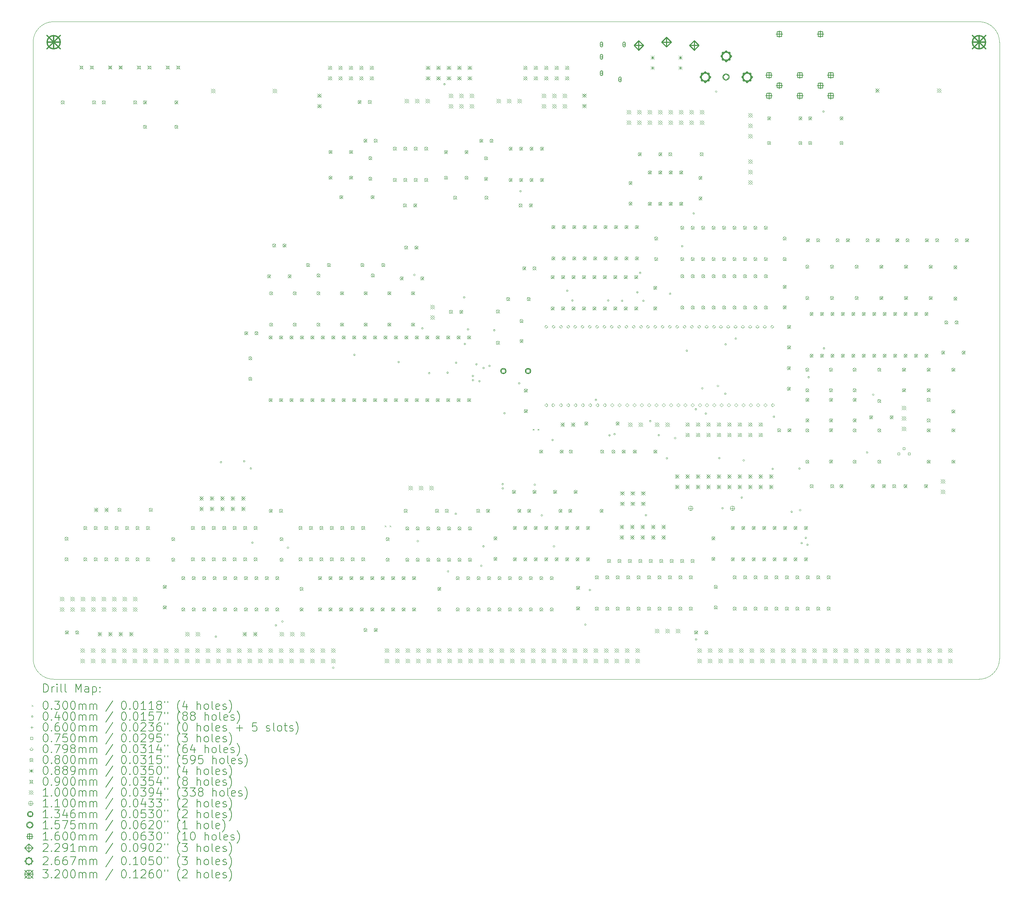
<source format=gbr>
%TF.GenerationSoftware,KiCad,Pcbnew,(6.0.11)*%
%TF.CreationDate,2024-04-17T16:28:14-04:00*%
%TF.ProjectId,input-output.Media,696e7075-742d-46f7-9574-7075742e4d65,rev?*%
%TF.SameCoordinates,Original*%
%TF.FileFunction,Drillmap*%
%TF.FilePolarity,Positive*%
%FSLAX45Y45*%
G04 Gerber Fmt 4.5, Leading zero omitted, Abs format (unit mm)*
G04 Created by KiCad (PCBNEW (6.0.11)) date 2024-04-17 16:28:14*
%MOMM*%
%LPD*%
G01*
G04 APERTURE LIST*
%ADD10C,0.050000*%
%ADD11C,0.200000*%
%ADD12C,0.030000*%
%ADD13C,0.040000*%
%ADD14C,0.060000*%
%ADD15C,0.075000*%
%ADD16C,0.079756*%
%ADD17C,0.080000*%
%ADD18C,0.088900*%
%ADD19C,0.090000*%
%ADD20C,0.100000*%
%ADD21C,0.110000*%
%ADD22C,0.134620*%
%ADD23C,0.157480*%
%ADD24C,0.160000*%
%ADD25C,0.229108*%
%ADD26C,0.266700*%
%ADD27C,0.320000*%
G04 APERTURE END LIST*
D10*
X3500000Y-7500000D02*
X3500000Y-22500000D01*
X4000000Y-23000000D02*
X26500000Y-23000000D01*
X27000000Y-22500000D02*
X27000000Y-7500000D01*
X26500000Y-7000000D02*
X4000000Y-7000000D01*
X27000000Y-7500000D02*
G75*
G03*
X26500000Y-7000000I-500000J0D01*
G01*
X3500000Y-22500000D02*
G75*
G03*
X4000000Y-23000000I500000J0D01*
G01*
X4000000Y-7000000D02*
G75*
G03*
X3500000Y-7500000I0J-500000D01*
G01*
X26500000Y-23000000D02*
G75*
G03*
X27000000Y-22500000I0J500000D01*
G01*
D11*
D12*
X12050000Y-19260000D02*
X12080000Y-19290000D01*
X12080000Y-19260000D02*
X12050000Y-19290000D01*
X12170000Y-19260000D02*
X12200000Y-19290000D01*
X12200000Y-19260000D02*
X12170000Y-19290000D01*
X15650000Y-16910000D02*
X15680000Y-16940000D01*
X15680000Y-16910000D02*
X15650000Y-16940000D01*
X15770000Y-16910000D02*
X15800000Y-16940000D01*
X15800000Y-16910000D02*
X15770000Y-16940000D01*
D13*
X7963600Y-21963870D02*
G75*
G03*
X7963600Y-21963870I-20000J0D01*
G01*
X8088330Y-17717520D02*
G75*
G03*
X8088330Y-17717520I-20000J0D01*
G01*
X8653330Y-17694880D02*
G75*
G03*
X8653330Y-17694880I-20000J0D01*
G01*
X8813560Y-17871230D02*
G75*
G03*
X8813560Y-17871230I-20000J0D01*
G01*
X8851910Y-19675770D02*
G75*
G03*
X8851910Y-19675770I-20000J0D01*
G01*
X9422740Y-21687520D02*
G75*
G03*
X9422740Y-21687520I-20000J0D01*
G01*
X9581150Y-21595060D02*
G75*
G03*
X9581150Y-21595060I-20000J0D01*
G01*
X9716320Y-19799700D02*
G75*
G03*
X9716320Y-19799700I-20000J0D01*
G01*
X10816570Y-22719160D02*
G75*
G03*
X10816570Y-22719160I-20000J0D01*
G01*
X11332780Y-15107250D02*
G75*
G03*
X11332780Y-15107250I-20000J0D01*
G01*
X12408240Y-15280570D02*
G75*
G03*
X12408240Y-15280570I-20000J0D01*
G01*
X12789480Y-13160200D02*
G75*
G03*
X12789480Y-13160200I-20000J0D01*
G01*
X12874610Y-19639490D02*
G75*
G03*
X12874610Y-19639490I-20000J0D01*
G01*
X12984570Y-14463580D02*
G75*
G03*
X12984570Y-14463580I-20000J0D01*
G01*
X13151910Y-15549930D02*
G75*
G03*
X13151910Y-15549930I-20000J0D01*
G01*
X13521690Y-8521940D02*
G75*
G03*
X13521690Y-8521940I-20000J0D01*
G01*
X13598190Y-15537920D02*
G75*
G03*
X13598190Y-15537920I-20000J0D01*
G01*
X13609280Y-20375120D02*
G75*
G03*
X13609280Y-20375120I-20000J0D01*
G01*
X13797360Y-18975710D02*
G75*
G03*
X13797360Y-18975710I-20000J0D01*
G01*
X13805920Y-15298820D02*
G75*
G03*
X13805920Y-15298820I-20000J0D01*
G01*
X14002050Y-13709510D02*
G75*
G03*
X14002050Y-13709510I-20000J0D01*
G01*
X14017340Y-14842140D02*
G75*
G03*
X14017340Y-14842140I-20000J0D01*
G01*
X14095140Y-14487520D02*
G75*
G03*
X14095140Y-14487520I-20000J0D01*
G01*
X14212970Y-15619050D02*
G75*
G03*
X14212970Y-15619050I-20000J0D01*
G01*
X14215380Y-15723040D02*
G75*
G03*
X14215380Y-15723040I-20000J0D01*
G01*
X14300230Y-15334930D02*
G75*
G03*
X14300230Y-15334930I-20000J0D01*
G01*
X14373060Y-15746750D02*
G75*
G03*
X14373060Y-15746750I-20000J0D01*
G01*
X14417420Y-20240170D02*
G75*
G03*
X14417420Y-20240170I-20000J0D01*
G01*
X14470450Y-19765980D02*
G75*
G03*
X14470450Y-19765980I-20000J0D01*
G01*
X14472460Y-15427770D02*
G75*
G03*
X14472460Y-15427770I-20000J0D01*
G01*
X14617530Y-15374720D02*
G75*
G03*
X14617530Y-15374720I-20000J0D01*
G01*
X14733260Y-14508610D02*
G75*
G03*
X14733260Y-14508610I-20000J0D01*
G01*
X14938160Y-18251970D02*
G75*
G03*
X14938160Y-18251970I-20000J0D01*
G01*
X14938850Y-18353880D02*
G75*
G03*
X14938850Y-18353880I-20000J0D01*
G01*
X14981960Y-16526930D02*
G75*
G03*
X14981960Y-16526930I-20000J0D01*
G01*
X15339740Y-15798710D02*
G75*
G03*
X15339740Y-15798710I-20000J0D01*
G01*
X15369500Y-11125260D02*
G75*
G03*
X15369500Y-11125260I-20000J0D01*
G01*
X15718350Y-18267440D02*
G75*
G03*
X15718350Y-18267440I-20000J0D01*
G01*
X15889890Y-19012730D02*
G75*
G03*
X15889890Y-19012730I-20000J0D01*
G01*
X16151630Y-17178370D02*
G75*
G03*
X16151630Y-17178370I-20000J0D01*
G01*
X16184850Y-19765980D02*
G75*
G03*
X16184850Y-19765980I-20000J0D01*
G01*
X16510020Y-13546770D02*
G75*
G03*
X16510020Y-13546770I-20000J0D01*
G01*
X16633390Y-13782880D02*
G75*
G03*
X16633390Y-13782880I-20000J0D01*
G01*
X16948880Y-21669970D02*
G75*
G03*
X16948880Y-21669970I-20000J0D01*
G01*
X17059040Y-20826570D02*
G75*
G03*
X17059040Y-20826570I-20000J0D01*
G01*
X17205560Y-16202280D02*
G75*
G03*
X17205560Y-16202280I-20000J0D01*
G01*
X17504680Y-13783270D02*
G75*
G03*
X17504680Y-13783270I-20000J0D01*
G01*
X17534710Y-17062220D02*
G75*
G03*
X17534710Y-17062220I-20000J0D01*
G01*
X17658070Y-17037140D02*
G75*
G03*
X17658070Y-17037140I-20000J0D01*
G01*
X17840860Y-13792110D02*
G75*
G03*
X17840860Y-13792110I-20000J0D01*
G01*
X18212310Y-13583360D02*
G75*
G03*
X18212310Y-13583360I-20000J0D01*
G01*
X18280750Y-13112110D02*
G75*
G03*
X18280750Y-13112110I-20000J0D01*
G01*
X18359140Y-13793830D02*
G75*
G03*
X18359140Y-13793830I-20000J0D01*
G01*
X18421030Y-19006040D02*
G75*
G03*
X18421030Y-19006040I-20000J0D01*
G01*
X18527110Y-16718670D02*
G75*
G03*
X18527110Y-16718670I-20000J0D01*
G01*
X18733750Y-17059690D02*
G75*
G03*
X18733750Y-17059690I-20000J0D01*
G01*
X18931070Y-17623710D02*
G75*
G03*
X18931070Y-17623710I-20000J0D01*
G01*
X19010200Y-13620020D02*
G75*
G03*
X19010200Y-13620020I-20000J0D01*
G01*
X19132150Y-17132220D02*
G75*
G03*
X19132150Y-17132220I-20000J0D01*
G01*
X19304390Y-12463830D02*
G75*
G03*
X19304390Y-12463830I-20000J0D01*
G01*
X19417100Y-15005390D02*
G75*
G03*
X19417100Y-15005390I-20000J0D01*
G01*
X19582800Y-11665340D02*
G75*
G03*
X19582800Y-11665340I-20000J0D01*
G01*
X19635660Y-16431060D02*
G75*
G03*
X19635660Y-16431060I-20000J0D01*
G01*
X19641440Y-22032190D02*
G75*
G03*
X19641440Y-22032190I-20000J0D01*
G01*
X19790440Y-15921270D02*
G75*
G03*
X19790440Y-15921270I-20000J0D01*
G01*
X19878770Y-16536640D02*
G75*
G03*
X19878770Y-16536640I-20000J0D01*
G01*
X20128940Y-8700430D02*
G75*
G03*
X20128940Y-8700430I-20000J0D01*
G01*
X20172860Y-15863820D02*
G75*
G03*
X20172860Y-15863820I-20000J0D01*
G01*
X20204060Y-17618980D02*
G75*
G03*
X20204060Y-17618980I-20000J0D01*
G01*
X20285140Y-18838220D02*
G75*
G03*
X20285140Y-18838220I-20000J0D01*
G01*
X20352410Y-16051440D02*
G75*
G03*
X20352410Y-16051440I-20000J0D01*
G01*
X20359040Y-14851960D02*
G75*
G03*
X20359040Y-14851960I-20000J0D01*
G01*
X20606270Y-14712410D02*
G75*
G03*
X20606270Y-14712410I-20000J0D01*
G01*
X20750970Y-18579110D02*
G75*
G03*
X20750970Y-18579110I-20000J0D01*
G01*
X20799800Y-17674310D02*
G75*
G03*
X20799800Y-17674310I-20000J0D01*
G01*
X21505480Y-17880810D02*
G75*
G03*
X21505480Y-17880810I-20000J0D01*
G01*
X21532500Y-16610990D02*
G75*
G03*
X21532500Y-16610990I-20000J0D01*
G01*
X21965260Y-18924930D02*
G75*
G03*
X21965260Y-18924930I-20000J0D01*
G01*
X22155450Y-17874260D02*
G75*
G03*
X22155450Y-17874260I-20000J0D01*
G01*
X22170990Y-18885540D02*
G75*
G03*
X22170990Y-18885540I-20000J0D01*
G01*
X22209160Y-19685750D02*
G75*
G03*
X22209160Y-19685750I-20000J0D01*
G01*
X22309290Y-19559750D02*
G75*
G03*
X22309290Y-19559750I-20000J0D01*
G01*
X22352220Y-19726140D02*
G75*
G03*
X22352220Y-19726140I-20000J0D01*
G01*
X22377770Y-15652450D02*
G75*
G03*
X22377770Y-15652450I-20000J0D01*
G01*
X22740410Y-9187350D02*
G75*
G03*
X22740410Y-9187350I-20000J0D01*
G01*
X22752020Y-14950210D02*
G75*
G03*
X22752020Y-14950210I-20000J0D01*
G01*
X23798580Y-17480270D02*
G75*
G03*
X23798580Y-17480270I-20000J0D01*
G01*
X23947760Y-16075090D02*
G75*
G03*
X23947760Y-16075090I-20000J0D01*
G01*
D14*
X17321750Y-7524500D02*
X17321750Y-7584500D01*
X17291750Y-7554500D02*
X17351750Y-7554500D01*
D11*
X17291750Y-7524500D02*
X17291750Y-7584500D01*
X17351750Y-7524500D02*
X17351750Y-7584500D01*
X17291750Y-7584500D02*
G75*
G03*
X17351750Y-7584500I30000J0D01*
G01*
X17351750Y-7524500D02*
G75*
G03*
X17291750Y-7524500I-30000J0D01*
G01*
D14*
X17321750Y-7824500D02*
X17321750Y-7884500D01*
X17291750Y-7854500D02*
X17351750Y-7854500D01*
D11*
X17291750Y-7824500D02*
X17291750Y-7884500D01*
X17351750Y-7824500D02*
X17351750Y-7884500D01*
X17291750Y-7884500D02*
G75*
G03*
X17351750Y-7884500I30000J0D01*
G01*
X17351750Y-7824500D02*
G75*
G03*
X17291750Y-7824500I-30000J0D01*
G01*
D14*
X17321750Y-8224500D02*
X17321750Y-8284500D01*
X17291750Y-8254500D02*
X17351750Y-8254500D01*
D11*
X17291750Y-8224500D02*
X17291750Y-8284500D01*
X17351750Y-8224500D02*
X17351750Y-8284500D01*
X17291750Y-8284500D02*
G75*
G03*
X17351750Y-8284500I30000J0D01*
G01*
X17351750Y-8224500D02*
G75*
G03*
X17291750Y-8224500I-30000J0D01*
G01*
D14*
X17771750Y-8374500D02*
X17771750Y-8434500D01*
X17741750Y-8404500D02*
X17801750Y-8404500D01*
D11*
X17741750Y-8374500D02*
X17741750Y-8434500D01*
X17801750Y-8374500D02*
X17801750Y-8434500D01*
X17741750Y-8434500D02*
G75*
G03*
X17801750Y-8434500I30000J0D01*
G01*
X17801750Y-8374500D02*
G75*
G03*
X17741750Y-8374500I-30000J0D01*
G01*
D14*
X17871750Y-7524500D02*
X17871750Y-7584500D01*
X17841750Y-7554500D02*
X17901750Y-7554500D01*
D11*
X17841750Y-7524500D02*
X17841750Y-7584500D01*
X17901750Y-7524500D02*
X17901750Y-7584500D01*
X17841750Y-7584500D02*
G75*
G03*
X17901750Y-7584500I30000J0D01*
G01*
X17901750Y-7524500D02*
G75*
G03*
X17841750Y-7524500I-30000J0D01*
G01*
D15*
X24574517Y-17537517D02*
X24574517Y-17484483D01*
X24521483Y-17484483D01*
X24521483Y-17537517D01*
X24574517Y-17537517D01*
X24701517Y-17410517D02*
X24701517Y-17357483D01*
X24648483Y-17357483D01*
X24648483Y-17410517D01*
X24701517Y-17410517D01*
X24828517Y-17537517D02*
X24828517Y-17484483D01*
X24775483Y-17484483D01*
X24775483Y-17537517D01*
X24828517Y-17537517D01*
D16*
X15974290Y-14459840D02*
X16014168Y-14419962D01*
X15974290Y-14380084D01*
X15934412Y-14419962D01*
X15974290Y-14459840D01*
X15975306Y-16366618D02*
X16015184Y-16326740D01*
X15975306Y-16286862D01*
X15935428Y-16326740D01*
X15975306Y-16366618D01*
X16143200Y-16366618D02*
X16183078Y-16326740D01*
X16143200Y-16286862D01*
X16103322Y-16326740D01*
X16143200Y-16366618D01*
X16152090Y-14459840D02*
X16191968Y-14419962D01*
X16152090Y-14380084D01*
X16112212Y-14419962D01*
X16152090Y-14459840D01*
X16330144Y-14459840D02*
X16370022Y-14419962D01*
X16330144Y-14380084D01*
X16290266Y-14419962D01*
X16330144Y-14459840D01*
X16331160Y-16366618D02*
X16371038Y-16326740D01*
X16331160Y-16286862D01*
X16291282Y-16326740D01*
X16331160Y-16366618D01*
X16508198Y-14459840D02*
X16548076Y-14419962D01*
X16508198Y-14380084D01*
X16468320Y-14419962D01*
X16508198Y-14459840D01*
X16509214Y-16366618D02*
X16549092Y-16326740D01*
X16509214Y-16286862D01*
X16469336Y-16326740D01*
X16509214Y-16366618D01*
X16676092Y-14459840D02*
X16715970Y-14419962D01*
X16676092Y-14380084D01*
X16636214Y-14419962D01*
X16676092Y-14459840D01*
X16687268Y-16366618D02*
X16727146Y-16326740D01*
X16687268Y-16286862D01*
X16647390Y-16326740D01*
X16687268Y-16366618D01*
X16854146Y-14459840D02*
X16894024Y-14419962D01*
X16854146Y-14380084D01*
X16814268Y-14419962D01*
X16854146Y-14459840D01*
X16865322Y-16366618D02*
X16905200Y-16326740D01*
X16865322Y-16286862D01*
X16825444Y-16326740D01*
X16865322Y-16366618D01*
X17032200Y-14459840D02*
X17072078Y-14419962D01*
X17032200Y-14380084D01*
X16992322Y-14419962D01*
X17032200Y-14459840D01*
X17043122Y-16366618D02*
X17083000Y-16326740D01*
X17043122Y-16286862D01*
X17003244Y-16326740D01*
X17043122Y-16366618D01*
X17210254Y-14459840D02*
X17250132Y-14419962D01*
X17210254Y-14380084D01*
X17170376Y-14419962D01*
X17210254Y-14459840D01*
X17221176Y-16366618D02*
X17261054Y-16326740D01*
X17221176Y-16286862D01*
X17181298Y-16326740D01*
X17221176Y-16366618D01*
X17388308Y-14459840D02*
X17428186Y-14419962D01*
X17388308Y-14380084D01*
X17348430Y-14419962D01*
X17388308Y-14459840D01*
X17399230Y-16366618D02*
X17439108Y-16326740D01*
X17399230Y-16286862D01*
X17359352Y-16326740D01*
X17399230Y-16366618D01*
X17566108Y-14459840D02*
X17605986Y-14419962D01*
X17566108Y-14380084D01*
X17526230Y-14419962D01*
X17566108Y-14459840D01*
X17577284Y-16366618D02*
X17617162Y-16326740D01*
X17577284Y-16286862D01*
X17537406Y-16326740D01*
X17577284Y-16366618D01*
X17744162Y-14459840D02*
X17784040Y-14419962D01*
X17744162Y-14380084D01*
X17704284Y-14419962D01*
X17744162Y-14459840D01*
X17755084Y-16366618D02*
X17794962Y-16326740D01*
X17755084Y-16286862D01*
X17715206Y-16326740D01*
X17755084Y-16366618D01*
X17922216Y-14459840D02*
X17962094Y-14419962D01*
X17922216Y-14380084D01*
X17882338Y-14419962D01*
X17922216Y-14459840D01*
X17943298Y-16366618D02*
X17983176Y-16326740D01*
X17943298Y-16286862D01*
X17903420Y-16326740D01*
X17943298Y-16366618D01*
X18100270Y-14460856D02*
X18140148Y-14420978D01*
X18100270Y-14381100D01*
X18060392Y-14420978D01*
X18100270Y-14460856D01*
X18121098Y-16366618D02*
X18160976Y-16326740D01*
X18121098Y-16286862D01*
X18081220Y-16326740D01*
X18121098Y-16366618D01*
X18278070Y-14460856D02*
X18317948Y-14420978D01*
X18278070Y-14381100D01*
X18238192Y-14420978D01*
X18278070Y-14460856D01*
X18299152Y-16366618D02*
X18339030Y-16326740D01*
X18299152Y-16286862D01*
X18259274Y-16326740D01*
X18299152Y-16366618D01*
X18445964Y-14460856D02*
X18485842Y-14420978D01*
X18445964Y-14381100D01*
X18406086Y-14420978D01*
X18445964Y-14460856D01*
X18476952Y-16366618D02*
X18516830Y-16326740D01*
X18476952Y-16286862D01*
X18437074Y-16326740D01*
X18476952Y-16366618D01*
X18624018Y-14460856D02*
X18663896Y-14420978D01*
X18624018Y-14381100D01*
X18584140Y-14420978D01*
X18624018Y-14460856D01*
X18655006Y-16366618D02*
X18694884Y-16326740D01*
X18655006Y-16286862D01*
X18615128Y-16326740D01*
X18655006Y-16366618D01*
X18801818Y-14460856D02*
X18841696Y-14420978D01*
X18801818Y-14381100D01*
X18761940Y-14420978D01*
X18801818Y-14460856D01*
X18833060Y-16366618D02*
X18872938Y-16326740D01*
X18833060Y-16286862D01*
X18793182Y-16326740D01*
X18833060Y-16366618D01*
X18979872Y-14460856D02*
X19019750Y-14420978D01*
X18979872Y-14381100D01*
X18939994Y-14420978D01*
X18979872Y-14460856D01*
X19010860Y-16366618D02*
X19050738Y-16326740D01*
X19010860Y-16286862D01*
X18970982Y-16326740D01*
X19010860Y-16366618D01*
X19157926Y-14460856D02*
X19197804Y-14420978D01*
X19157926Y-14381100D01*
X19118048Y-14420978D01*
X19157926Y-14460856D01*
X19188914Y-16366618D02*
X19228792Y-16326740D01*
X19188914Y-16286862D01*
X19149036Y-16326740D01*
X19188914Y-16366618D01*
X19335980Y-14460856D02*
X19375858Y-14420978D01*
X19335980Y-14381100D01*
X19296102Y-14420978D01*
X19335980Y-14460856D01*
X19357062Y-16366618D02*
X19396940Y-16326740D01*
X19357062Y-16286862D01*
X19317184Y-16326740D01*
X19357062Y-16366618D01*
X19514034Y-14460856D02*
X19553912Y-14420978D01*
X19514034Y-14381100D01*
X19474156Y-14420978D01*
X19514034Y-14460856D01*
X19534862Y-16366618D02*
X19574740Y-16326740D01*
X19534862Y-16286862D01*
X19494984Y-16326740D01*
X19534862Y-16366618D01*
X19691834Y-14460856D02*
X19731712Y-14420978D01*
X19691834Y-14381100D01*
X19651956Y-14420978D01*
X19691834Y-14460856D01*
X19712916Y-16368650D02*
X19752794Y-16328772D01*
X19712916Y-16288894D01*
X19673038Y-16328772D01*
X19712916Y-16368650D01*
X19874968Y-14460856D02*
X19914846Y-14420978D01*
X19874968Y-14381100D01*
X19835090Y-14420978D01*
X19874968Y-14460856D01*
X19881064Y-16368650D02*
X19920942Y-16328772D01*
X19881064Y-16288894D01*
X19841186Y-16328772D01*
X19881064Y-16368650D01*
X20053022Y-14460856D02*
X20092900Y-14420978D01*
X20053022Y-14381100D01*
X20013144Y-14420978D01*
X20053022Y-14460856D01*
X20058864Y-16368650D02*
X20098742Y-16328772D01*
X20058864Y-16288894D01*
X20018986Y-16328772D01*
X20058864Y-16368650D01*
X20220916Y-14460856D02*
X20260794Y-14420978D01*
X20220916Y-14381100D01*
X20181038Y-14420978D01*
X20220916Y-14460856D01*
X20237934Y-16368650D02*
X20277812Y-16328772D01*
X20237934Y-16288894D01*
X20198056Y-16328772D01*
X20237934Y-16368650D01*
X20398970Y-14460856D02*
X20438848Y-14420978D01*
X20398970Y-14381100D01*
X20359092Y-14420978D01*
X20398970Y-14460856D01*
X20415988Y-16368650D02*
X20455866Y-16328772D01*
X20415988Y-16288894D01*
X20376110Y-16328772D01*
X20415988Y-16368650D01*
X20577024Y-14460856D02*
X20616902Y-14420978D01*
X20577024Y-14381100D01*
X20537146Y-14420978D01*
X20577024Y-14460856D01*
X20594042Y-16368650D02*
X20633920Y-16328772D01*
X20594042Y-16288894D01*
X20554164Y-16328772D01*
X20594042Y-16368650D01*
X20754824Y-14460856D02*
X20794702Y-14420978D01*
X20754824Y-14381100D01*
X20714946Y-14420978D01*
X20754824Y-14460856D01*
X20771842Y-16368650D02*
X20811720Y-16328772D01*
X20771842Y-16288894D01*
X20731964Y-16328772D01*
X20771842Y-16368650D01*
X20932878Y-14460856D02*
X20972756Y-14420978D01*
X20932878Y-14381100D01*
X20893000Y-14420978D01*
X20932878Y-14460856D01*
X20949896Y-16368650D02*
X20989774Y-16328772D01*
X20949896Y-16288894D01*
X20910018Y-16328772D01*
X20949896Y-16368650D01*
X21110932Y-14460856D02*
X21150810Y-14420978D01*
X21110932Y-14381100D01*
X21071054Y-14420978D01*
X21110932Y-14460856D01*
X21127950Y-16368650D02*
X21167828Y-16328772D01*
X21127950Y-16288894D01*
X21088072Y-16328772D01*
X21127950Y-16368650D01*
X21288986Y-14460856D02*
X21328864Y-14420978D01*
X21288986Y-14381100D01*
X21249108Y-14420978D01*
X21288986Y-14460856D01*
X21306004Y-16368650D02*
X21345882Y-16328772D01*
X21306004Y-16288894D01*
X21266126Y-16328772D01*
X21306004Y-16368650D01*
X21467040Y-14460856D02*
X21506918Y-14420978D01*
X21467040Y-14381100D01*
X21427162Y-14420978D01*
X21467040Y-14460856D01*
X21484058Y-16368650D02*
X21523936Y-16328772D01*
X21484058Y-16288894D01*
X21444180Y-16328772D01*
X21484058Y-16368650D01*
D17*
X4179000Y-8922000D02*
X4259000Y-9002000D01*
X4259000Y-8922000D02*
X4179000Y-9002000D01*
X4259000Y-8962000D02*
G75*
G03*
X4259000Y-8962000I-40000J0D01*
G01*
X4271000Y-19540000D02*
X4351000Y-19620000D01*
X4351000Y-19540000D02*
X4271000Y-19620000D01*
X4351000Y-19580000D02*
G75*
G03*
X4351000Y-19580000I-40000J0D01*
G01*
X4271000Y-20040000D02*
X4351000Y-20120000D01*
X4351000Y-20040000D02*
X4271000Y-20120000D01*
X4351000Y-20080000D02*
G75*
G03*
X4351000Y-20080000I-40000J0D01*
G01*
X4280000Y-21820000D02*
X4360000Y-21900000D01*
X4360000Y-21820000D02*
X4280000Y-21900000D01*
X4360000Y-21860000D02*
G75*
G03*
X4360000Y-21860000I-40000J0D01*
G01*
X4530000Y-21820000D02*
X4610000Y-21900000D01*
X4610000Y-21820000D02*
X4530000Y-21900000D01*
X4610000Y-21860000D02*
G75*
G03*
X4610000Y-21860000I-40000J0D01*
G01*
X4727500Y-19278000D02*
X4807500Y-19358000D01*
X4807500Y-19278000D02*
X4727500Y-19358000D01*
X4807500Y-19318000D02*
G75*
G03*
X4807500Y-19318000I-40000J0D01*
G01*
X4727500Y-20040000D02*
X4807500Y-20120000D01*
X4807500Y-20040000D02*
X4727500Y-20120000D01*
X4807500Y-20080000D02*
G75*
G03*
X4807500Y-20080000I-40000J0D01*
G01*
X4941000Y-8922000D02*
X5021000Y-9002000D01*
X5021000Y-8922000D02*
X4941000Y-9002000D01*
X5021000Y-8962000D02*
G75*
G03*
X5021000Y-8962000I-40000J0D01*
G01*
X4981500Y-19278000D02*
X5061500Y-19358000D01*
X5061500Y-19278000D02*
X4981500Y-19358000D01*
X5061500Y-19318000D02*
G75*
G03*
X5061500Y-19318000I-40000J0D01*
G01*
X4981500Y-20040000D02*
X5061500Y-20120000D01*
X5061500Y-20040000D02*
X4981500Y-20120000D01*
X5061500Y-20080000D02*
G75*
G03*
X5061500Y-20080000I-40000J0D01*
G01*
X5179000Y-8922000D02*
X5259000Y-9002000D01*
X5259000Y-8922000D02*
X5179000Y-9002000D01*
X5259000Y-8962000D02*
G75*
G03*
X5259000Y-8962000I-40000J0D01*
G01*
X5235500Y-19278000D02*
X5315500Y-19358000D01*
X5315500Y-19278000D02*
X5235500Y-19358000D01*
X5315500Y-19318000D02*
G75*
G03*
X5315500Y-19318000I-40000J0D01*
G01*
X5235500Y-20040000D02*
X5315500Y-20120000D01*
X5315500Y-20040000D02*
X5235500Y-20120000D01*
X5315500Y-20080000D02*
G75*
G03*
X5315500Y-20080000I-40000J0D01*
G01*
X5489500Y-19278000D02*
X5569500Y-19358000D01*
X5569500Y-19278000D02*
X5489500Y-19358000D01*
X5569500Y-19318000D02*
G75*
G03*
X5569500Y-19318000I-40000J0D01*
G01*
X5489500Y-20040000D02*
X5569500Y-20120000D01*
X5569500Y-20040000D02*
X5489500Y-20120000D01*
X5569500Y-20080000D02*
G75*
G03*
X5569500Y-20080000I-40000J0D01*
G01*
X5559000Y-18835000D02*
X5639000Y-18915000D01*
X5639000Y-18835000D02*
X5559000Y-18915000D01*
X5639000Y-18875000D02*
G75*
G03*
X5639000Y-18875000I-40000J0D01*
G01*
X5743500Y-19278000D02*
X5823500Y-19358000D01*
X5823500Y-19278000D02*
X5743500Y-19358000D01*
X5823500Y-19318000D02*
G75*
G03*
X5823500Y-19318000I-40000J0D01*
G01*
X5743500Y-20040000D02*
X5823500Y-20120000D01*
X5823500Y-20040000D02*
X5743500Y-20120000D01*
X5823500Y-20080000D02*
G75*
G03*
X5823500Y-20080000I-40000J0D01*
G01*
X5941000Y-8922000D02*
X6021000Y-9002000D01*
X6021000Y-8922000D02*
X5941000Y-9002000D01*
X6021000Y-8962000D02*
G75*
G03*
X6021000Y-8962000I-40000J0D01*
G01*
X5997500Y-19278000D02*
X6077500Y-19358000D01*
X6077500Y-19278000D02*
X5997500Y-19358000D01*
X6077500Y-19318000D02*
G75*
G03*
X6077500Y-19318000I-40000J0D01*
G01*
X5997500Y-20040000D02*
X6077500Y-20120000D01*
X6077500Y-20040000D02*
X5997500Y-20120000D01*
X6077500Y-20080000D02*
G75*
G03*
X6077500Y-20080000I-40000J0D01*
G01*
X6179000Y-8922000D02*
X6259000Y-9002000D01*
X6259000Y-8922000D02*
X6179000Y-9002000D01*
X6259000Y-8962000D02*
G75*
G03*
X6259000Y-8962000I-40000J0D01*
G01*
X6179000Y-9520000D02*
X6259000Y-9600000D01*
X6259000Y-9520000D02*
X6179000Y-9600000D01*
X6259000Y-9560000D02*
G75*
G03*
X6259000Y-9560000I-40000J0D01*
G01*
X6251500Y-19278000D02*
X6331500Y-19358000D01*
X6331500Y-19278000D02*
X6251500Y-19358000D01*
X6331500Y-19318000D02*
G75*
G03*
X6331500Y-19318000I-40000J0D01*
G01*
X6251500Y-20040000D02*
X6331500Y-20120000D01*
X6331500Y-20040000D02*
X6251500Y-20120000D01*
X6331500Y-20080000D02*
G75*
G03*
X6331500Y-20080000I-40000J0D01*
G01*
X6321000Y-18835000D02*
X6401000Y-18915000D01*
X6401000Y-18835000D02*
X6321000Y-18915000D01*
X6401000Y-18875000D02*
G75*
G03*
X6401000Y-18875000I-40000J0D01*
G01*
X6660000Y-20710000D02*
X6740000Y-20790000D01*
X6740000Y-20710000D02*
X6660000Y-20790000D01*
X6740000Y-20750000D02*
G75*
G03*
X6740000Y-20750000I-40000J0D01*
G01*
X6660000Y-21210000D02*
X6740000Y-21290000D01*
X6740000Y-21210000D02*
X6660000Y-21290000D01*
X6740000Y-21250000D02*
G75*
G03*
X6740000Y-21250000I-40000J0D01*
G01*
X6866500Y-19550000D02*
X6946500Y-19630000D01*
X6946500Y-19550000D02*
X6866500Y-19630000D01*
X6946500Y-19590000D02*
G75*
G03*
X6946500Y-19590000I-40000J0D01*
G01*
X6866500Y-20050000D02*
X6946500Y-20130000D01*
X6946500Y-20050000D02*
X6866500Y-20130000D01*
X6946500Y-20090000D02*
G75*
G03*
X6946500Y-20090000I-40000J0D01*
G01*
X6941000Y-8922000D02*
X7021000Y-9002000D01*
X7021000Y-8922000D02*
X6941000Y-9002000D01*
X7021000Y-8962000D02*
G75*
G03*
X7021000Y-8962000I-40000J0D01*
G01*
X6941000Y-9520000D02*
X7021000Y-9600000D01*
X7021000Y-9520000D02*
X6941000Y-9600000D01*
X7021000Y-9560000D02*
G75*
G03*
X7021000Y-9560000I-40000J0D01*
G01*
X7110000Y-20498000D02*
X7190000Y-20578000D01*
X7190000Y-20498000D02*
X7110000Y-20578000D01*
X7190000Y-20538000D02*
G75*
G03*
X7190000Y-20538000I-40000J0D01*
G01*
X7110000Y-21260000D02*
X7190000Y-21340000D01*
X7190000Y-21260000D02*
X7110000Y-21340000D01*
X7190000Y-21300000D02*
G75*
G03*
X7190000Y-21300000I-40000J0D01*
G01*
X7344000Y-19278000D02*
X7424000Y-19358000D01*
X7424000Y-19278000D02*
X7344000Y-19358000D01*
X7424000Y-19318000D02*
G75*
G03*
X7424000Y-19318000I-40000J0D01*
G01*
X7344000Y-20040000D02*
X7424000Y-20120000D01*
X7424000Y-20040000D02*
X7344000Y-20120000D01*
X7424000Y-20080000D02*
G75*
G03*
X7424000Y-20080000I-40000J0D01*
G01*
X7364000Y-20498000D02*
X7444000Y-20578000D01*
X7444000Y-20498000D02*
X7364000Y-20578000D01*
X7444000Y-20538000D02*
G75*
G03*
X7444000Y-20538000I-40000J0D01*
G01*
X7364000Y-21260000D02*
X7444000Y-21340000D01*
X7444000Y-21260000D02*
X7364000Y-21340000D01*
X7444000Y-21300000D02*
G75*
G03*
X7444000Y-21300000I-40000J0D01*
G01*
X7598000Y-19278000D02*
X7678000Y-19358000D01*
X7678000Y-19278000D02*
X7598000Y-19358000D01*
X7678000Y-19318000D02*
G75*
G03*
X7678000Y-19318000I-40000J0D01*
G01*
X7598000Y-20040000D02*
X7678000Y-20120000D01*
X7678000Y-20040000D02*
X7598000Y-20120000D01*
X7678000Y-20080000D02*
G75*
G03*
X7678000Y-20080000I-40000J0D01*
G01*
X7618000Y-20498000D02*
X7698000Y-20578000D01*
X7698000Y-20498000D02*
X7618000Y-20578000D01*
X7698000Y-20538000D02*
G75*
G03*
X7698000Y-20538000I-40000J0D01*
G01*
X7618000Y-21260000D02*
X7698000Y-21340000D01*
X7698000Y-21260000D02*
X7618000Y-21340000D01*
X7698000Y-21300000D02*
G75*
G03*
X7698000Y-21300000I-40000J0D01*
G01*
X7852000Y-19278000D02*
X7932000Y-19358000D01*
X7932000Y-19278000D02*
X7852000Y-19358000D01*
X7932000Y-19318000D02*
G75*
G03*
X7932000Y-19318000I-40000J0D01*
G01*
X7852000Y-20040000D02*
X7932000Y-20120000D01*
X7932000Y-20040000D02*
X7852000Y-20120000D01*
X7932000Y-20080000D02*
G75*
G03*
X7932000Y-20080000I-40000J0D01*
G01*
X7872000Y-20498000D02*
X7952000Y-20578000D01*
X7952000Y-20498000D02*
X7872000Y-20578000D01*
X7952000Y-20538000D02*
G75*
G03*
X7952000Y-20538000I-40000J0D01*
G01*
X7872000Y-21260000D02*
X7952000Y-21340000D01*
X7952000Y-21260000D02*
X7872000Y-21340000D01*
X7952000Y-21300000D02*
G75*
G03*
X7952000Y-21300000I-40000J0D01*
G01*
X8106000Y-19278000D02*
X8186000Y-19358000D01*
X8186000Y-19278000D02*
X8106000Y-19358000D01*
X8186000Y-19318000D02*
G75*
G03*
X8186000Y-19318000I-40000J0D01*
G01*
X8106000Y-20040000D02*
X8186000Y-20120000D01*
X8186000Y-20040000D02*
X8106000Y-20120000D01*
X8186000Y-20080000D02*
G75*
G03*
X8186000Y-20080000I-40000J0D01*
G01*
X8126000Y-20498000D02*
X8206000Y-20578000D01*
X8206000Y-20498000D02*
X8126000Y-20578000D01*
X8206000Y-20538000D02*
G75*
G03*
X8206000Y-20538000I-40000J0D01*
G01*
X8126000Y-21260000D02*
X8206000Y-21340000D01*
X8206000Y-21260000D02*
X8126000Y-21340000D01*
X8206000Y-21300000D02*
G75*
G03*
X8206000Y-21300000I-40000J0D01*
G01*
X8360000Y-19278000D02*
X8440000Y-19358000D01*
X8440000Y-19278000D02*
X8360000Y-19358000D01*
X8440000Y-19318000D02*
G75*
G03*
X8440000Y-19318000I-40000J0D01*
G01*
X8360000Y-20040000D02*
X8440000Y-20120000D01*
X8440000Y-20040000D02*
X8360000Y-20120000D01*
X8440000Y-20080000D02*
G75*
G03*
X8440000Y-20080000I-40000J0D01*
G01*
X8380000Y-20498000D02*
X8460000Y-20578000D01*
X8460000Y-20498000D02*
X8380000Y-20578000D01*
X8460000Y-20538000D02*
G75*
G03*
X8460000Y-20538000I-40000J0D01*
G01*
X8380000Y-21260000D02*
X8460000Y-21340000D01*
X8460000Y-21260000D02*
X8380000Y-21340000D01*
X8460000Y-21300000D02*
G75*
G03*
X8460000Y-21300000I-40000J0D01*
G01*
X8614000Y-19278000D02*
X8694000Y-19358000D01*
X8694000Y-19278000D02*
X8614000Y-19358000D01*
X8694000Y-19318000D02*
G75*
G03*
X8694000Y-19318000I-40000J0D01*
G01*
X8614000Y-20040000D02*
X8694000Y-20120000D01*
X8694000Y-20040000D02*
X8614000Y-20120000D01*
X8694000Y-20080000D02*
G75*
G03*
X8694000Y-20080000I-40000J0D01*
G01*
X8634000Y-20498000D02*
X8714000Y-20578000D01*
X8714000Y-20498000D02*
X8634000Y-20578000D01*
X8714000Y-20538000D02*
G75*
G03*
X8714000Y-20538000I-40000J0D01*
G01*
X8634000Y-21260000D02*
X8714000Y-21340000D01*
X8714000Y-21260000D02*
X8634000Y-21340000D01*
X8714000Y-21300000D02*
G75*
G03*
X8714000Y-21300000I-40000J0D01*
G01*
X8638980Y-14540000D02*
X8718980Y-14620000D01*
X8718980Y-14540000D02*
X8638980Y-14620000D01*
X8718980Y-14580000D02*
G75*
G03*
X8718980Y-14580000I-40000J0D01*
G01*
X8739490Y-15150000D02*
X8819490Y-15230000D01*
X8819490Y-15150000D02*
X8739490Y-15230000D01*
X8819490Y-15190000D02*
G75*
G03*
X8819490Y-15190000I-40000J0D01*
G01*
X8739490Y-15650000D02*
X8819490Y-15730000D01*
X8819490Y-15650000D02*
X8739490Y-15730000D01*
X8819490Y-15690000D02*
G75*
G03*
X8819490Y-15690000I-40000J0D01*
G01*
X8868000Y-19278000D02*
X8948000Y-19358000D01*
X8948000Y-19278000D02*
X8868000Y-19358000D01*
X8948000Y-19318000D02*
G75*
G03*
X8948000Y-19318000I-40000J0D01*
G01*
X8868000Y-20040000D02*
X8948000Y-20120000D01*
X8948000Y-20040000D02*
X8868000Y-20120000D01*
X8948000Y-20080000D02*
G75*
G03*
X8948000Y-20080000I-40000J0D01*
G01*
X8888000Y-20498000D02*
X8968000Y-20578000D01*
X8968000Y-20498000D02*
X8888000Y-20578000D01*
X8968000Y-20538000D02*
G75*
G03*
X8968000Y-20538000I-40000J0D01*
G01*
X8888000Y-21260000D02*
X8968000Y-21340000D01*
X8968000Y-21260000D02*
X8888000Y-21340000D01*
X8968000Y-21300000D02*
G75*
G03*
X8968000Y-21300000I-40000J0D01*
G01*
X8888980Y-14540000D02*
X8968980Y-14620000D01*
X8968980Y-14540000D02*
X8888980Y-14620000D01*
X8968980Y-14580000D02*
G75*
G03*
X8968980Y-14580000I-40000J0D01*
G01*
X9142000Y-20498000D02*
X9222000Y-20578000D01*
X9222000Y-20498000D02*
X9142000Y-20578000D01*
X9222000Y-20538000D02*
G75*
G03*
X9222000Y-20538000I-40000J0D01*
G01*
X9142000Y-21260000D02*
X9222000Y-21340000D01*
X9222000Y-21260000D02*
X9142000Y-21340000D01*
X9222000Y-21300000D02*
G75*
G03*
X9222000Y-21300000I-40000J0D01*
G01*
X9195000Y-13155000D02*
X9275000Y-13235000D01*
X9275000Y-13155000D02*
X9195000Y-13235000D01*
X9275000Y-13195000D02*
G75*
G03*
X9275000Y-13195000I-40000J0D01*
G01*
X9232500Y-14643500D02*
X9312500Y-14723500D01*
X9312500Y-14643500D02*
X9232500Y-14723500D01*
X9312500Y-14683500D02*
G75*
G03*
X9312500Y-14683500I-40000J0D01*
G01*
X9232500Y-16167500D02*
X9312500Y-16247500D01*
X9312500Y-16167500D02*
X9232500Y-16247500D01*
X9312500Y-16207500D02*
G75*
G03*
X9312500Y-16207500I-40000J0D01*
G01*
X9236930Y-18860000D02*
X9316930Y-18940000D01*
X9316930Y-18860000D02*
X9236930Y-18940000D01*
X9316930Y-18900000D02*
G75*
G03*
X9316930Y-18900000I-40000J0D01*
G01*
X9245000Y-13568000D02*
X9325000Y-13648000D01*
X9325000Y-13568000D02*
X9245000Y-13648000D01*
X9325000Y-13608000D02*
G75*
G03*
X9325000Y-13608000I-40000J0D01*
G01*
X9245000Y-14330000D02*
X9325000Y-14410000D01*
X9325000Y-14330000D02*
X9245000Y-14410000D01*
X9325000Y-14370000D02*
G75*
G03*
X9325000Y-14370000I-40000J0D01*
G01*
X9319980Y-12405000D02*
X9399980Y-12485000D01*
X9399980Y-12405000D02*
X9319980Y-12485000D01*
X9399980Y-12445000D02*
G75*
G03*
X9399980Y-12445000I-40000J0D01*
G01*
X9396000Y-20498000D02*
X9476000Y-20578000D01*
X9476000Y-20498000D02*
X9396000Y-20578000D01*
X9476000Y-20538000D02*
G75*
G03*
X9476000Y-20538000I-40000J0D01*
G01*
X9396000Y-21260000D02*
X9476000Y-21340000D01*
X9476000Y-21260000D02*
X9396000Y-21340000D01*
X9476000Y-21300000D02*
G75*
G03*
X9476000Y-21300000I-40000J0D01*
G01*
X9486500Y-14643500D02*
X9566500Y-14723500D01*
X9566500Y-14643500D02*
X9486500Y-14723500D01*
X9566500Y-14683500D02*
G75*
G03*
X9566500Y-14683500I-40000J0D01*
G01*
X9486500Y-16167500D02*
X9566500Y-16247500D01*
X9566500Y-16167500D02*
X9486500Y-16247500D01*
X9566500Y-16207500D02*
G75*
G03*
X9566500Y-16207500I-40000J0D01*
G01*
X9486930Y-18860000D02*
X9566930Y-18940000D01*
X9566930Y-18860000D02*
X9486930Y-18940000D01*
X9566930Y-18900000D02*
G75*
G03*
X9566930Y-18900000I-40000J0D01*
G01*
X9500000Y-19550000D02*
X9580000Y-19630000D01*
X9580000Y-19550000D02*
X9500000Y-19630000D01*
X9580000Y-19590000D02*
G75*
G03*
X9580000Y-19590000I-40000J0D01*
G01*
X9500000Y-20050000D02*
X9580000Y-20130000D01*
X9580000Y-20050000D02*
X9500000Y-20130000D01*
X9580000Y-20090000D02*
G75*
G03*
X9580000Y-20090000I-40000J0D01*
G01*
X9569980Y-12405000D02*
X9649980Y-12485000D01*
X9649980Y-12405000D02*
X9569980Y-12485000D01*
X9649980Y-12445000D02*
G75*
G03*
X9649980Y-12445000I-40000J0D01*
G01*
X9695000Y-13155000D02*
X9775000Y-13235000D01*
X9775000Y-13155000D02*
X9695000Y-13235000D01*
X9775000Y-13195000D02*
G75*
G03*
X9775000Y-13195000I-40000J0D01*
G01*
X9740500Y-14643500D02*
X9820500Y-14723500D01*
X9820500Y-14643500D02*
X9740500Y-14723500D01*
X9820500Y-14683500D02*
G75*
G03*
X9820500Y-14683500I-40000J0D01*
G01*
X9740500Y-16167500D02*
X9820500Y-16247500D01*
X9820500Y-16167500D02*
X9740500Y-16247500D01*
X9820500Y-16207500D02*
G75*
G03*
X9820500Y-16207500I-40000J0D01*
G01*
X9820000Y-13568000D02*
X9900000Y-13648000D01*
X9900000Y-13568000D02*
X9820000Y-13648000D01*
X9900000Y-13608000D02*
G75*
G03*
X9900000Y-13608000I-40000J0D01*
G01*
X9820000Y-14330000D02*
X9900000Y-14410000D01*
X9900000Y-14330000D02*
X9820000Y-14410000D01*
X9900000Y-14370000D02*
G75*
G03*
X9900000Y-14370000I-40000J0D01*
G01*
X9960000Y-19278000D02*
X10040000Y-19358000D01*
X10040000Y-19278000D02*
X9960000Y-19358000D01*
X10040000Y-19318000D02*
G75*
G03*
X10040000Y-19318000I-40000J0D01*
G01*
X9960000Y-20040000D02*
X10040000Y-20120000D01*
X10040000Y-20040000D02*
X9960000Y-20120000D01*
X10040000Y-20080000D02*
G75*
G03*
X10040000Y-20080000I-40000J0D01*
G01*
X9985000Y-20760000D02*
X10065000Y-20840000D01*
X10065000Y-20760000D02*
X9985000Y-20840000D01*
X10065000Y-20800000D02*
G75*
G03*
X10065000Y-20800000I-40000J0D01*
G01*
X9985000Y-21260000D02*
X10065000Y-21340000D01*
X10065000Y-21260000D02*
X9985000Y-21340000D01*
X10065000Y-21300000D02*
G75*
G03*
X10065000Y-21300000I-40000J0D01*
G01*
X9994500Y-14643500D02*
X10074500Y-14723500D01*
X10074500Y-14643500D02*
X9994500Y-14723500D01*
X10074500Y-14683500D02*
G75*
G03*
X10074500Y-14683500I-40000J0D01*
G01*
X9994500Y-16167500D02*
X10074500Y-16247500D01*
X10074500Y-16167500D02*
X9994500Y-16247500D01*
X10074500Y-16207500D02*
G75*
G03*
X10074500Y-16207500I-40000J0D01*
G01*
X10145000Y-12880000D02*
X10225000Y-12960000D01*
X10225000Y-12880000D02*
X10145000Y-12960000D01*
X10225000Y-12920000D02*
G75*
G03*
X10225000Y-12920000I-40000J0D01*
G01*
X10214000Y-19278000D02*
X10294000Y-19358000D01*
X10294000Y-19278000D02*
X10214000Y-19358000D01*
X10294000Y-19318000D02*
G75*
G03*
X10294000Y-19318000I-40000J0D01*
G01*
X10214000Y-20040000D02*
X10294000Y-20120000D01*
X10294000Y-20040000D02*
X10214000Y-20120000D01*
X10294000Y-20080000D02*
G75*
G03*
X10294000Y-20080000I-40000J0D01*
G01*
X10248500Y-14643500D02*
X10328500Y-14723500D01*
X10328500Y-14643500D02*
X10248500Y-14723500D01*
X10328500Y-14683500D02*
G75*
G03*
X10328500Y-14683500I-40000J0D01*
G01*
X10248500Y-16167500D02*
X10328500Y-16247500D01*
X10328500Y-16167500D02*
X10248500Y-16247500D01*
X10328500Y-16207500D02*
G75*
G03*
X10328500Y-16207500I-40000J0D01*
G01*
X10395000Y-13568000D02*
X10475000Y-13648000D01*
X10475000Y-13568000D02*
X10395000Y-13648000D01*
X10475000Y-13608000D02*
G75*
G03*
X10475000Y-13608000I-40000J0D01*
G01*
X10395000Y-14330000D02*
X10475000Y-14410000D01*
X10475000Y-14330000D02*
X10395000Y-14410000D01*
X10475000Y-14370000D02*
G75*
G03*
X10475000Y-14370000I-40000J0D01*
G01*
X10399000Y-13134000D02*
X10479000Y-13214000D01*
X10479000Y-13134000D02*
X10399000Y-13214000D01*
X10479000Y-13174000D02*
G75*
G03*
X10479000Y-13174000I-40000J0D01*
G01*
X10435000Y-20498000D02*
X10515000Y-20578000D01*
X10515000Y-20498000D02*
X10435000Y-20578000D01*
X10515000Y-20538000D02*
G75*
G03*
X10515000Y-20538000I-40000J0D01*
G01*
X10435000Y-21260000D02*
X10515000Y-21340000D01*
X10515000Y-21260000D02*
X10435000Y-21340000D01*
X10515000Y-21300000D02*
G75*
G03*
X10515000Y-21300000I-40000J0D01*
G01*
X10468000Y-19278000D02*
X10548000Y-19358000D01*
X10548000Y-19278000D02*
X10468000Y-19358000D01*
X10548000Y-19318000D02*
G75*
G03*
X10548000Y-19318000I-40000J0D01*
G01*
X10468000Y-20040000D02*
X10548000Y-20120000D01*
X10548000Y-20040000D02*
X10468000Y-20120000D01*
X10548000Y-20080000D02*
G75*
G03*
X10548000Y-20080000I-40000J0D01*
G01*
X10502500Y-14643500D02*
X10582500Y-14723500D01*
X10582500Y-14643500D02*
X10502500Y-14723500D01*
X10582500Y-14683500D02*
G75*
G03*
X10582500Y-14683500I-40000J0D01*
G01*
X10502500Y-16167500D02*
X10582500Y-16247500D01*
X10582500Y-16167500D02*
X10502500Y-16247500D01*
X10582500Y-16207500D02*
G75*
G03*
X10582500Y-16207500I-40000J0D01*
G01*
X10653000Y-12880000D02*
X10733000Y-12960000D01*
X10733000Y-12880000D02*
X10653000Y-12960000D01*
X10733000Y-12920000D02*
G75*
G03*
X10733000Y-12920000I-40000J0D01*
G01*
X10689000Y-20498000D02*
X10769000Y-20578000D01*
X10769000Y-20498000D02*
X10689000Y-20578000D01*
X10769000Y-20538000D02*
G75*
G03*
X10769000Y-20538000I-40000J0D01*
G01*
X10689000Y-21260000D02*
X10769000Y-21340000D01*
X10769000Y-21260000D02*
X10689000Y-21340000D01*
X10769000Y-21300000D02*
G75*
G03*
X10769000Y-21300000I-40000J0D01*
G01*
X10690000Y-10130000D02*
X10770000Y-10210000D01*
X10770000Y-10130000D02*
X10690000Y-10210000D01*
X10770000Y-10170000D02*
G75*
G03*
X10770000Y-10170000I-40000J0D01*
G01*
X10690000Y-10755000D02*
X10770000Y-10835000D01*
X10770000Y-10755000D02*
X10690000Y-10835000D01*
X10770000Y-10795000D02*
G75*
G03*
X10770000Y-10795000I-40000J0D01*
G01*
X10722000Y-19278000D02*
X10802000Y-19358000D01*
X10802000Y-19278000D02*
X10722000Y-19358000D01*
X10802000Y-19318000D02*
G75*
G03*
X10802000Y-19318000I-40000J0D01*
G01*
X10722000Y-20040000D02*
X10802000Y-20120000D01*
X10802000Y-20040000D02*
X10722000Y-20120000D01*
X10802000Y-20080000D02*
G75*
G03*
X10802000Y-20080000I-40000J0D01*
G01*
X10756500Y-14643500D02*
X10836500Y-14723500D01*
X10836500Y-14643500D02*
X10756500Y-14723500D01*
X10836500Y-14683500D02*
G75*
G03*
X10836500Y-14683500I-40000J0D01*
G01*
X10756500Y-16167500D02*
X10836500Y-16247500D01*
X10836500Y-16167500D02*
X10756500Y-16247500D01*
X10836500Y-16207500D02*
G75*
G03*
X10836500Y-16207500I-40000J0D01*
G01*
X10943000Y-20498000D02*
X11023000Y-20578000D01*
X11023000Y-20498000D02*
X10943000Y-20578000D01*
X11023000Y-20538000D02*
G75*
G03*
X11023000Y-20538000I-40000J0D01*
G01*
X10943000Y-21260000D02*
X11023000Y-21340000D01*
X11023000Y-21260000D02*
X10943000Y-21340000D01*
X11023000Y-21300000D02*
G75*
G03*
X11023000Y-21300000I-40000J0D01*
G01*
X10950000Y-11230000D02*
X11030000Y-11310000D01*
X11030000Y-11230000D02*
X10950000Y-11310000D01*
X11030000Y-11270000D02*
G75*
G03*
X11030000Y-11270000I-40000J0D01*
G01*
X10970000Y-13568000D02*
X11050000Y-13648000D01*
X11050000Y-13568000D02*
X10970000Y-13648000D01*
X11050000Y-13608000D02*
G75*
G03*
X11050000Y-13608000I-40000J0D01*
G01*
X10970000Y-14330000D02*
X11050000Y-14410000D01*
X11050000Y-14330000D02*
X10970000Y-14410000D01*
X11050000Y-14370000D02*
G75*
G03*
X11050000Y-14370000I-40000J0D01*
G01*
X10976000Y-19278000D02*
X11056000Y-19358000D01*
X11056000Y-19278000D02*
X10976000Y-19358000D01*
X11056000Y-19318000D02*
G75*
G03*
X11056000Y-19318000I-40000J0D01*
G01*
X10976000Y-20040000D02*
X11056000Y-20120000D01*
X11056000Y-20040000D02*
X10976000Y-20120000D01*
X11056000Y-20080000D02*
G75*
G03*
X11056000Y-20080000I-40000J0D01*
G01*
X11010500Y-14643500D02*
X11090500Y-14723500D01*
X11090500Y-14643500D02*
X11010500Y-14723500D01*
X11090500Y-14683500D02*
G75*
G03*
X11090500Y-14683500I-40000J0D01*
G01*
X11010500Y-16167500D02*
X11090500Y-16247500D01*
X11090500Y-16167500D02*
X11010500Y-16247500D01*
X11090500Y-16207500D02*
G75*
G03*
X11090500Y-16207500I-40000J0D01*
G01*
X11190000Y-10130000D02*
X11270000Y-10210000D01*
X11270000Y-10130000D02*
X11190000Y-10210000D01*
X11270000Y-10170000D02*
G75*
G03*
X11270000Y-10170000I-40000J0D01*
G01*
X11190000Y-10755000D02*
X11270000Y-10835000D01*
X11270000Y-10755000D02*
X11190000Y-10835000D01*
X11270000Y-10795000D02*
G75*
G03*
X11270000Y-10795000I-40000J0D01*
G01*
X11197000Y-20498000D02*
X11277000Y-20578000D01*
X11277000Y-20498000D02*
X11197000Y-20578000D01*
X11277000Y-20538000D02*
G75*
G03*
X11277000Y-20538000I-40000J0D01*
G01*
X11197000Y-21260000D02*
X11277000Y-21340000D01*
X11277000Y-21260000D02*
X11197000Y-21340000D01*
X11277000Y-21300000D02*
G75*
G03*
X11277000Y-21300000I-40000J0D01*
G01*
X11230000Y-19278000D02*
X11310000Y-19358000D01*
X11310000Y-19278000D02*
X11230000Y-19358000D01*
X11310000Y-19318000D02*
G75*
G03*
X11310000Y-19318000I-40000J0D01*
G01*
X11230000Y-20040000D02*
X11310000Y-20120000D01*
X11310000Y-20040000D02*
X11230000Y-20120000D01*
X11310000Y-20080000D02*
G75*
G03*
X11310000Y-20080000I-40000J0D01*
G01*
X11264500Y-14643500D02*
X11344500Y-14723500D01*
X11344500Y-14643500D02*
X11264500Y-14723500D01*
X11344500Y-14683500D02*
G75*
G03*
X11344500Y-14683500I-40000J0D01*
G01*
X11264500Y-16167500D02*
X11344500Y-16247500D01*
X11344500Y-16167500D02*
X11264500Y-16247500D01*
X11344500Y-16207500D02*
G75*
G03*
X11344500Y-16207500I-40000J0D01*
G01*
X11397200Y-8914500D02*
X11477200Y-8994500D01*
X11477200Y-8914500D02*
X11397200Y-8994500D01*
X11477200Y-8954500D02*
G75*
G03*
X11477200Y-8954500I-40000J0D01*
G01*
X11451000Y-20498000D02*
X11531000Y-20578000D01*
X11531000Y-20498000D02*
X11451000Y-20578000D01*
X11531000Y-20538000D02*
G75*
G03*
X11531000Y-20538000I-40000J0D01*
G01*
X11451000Y-21260000D02*
X11531000Y-21340000D01*
X11531000Y-21260000D02*
X11451000Y-21340000D01*
X11531000Y-21300000D02*
G75*
G03*
X11531000Y-21300000I-40000J0D01*
G01*
X11466000Y-12880000D02*
X11546000Y-12960000D01*
X11546000Y-12880000D02*
X11466000Y-12960000D01*
X11546000Y-12920000D02*
G75*
G03*
X11546000Y-12920000I-40000J0D01*
G01*
X11484000Y-19278000D02*
X11564000Y-19358000D01*
X11564000Y-19278000D02*
X11484000Y-19358000D01*
X11564000Y-19318000D02*
G75*
G03*
X11564000Y-19318000I-40000J0D01*
G01*
X11484000Y-20040000D02*
X11564000Y-20120000D01*
X11564000Y-20040000D02*
X11484000Y-20120000D01*
X11564000Y-20080000D02*
G75*
G03*
X11564000Y-20080000I-40000J0D01*
G01*
X11518500Y-14643500D02*
X11598500Y-14723500D01*
X11598500Y-14643500D02*
X11518500Y-14723500D01*
X11598500Y-14683500D02*
G75*
G03*
X11598500Y-14683500I-40000J0D01*
G01*
X11518500Y-16167500D02*
X11598500Y-16247500D01*
X11598500Y-16167500D02*
X11518500Y-16247500D01*
X11598500Y-16207500D02*
G75*
G03*
X11598500Y-16207500I-40000J0D01*
G01*
X11538690Y-9855000D02*
X11618690Y-9935000D01*
X11618690Y-9855000D02*
X11538690Y-9935000D01*
X11618690Y-9895000D02*
G75*
G03*
X11618690Y-9895000I-40000J0D01*
G01*
X11540000Y-21760000D02*
X11620000Y-21840000D01*
X11620000Y-21760000D02*
X11540000Y-21840000D01*
X11620000Y-21800000D02*
G75*
G03*
X11620000Y-21800000I-40000J0D01*
G01*
X11545000Y-13568000D02*
X11625000Y-13648000D01*
X11625000Y-13568000D02*
X11545000Y-13648000D01*
X11625000Y-13608000D02*
G75*
G03*
X11625000Y-13608000I-40000J0D01*
G01*
X11545000Y-14330000D02*
X11625000Y-14410000D01*
X11625000Y-14330000D02*
X11545000Y-14410000D01*
X11625000Y-14370000D02*
G75*
G03*
X11625000Y-14370000I-40000J0D01*
G01*
X11647200Y-8914500D02*
X11727200Y-8994500D01*
X11727200Y-8914500D02*
X11647200Y-8994500D01*
X11727200Y-8954500D02*
G75*
G03*
X11727200Y-8954500I-40000J0D01*
G01*
X11659200Y-10280000D02*
X11739200Y-10360000D01*
X11739200Y-10280000D02*
X11659200Y-10360000D01*
X11739200Y-10320000D02*
G75*
G03*
X11739200Y-10320000I-40000J0D01*
G01*
X11659200Y-10780000D02*
X11739200Y-10860000D01*
X11739200Y-10780000D02*
X11659200Y-10860000D01*
X11739200Y-10820000D02*
G75*
G03*
X11739200Y-10820000I-40000J0D01*
G01*
X11705000Y-20498000D02*
X11785000Y-20578000D01*
X11785000Y-20498000D02*
X11705000Y-20578000D01*
X11785000Y-20538000D02*
G75*
G03*
X11785000Y-20538000I-40000J0D01*
G01*
X11705000Y-21260000D02*
X11785000Y-21340000D01*
X11785000Y-21260000D02*
X11705000Y-21340000D01*
X11785000Y-21300000D02*
G75*
G03*
X11785000Y-21300000I-40000J0D01*
G01*
X11712000Y-11230000D02*
X11792000Y-11310000D01*
X11792000Y-11230000D02*
X11712000Y-11310000D01*
X11792000Y-11270000D02*
G75*
G03*
X11792000Y-11270000I-40000J0D01*
G01*
X11720000Y-13134000D02*
X11800000Y-13214000D01*
X11800000Y-13134000D02*
X11720000Y-13214000D01*
X11800000Y-13174000D02*
G75*
G03*
X11800000Y-13174000I-40000J0D01*
G01*
X11772500Y-14643500D02*
X11852500Y-14723500D01*
X11852500Y-14643500D02*
X11772500Y-14723500D01*
X11852500Y-14683500D02*
G75*
G03*
X11852500Y-14683500I-40000J0D01*
G01*
X11772500Y-16167500D02*
X11852500Y-16247500D01*
X11852500Y-16167500D02*
X11772500Y-16247500D01*
X11852500Y-16207500D02*
G75*
G03*
X11852500Y-16207500I-40000J0D01*
G01*
X11788690Y-9855000D02*
X11868690Y-9935000D01*
X11868690Y-9855000D02*
X11788690Y-9935000D01*
X11868690Y-9895000D02*
G75*
G03*
X11868690Y-9895000I-40000J0D01*
G01*
X11790000Y-21760000D02*
X11870000Y-21840000D01*
X11870000Y-21760000D02*
X11790000Y-21840000D01*
X11870000Y-21800000D02*
G75*
G03*
X11870000Y-21800000I-40000J0D01*
G01*
X11959000Y-20498000D02*
X12039000Y-20578000D01*
X12039000Y-20498000D02*
X11959000Y-20578000D01*
X12039000Y-20538000D02*
G75*
G03*
X12039000Y-20538000I-40000J0D01*
G01*
X11959000Y-21260000D02*
X12039000Y-21340000D01*
X12039000Y-21260000D02*
X11959000Y-21340000D01*
X12039000Y-21300000D02*
G75*
G03*
X12039000Y-21300000I-40000J0D01*
G01*
X11974000Y-12880000D02*
X12054000Y-12960000D01*
X12054000Y-12880000D02*
X11974000Y-12960000D01*
X12054000Y-12920000D02*
G75*
G03*
X12054000Y-12920000I-40000J0D01*
G01*
X12026500Y-14643500D02*
X12106500Y-14723500D01*
X12106500Y-14643500D02*
X12026500Y-14723500D01*
X12106500Y-14683500D02*
G75*
G03*
X12106500Y-14683500I-40000J0D01*
G01*
X12026500Y-16167500D02*
X12106500Y-16247500D01*
X12106500Y-16167500D02*
X12026500Y-16247500D01*
X12106500Y-16207500D02*
G75*
G03*
X12106500Y-16207500I-40000J0D01*
G01*
X12080000Y-19550000D02*
X12160000Y-19630000D01*
X12160000Y-19550000D02*
X12080000Y-19630000D01*
X12160000Y-19590000D02*
G75*
G03*
X12160000Y-19590000I-40000J0D01*
G01*
X12080000Y-20050000D02*
X12160000Y-20130000D01*
X12160000Y-20050000D02*
X12080000Y-20130000D01*
X12160000Y-20090000D02*
G75*
G03*
X12160000Y-20090000I-40000J0D01*
G01*
X12120000Y-13568000D02*
X12200000Y-13648000D01*
X12200000Y-13568000D02*
X12120000Y-13648000D01*
X12200000Y-13608000D02*
G75*
G03*
X12200000Y-13608000I-40000J0D01*
G01*
X12120000Y-14330000D02*
X12200000Y-14410000D01*
X12200000Y-14330000D02*
X12120000Y-14410000D01*
X12200000Y-14370000D02*
G75*
G03*
X12200000Y-14370000I-40000J0D01*
G01*
X12213000Y-20498000D02*
X12293000Y-20578000D01*
X12293000Y-20498000D02*
X12213000Y-20578000D01*
X12293000Y-20538000D02*
G75*
G03*
X12293000Y-20538000I-40000J0D01*
G01*
X12213000Y-21260000D02*
X12293000Y-21340000D01*
X12293000Y-21260000D02*
X12213000Y-21340000D01*
X12293000Y-21300000D02*
G75*
G03*
X12293000Y-21300000I-40000J0D01*
G01*
X12254200Y-10048000D02*
X12334200Y-10128000D01*
X12334200Y-10048000D02*
X12254200Y-10128000D01*
X12334200Y-10088000D02*
G75*
G03*
X12334200Y-10088000I-40000J0D01*
G01*
X12254200Y-10810000D02*
X12334200Y-10890000D01*
X12334200Y-10810000D02*
X12254200Y-10890000D01*
X12334200Y-10850000D02*
G75*
G03*
X12334200Y-10850000I-40000J0D01*
G01*
X12280500Y-14643500D02*
X12360500Y-14723500D01*
X12360500Y-14643500D02*
X12280500Y-14723500D01*
X12360500Y-14683500D02*
G75*
G03*
X12360500Y-14683500I-40000J0D01*
G01*
X12280500Y-16167500D02*
X12360500Y-16247500D01*
X12360500Y-16167500D02*
X12280500Y-16247500D01*
X12360500Y-16207500D02*
G75*
G03*
X12360500Y-16207500I-40000J0D01*
G01*
X12420000Y-13205000D02*
X12500000Y-13285000D01*
X12500000Y-13205000D02*
X12420000Y-13285000D01*
X12500000Y-13245000D02*
G75*
G03*
X12500000Y-13245000I-40000J0D01*
G01*
X12467000Y-20498000D02*
X12547000Y-20578000D01*
X12547000Y-20498000D02*
X12467000Y-20578000D01*
X12547000Y-20538000D02*
G75*
G03*
X12547000Y-20538000I-40000J0D01*
G01*
X12467000Y-21260000D02*
X12547000Y-21340000D01*
X12547000Y-21260000D02*
X12467000Y-21340000D01*
X12547000Y-21300000D02*
G75*
G03*
X12547000Y-21300000I-40000J0D01*
G01*
X12499470Y-11430000D02*
X12579470Y-11510000D01*
X12579470Y-11430000D02*
X12499470Y-11510000D01*
X12579470Y-11470000D02*
G75*
G03*
X12579470Y-11470000I-40000J0D01*
G01*
X12508200Y-10048000D02*
X12588200Y-10128000D01*
X12588200Y-10048000D02*
X12508200Y-10128000D01*
X12588200Y-10088000D02*
G75*
G03*
X12588200Y-10088000I-40000J0D01*
G01*
X12508200Y-10810000D02*
X12588200Y-10890000D01*
X12588200Y-10810000D02*
X12508200Y-10890000D01*
X12588200Y-10850000D02*
G75*
G03*
X12588200Y-10850000I-40000J0D01*
G01*
X12518000Y-18860000D02*
X12598000Y-18940000D01*
X12598000Y-18860000D02*
X12518000Y-18940000D01*
X12598000Y-18900000D02*
G75*
G03*
X12598000Y-18900000I-40000J0D01*
G01*
X12528980Y-12455000D02*
X12608980Y-12535000D01*
X12608980Y-12455000D02*
X12528980Y-12535000D01*
X12608980Y-12495000D02*
G75*
G03*
X12608980Y-12495000I-40000J0D01*
G01*
X12534500Y-14643500D02*
X12614500Y-14723500D01*
X12614500Y-14643500D02*
X12534500Y-14723500D01*
X12614500Y-14683500D02*
G75*
G03*
X12614500Y-14683500I-40000J0D01*
G01*
X12534500Y-16167500D02*
X12614500Y-16247500D01*
X12614500Y-16167500D02*
X12534500Y-16247500D01*
X12614500Y-16207500D02*
G75*
G03*
X12614500Y-16207500I-40000J0D01*
G01*
X12557500Y-19288000D02*
X12637500Y-19368000D01*
X12637500Y-19288000D02*
X12557500Y-19368000D01*
X12637500Y-19328000D02*
G75*
G03*
X12637500Y-19328000I-40000J0D01*
G01*
X12557500Y-20050000D02*
X12637500Y-20130000D01*
X12637500Y-20050000D02*
X12557500Y-20130000D01*
X12637500Y-20090000D02*
G75*
G03*
X12637500Y-20090000I-40000J0D01*
G01*
X12695000Y-13568000D02*
X12775000Y-13648000D01*
X12775000Y-13568000D02*
X12695000Y-13648000D01*
X12775000Y-13608000D02*
G75*
G03*
X12775000Y-13608000I-40000J0D01*
G01*
X12695000Y-14330000D02*
X12775000Y-14410000D01*
X12775000Y-14330000D02*
X12695000Y-14410000D01*
X12775000Y-14370000D02*
G75*
G03*
X12775000Y-14370000I-40000J0D01*
G01*
X12721000Y-20498000D02*
X12801000Y-20578000D01*
X12801000Y-20498000D02*
X12721000Y-20578000D01*
X12801000Y-20538000D02*
G75*
G03*
X12801000Y-20538000I-40000J0D01*
G01*
X12721000Y-21260000D02*
X12801000Y-21340000D01*
X12801000Y-21260000D02*
X12721000Y-21340000D01*
X12801000Y-21300000D02*
G75*
G03*
X12801000Y-21300000I-40000J0D01*
G01*
X12749470Y-11430000D02*
X12829470Y-11510000D01*
X12829470Y-11430000D02*
X12749470Y-11510000D01*
X12829470Y-11470000D02*
G75*
G03*
X12829470Y-11470000I-40000J0D01*
G01*
X12762200Y-10048000D02*
X12842200Y-10128000D01*
X12842200Y-10048000D02*
X12762200Y-10128000D01*
X12842200Y-10088000D02*
G75*
G03*
X12842200Y-10088000I-40000J0D01*
G01*
X12762200Y-10810000D02*
X12842200Y-10890000D01*
X12842200Y-10810000D02*
X12762200Y-10890000D01*
X12842200Y-10850000D02*
G75*
G03*
X12842200Y-10850000I-40000J0D01*
G01*
X12778980Y-12455000D02*
X12858980Y-12535000D01*
X12858980Y-12455000D02*
X12778980Y-12535000D01*
X12858980Y-12495000D02*
G75*
G03*
X12858980Y-12495000I-40000J0D01*
G01*
X12788500Y-14643500D02*
X12868500Y-14723500D01*
X12868500Y-14643500D02*
X12788500Y-14723500D01*
X12868500Y-14683500D02*
G75*
G03*
X12868500Y-14683500I-40000J0D01*
G01*
X12788500Y-16167500D02*
X12868500Y-16247500D01*
X12868500Y-16167500D02*
X12788500Y-16247500D01*
X12868500Y-16207500D02*
G75*
G03*
X12868500Y-16207500I-40000J0D01*
G01*
X12811500Y-19288000D02*
X12891500Y-19368000D01*
X12891500Y-19288000D02*
X12811500Y-19368000D01*
X12891500Y-19328000D02*
G75*
G03*
X12891500Y-19328000I-40000J0D01*
G01*
X12811500Y-20050000D02*
X12891500Y-20130000D01*
X12891500Y-20050000D02*
X12811500Y-20130000D01*
X12891500Y-20090000D02*
G75*
G03*
X12891500Y-20090000I-40000J0D01*
G01*
X12920000Y-13205000D02*
X13000000Y-13285000D01*
X13000000Y-13205000D02*
X12920000Y-13285000D01*
X13000000Y-13245000D02*
G75*
G03*
X13000000Y-13245000I-40000J0D01*
G01*
X13016200Y-10048000D02*
X13096200Y-10128000D01*
X13096200Y-10048000D02*
X13016200Y-10128000D01*
X13096200Y-10088000D02*
G75*
G03*
X13096200Y-10088000I-40000J0D01*
G01*
X13016200Y-10810000D02*
X13096200Y-10890000D01*
X13096200Y-10810000D02*
X13016200Y-10890000D01*
X13096200Y-10850000D02*
G75*
G03*
X13096200Y-10850000I-40000J0D01*
G01*
X13042500Y-14643500D02*
X13122500Y-14723500D01*
X13122500Y-14643500D02*
X13042500Y-14723500D01*
X13122500Y-14683500D02*
G75*
G03*
X13122500Y-14683500I-40000J0D01*
G01*
X13042500Y-16167500D02*
X13122500Y-16247500D01*
X13122500Y-16167500D02*
X13042500Y-16247500D01*
X13122500Y-16207500D02*
G75*
G03*
X13122500Y-16207500I-40000J0D01*
G01*
X13065500Y-19288000D02*
X13145500Y-19368000D01*
X13145500Y-19288000D02*
X13065500Y-19368000D01*
X13145500Y-19328000D02*
G75*
G03*
X13145500Y-19328000I-40000J0D01*
G01*
X13065500Y-20050000D02*
X13145500Y-20130000D01*
X13145500Y-20050000D02*
X13065500Y-20130000D01*
X13145500Y-20090000D02*
G75*
G03*
X13145500Y-20090000I-40000J0D01*
G01*
X13280000Y-18860000D02*
X13360000Y-18940000D01*
X13360000Y-18860000D02*
X13280000Y-18940000D01*
X13360000Y-18900000D02*
G75*
G03*
X13360000Y-18900000I-40000J0D01*
G01*
X13296500Y-14643500D02*
X13376500Y-14723500D01*
X13376500Y-14643500D02*
X13296500Y-14723500D01*
X13376500Y-14683500D02*
G75*
G03*
X13376500Y-14683500I-40000J0D01*
G01*
X13296500Y-16167500D02*
X13376500Y-16247500D01*
X13376500Y-16167500D02*
X13296500Y-16247500D01*
X13376500Y-16207500D02*
G75*
G03*
X13376500Y-16207500I-40000J0D01*
G01*
X13319500Y-19288000D02*
X13399500Y-19368000D01*
X13399500Y-19288000D02*
X13319500Y-19368000D01*
X13399500Y-19328000D02*
G75*
G03*
X13399500Y-19328000I-40000J0D01*
G01*
X13319500Y-20050000D02*
X13399500Y-20130000D01*
X13399500Y-20050000D02*
X13319500Y-20130000D01*
X13399500Y-20090000D02*
G75*
G03*
X13399500Y-20090000I-40000J0D01*
G01*
X13335000Y-20760000D02*
X13415000Y-20840000D01*
X13415000Y-20760000D02*
X13335000Y-20840000D01*
X13415000Y-20800000D02*
G75*
G03*
X13415000Y-20800000I-40000J0D01*
G01*
X13335000Y-21260000D02*
X13415000Y-21340000D01*
X13415000Y-21260000D02*
X13335000Y-21340000D01*
X13415000Y-21300000D02*
G75*
G03*
X13415000Y-21300000I-40000J0D01*
G01*
X13497470Y-10131500D02*
X13577470Y-10211500D01*
X13577470Y-10131500D02*
X13497470Y-10211500D01*
X13577470Y-10171500D02*
G75*
G03*
X13577470Y-10171500I-40000J0D01*
G01*
X13497470Y-10756500D02*
X13577470Y-10836500D01*
X13577470Y-10756500D02*
X13497470Y-10836500D01*
X13577470Y-10796500D02*
G75*
G03*
X13577470Y-10796500I-40000J0D01*
G01*
X13519000Y-18860000D02*
X13599000Y-18940000D01*
X13599000Y-18860000D02*
X13519000Y-18940000D01*
X13599000Y-18900000D02*
G75*
G03*
X13599000Y-18900000I-40000J0D01*
G01*
X13550500Y-14643500D02*
X13630500Y-14723500D01*
X13630500Y-14643500D02*
X13550500Y-14723500D01*
X13630500Y-14683500D02*
G75*
G03*
X13630500Y-14683500I-40000J0D01*
G01*
X13550500Y-16167500D02*
X13630500Y-16247500D01*
X13630500Y-16167500D02*
X13550500Y-16247500D01*
X13630500Y-16207500D02*
G75*
G03*
X13630500Y-16207500I-40000J0D01*
G01*
X13573500Y-19288000D02*
X13653500Y-19368000D01*
X13653500Y-19288000D02*
X13573500Y-19368000D01*
X13653500Y-19328000D02*
G75*
G03*
X13653500Y-19328000I-40000J0D01*
G01*
X13573500Y-20050000D02*
X13653500Y-20130000D01*
X13653500Y-20050000D02*
X13573500Y-20130000D01*
X13653500Y-20090000D02*
G75*
G03*
X13653500Y-20090000I-40000J0D01*
G01*
X13619490Y-14020000D02*
X13699490Y-14100000D01*
X13699490Y-14020000D02*
X13619490Y-14100000D01*
X13699490Y-14060000D02*
G75*
G03*
X13699490Y-14060000I-40000J0D01*
G01*
X13719000Y-11240000D02*
X13799000Y-11320000D01*
X13799000Y-11240000D02*
X13719000Y-11320000D01*
X13799000Y-11280000D02*
G75*
G03*
X13799000Y-11280000I-40000J0D01*
G01*
X13785000Y-20498000D02*
X13865000Y-20578000D01*
X13865000Y-20498000D02*
X13785000Y-20578000D01*
X13865000Y-20538000D02*
G75*
G03*
X13865000Y-20538000I-40000J0D01*
G01*
X13785000Y-21260000D02*
X13865000Y-21340000D01*
X13865000Y-21260000D02*
X13785000Y-21340000D01*
X13865000Y-21300000D02*
G75*
G03*
X13865000Y-21300000I-40000J0D01*
G01*
X13804500Y-14643500D02*
X13884500Y-14723500D01*
X13884500Y-14643500D02*
X13804500Y-14723500D01*
X13884500Y-14683500D02*
G75*
G03*
X13884500Y-14683500I-40000J0D01*
G01*
X13804500Y-16167500D02*
X13884500Y-16247500D01*
X13884500Y-16167500D02*
X13804500Y-16247500D01*
X13884500Y-16207500D02*
G75*
G03*
X13884500Y-16207500I-40000J0D01*
G01*
X13827500Y-19288000D02*
X13907500Y-19368000D01*
X13907500Y-19288000D02*
X13827500Y-19368000D01*
X13907500Y-19328000D02*
G75*
G03*
X13907500Y-19328000I-40000J0D01*
G01*
X13827500Y-20050000D02*
X13907500Y-20130000D01*
X13907500Y-20050000D02*
X13827500Y-20130000D01*
X13907500Y-20090000D02*
G75*
G03*
X13907500Y-20090000I-40000J0D01*
G01*
X13869490Y-14020000D02*
X13949490Y-14100000D01*
X13949490Y-14020000D02*
X13869490Y-14100000D01*
X13949490Y-14060000D02*
G75*
G03*
X13949490Y-14060000I-40000J0D01*
G01*
X13997470Y-10131500D02*
X14077470Y-10211500D01*
X14077470Y-10131500D02*
X13997470Y-10211500D01*
X14077470Y-10171500D02*
G75*
G03*
X14077470Y-10171500I-40000J0D01*
G01*
X13997470Y-10756500D02*
X14077470Y-10836500D01*
X14077470Y-10756500D02*
X13997470Y-10836500D01*
X14077470Y-10796500D02*
G75*
G03*
X14077470Y-10796500I-40000J0D01*
G01*
X14039000Y-20498000D02*
X14119000Y-20578000D01*
X14119000Y-20498000D02*
X14039000Y-20578000D01*
X14119000Y-20538000D02*
G75*
G03*
X14119000Y-20538000I-40000J0D01*
G01*
X14039000Y-21260000D02*
X14119000Y-21340000D01*
X14119000Y-21260000D02*
X14039000Y-21340000D01*
X14119000Y-21300000D02*
G75*
G03*
X14119000Y-21300000I-40000J0D01*
G01*
X14058500Y-14643500D02*
X14138500Y-14723500D01*
X14138500Y-14643500D02*
X14058500Y-14723500D01*
X14138500Y-14683500D02*
G75*
G03*
X14138500Y-14683500I-40000J0D01*
G01*
X14058500Y-16167500D02*
X14138500Y-16247500D01*
X14138500Y-16167500D02*
X14058500Y-16247500D01*
X14138500Y-16207500D02*
G75*
G03*
X14138500Y-16207500I-40000J0D01*
G01*
X14081500Y-19288000D02*
X14161500Y-19368000D01*
X14161500Y-19288000D02*
X14081500Y-19368000D01*
X14161500Y-19328000D02*
G75*
G03*
X14161500Y-19328000I-40000J0D01*
G01*
X14081500Y-20050000D02*
X14161500Y-20130000D01*
X14161500Y-20050000D02*
X14081500Y-20130000D01*
X14161500Y-20090000D02*
G75*
G03*
X14161500Y-20090000I-40000J0D01*
G01*
X14281000Y-18860000D02*
X14361000Y-18940000D01*
X14361000Y-18860000D02*
X14281000Y-18940000D01*
X14361000Y-18900000D02*
G75*
G03*
X14361000Y-18900000I-40000J0D01*
G01*
X14293000Y-20498000D02*
X14373000Y-20578000D01*
X14373000Y-20498000D02*
X14293000Y-20578000D01*
X14373000Y-20538000D02*
G75*
G03*
X14373000Y-20538000I-40000J0D01*
G01*
X14293000Y-21260000D02*
X14373000Y-21340000D01*
X14373000Y-21260000D02*
X14293000Y-21340000D01*
X14373000Y-21300000D02*
G75*
G03*
X14373000Y-21300000I-40000J0D01*
G01*
X14354980Y-9858000D02*
X14434980Y-9938000D01*
X14434980Y-9858000D02*
X14354980Y-9938000D01*
X14434980Y-9898000D02*
G75*
G03*
X14434980Y-9898000I-40000J0D01*
G01*
X14471000Y-10283000D02*
X14551000Y-10363000D01*
X14551000Y-10283000D02*
X14471000Y-10363000D01*
X14551000Y-10323000D02*
G75*
G03*
X14551000Y-10323000I-40000J0D01*
G01*
X14471000Y-10783000D02*
X14551000Y-10863000D01*
X14551000Y-10783000D02*
X14471000Y-10863000D01*
X14551000Y-10823000D02*
G75*
G03*
X14551000Y-10823000I-40000J0D01*
G01*
X14481000Y-11240000D02*
X14561000Y-11320000D01*
X14561000Y-11240000D02*
X14481000Y-11320000D01*
X14561000Y-11280000D02*
G75*
G03*
X14561000Y-11280000I-40000J0D01*
G01*
X14519000Y-18860000D02*
X14599000Y-18940000D01*
X14599000Y-18860000D02*
X14519000Y-18940000D01*
X14599000Y-18900000D02*
G75*
G03*
X14599000Y-18900000I-40000J0D01*
G01*
X14547000Y-20498000D02*
X14627000Y-20578000D01*
X14627000Y-20498000D02*
X14547000Y-20578000D01*
X14627000Y-20538000D02*
G75*
G03*
X14627000Y-20538000I-40000J0D01*
G01*
X14547000Y-21260000D02*
X14627000Y-21340000D01*
X14627000Y-21260000D02*
X14547000Y-21340000D01*
X14627000Y-21300000D02*
G75*
G03*
X14627000Y-21300000I-40000J0D01*
G01*
X14604980Y-9858000D02*
X14684980Y-9938000D01*
X14684980Y-9858000D02*
X14604980Y-9938000D01*
X14684980Y-9898000D02*
G75*
G03*
X14684980Y-9898000I-40000J0D01*
G01*
X14700000Y-19530000D02*
X14780000Y-19610000D01*
X14780000Y-19530000D02*
X14700000Y-19610000D01*
X14780000Y-19570000D02*
G75*
G03*
X14780000Y-19570000I-40000J0D01*
G01*
X14700000Y-20030000D02*
X14780000Y-20110000D01*
X14780000Y-20030000D02*
X14700000Y-20110000D01*
X14780000Y-20070000D02*
G75*
G03*
X14780000Y-20070000I-40000J0D01*
G01*
X14760000Y-14010000D02*
X14840000Y-14090000D01*
X14840000Y-14010000D02*
X14760000Y-14090000D01*
X14840000Y-14050000D02*
G75*
G03*
X14840000Y-14050000I-40000J0D01*
G01*
X14760000Y-14772000D02*
X14840000Y-14852000D01*
X14840000Y-14772000D02*
X14760000Y-14852000D01*
X14840000Y-14812000D02*
G75*
G03*
X14840000Y-14812000I-40000J0D01*
G01*
X14801000Y-20498000D02*
X14881000Y-20578000D01*
X14881000Y-20498000D02*
X14801000Y-20578000D01*
X14881000Y-20538000D02*
G75*
G03*
X14881000Y-20538000I-40000J0D01*
G01*
X14801000Y-21260000D02*
X14881000Y-21340000D01*
X14881000Y-21260000D02*
X14801000Y-21340000D01*
X14881000Y-21300000D02*
G75*
G03*
X14881000Y-21300000I-40000J0D01*
G01*
X15010000Y-13710000D02*
X15090000Y-13790000D01*
X15090000Y-13710000D02*
X15010000Y-13790000D01*
X15090000Y-13750000D02*
G75*
G03*
X15090000Y-13750000I-40000J0D01*
G01*
X15055000Y-20498000D02*
X15135000Y-20578000D01*
X15135000Y-20498000D02*
X15055000Y-20578000D01*
X15135000Y-20538000D02*
G75*
G03*
X15135000Y-20538000I-40000J0D01*
G01*
X15055000Y-21260000D02*
X15135000Y-21340000D01*
X15135000Y-21260000D02*
X15055000Y-21340000D01*
X15135000Y-21300000D02*
G75*
G03*
X15135000Y-21300000I-40000J0D01*
G01*
X15070000Y-10049500D02*
X15150000Y-10129500D01*
X15150000Y-10049500D02*
X15070000Y-10129500D01*
X15150000Y-10089500D02*
G75*
G03*
X15150000Y-10089500I-40000J0D01*
G01*
X15070000Y-10811500D02*
X15150000Y-10891500D01*
X15150000Y-10811500D02*
X15070000Y-10891500D01*
X15150000Y-10851500D02*
G75*
G03*
X15150000Y-10851500I-40000J0D01*
G01*
X15150000Y-18400000D02*
X15230000Y-18480000D01*
X15230000Y-18400000D02*
X15150000Y-18480000D01*
X15230000Y-18440000D02*
G75*
G03*
X15230000Y-18440000I-40000J0D01*
G01*
X15172500Y-19278000D02*
X15252500Y-19358000D01*
X15252500Y-19278000D02*
X15172500Y-19358000D01*
X15252500Y-19318000D02*
G75*
G03*
X15252500Y-19318000I-40000J0D01*
G01*
X15172500Y-20040000D02*
X15252500Y-20120000D01*
X15252500Y-20040000D02*
X15172500Y-20120000D01*
X15252500Y-20080000D02*
G75*
G03*
X15252500Y-20080000I-40000J0D01*
G01*
X15281000Y-18860000D02*
X15361000Y-18940000D01*
X15361000Y-18860000D02*
X15281000Y-18940000D01*
X15361000Y-18900000D02*
G75*
G03*
X15361000Y-18900000I-40000J0D01*
G01*
X15309000Y-20498000D02*
X15389000Y-20578000D01*
X15389000Y-20498000D02*
X15309000Y-20578000D01*
X15389000Y-20538000D02*
G75*
G03*
X15389000Y-20538000I-40000J0D01*
G01*
X15309000Y-21260000D02*
X15389000Y-21340000D01*
X15389000Y-21260000D02*
X15309000Y-21340000D01*
X15389000Y-21300000D02*
G75*
G03*
X15389000Y-21300000I-40000J0D01*
G01*
X15312530Y-11430000D02*
X15392530Y-11510000D01*
X15392530Y-11430000D02*
X15312530Y-11510000D01*
X15392530Y-11470000D02*
G75*
G03*
X15392530Y-11470000I-40000J0D01*
G01*
X15324000Y-10049500D02*
X15404000Y-10129500D01*
X15404000Y-10049500D02*
X15324000Y-10129500D01*
X15404000Y-10089500D02*
G75*
G03*
X15404000Y-10089500I-40000J0D01*
G01*
X15324000Y-10811500D02*
X15404000Y-10891500D01*
X15404000Y-10811500D02*
X15324000Y-10891500D01*
X15404000Y-10851500D02*
G75*
G03*
X15404000Y-10851500I-40000J0D01*
G01*
X15335000Y-14242000D02*
X15415000Y-14322000D01*
X15415000Y-14242000D02*
X15335000Y-14322000D01*
X15415000Y-14282000D02*
G75*
G03*
X15415000Y-14282000I-40000J0D01*
G01*
X15335000Y-14730000D02*
X15415000Y-14810000D01*
X15415000Y-14730000D02*
X15335000Y-14810000D01*
X15415000Y-14770000D02*
G75*
G03*
X15415000Y-14770000I-40000J0D01*
G01*
X15399490Y-12960000D02*
X15479490Y-13040000D01*
X15479490Y-12960000D02*
X15399490Y-13040000D01*
X15479490Y-13000000D02*
G75*
G03*
X15479490Y-13000000I-40000J0D01*
G01*
X15426500Y-19278000D02*
X15506500Y-19358000D01*
X15506500Y-19278000D02*
X15426500Y-19358000D01*
X15506500Y-19318000D02*
G75*
G03*
X15506500Y-19318000I-40000J0D01*
G01*
X15426500Y-20040000D02*
X15506500Y-20120000D01*
X15506500Y-20040000D02*
X15426500Y-20120000D01*
X15506500Y-20080000D02*
G75*
G03*
X15506500Y-20080000I-40000J0D01*
G01*
X15440000Y-15935000D02*
X15520000Y-16015000D01*
X15520000Y-15935000D02*
X15440000Y-16015000D01*
X15520000Y-15975000D02*
G75*
G03*
X15520000Y-15975000I-40000J0D01*
G01*
X15440000Y-16435000D02*
X15520000Y-16515000D01*
X15520000Y-16435000D02*
X15440000Y-16515000D01*
X15520000Y-16475000D02*
G75*
G03*
X15520000Y-16475000I-40000J0D01*
G01*
X15510000Y-13710000D02*
X15590000Y-13790000D01*
X15590000Y-13710000D02*
X15510000Y-13790000D01*
X15590000Y-13750000D02*
G75*
G03*
X15590000Y-13750000I-40000J0D01*
G01*
X15519000Y-18860000D02*
X15599000Y-18940000D01*
X15599000Y-18860000D02*
X15519000Y-18940000D01*
X15599000Y-18900000D02*
G75*
G03*
X15599000Y-18900000I-40000J0D01*
G01*
X15562530Y-11430000D02*
X15642530Y-11510000D01*
X15642530Y-11430000D02*
X15562530Y-11510000D01*
X15642530Y-11470000D02*
G75*
G03*
X15642530Y-11470000I-40000J0D01*
G01*
X15563000Y-20498000D02*
X15643000Y-20578000D01*
X15643000Y-20498000D02*
X15563000Y-20578000D01*
X15643000Y-20538000D02*
G75*
G03*
X15643000Y-20538000I-40000J0D01*
G01*
X15563000Y-21260000D02*
X15643000Y-21340000D01*
X15643000Y-21260000D02*
X15563000Y-21340000D01*
X15643000Y-21300000D02*
G75*
G03*
X15643000Y-21300000I-40000J0D01*
G01*
X15578000Y-10049500D02*
X15658000Y-10129500D01*
X15658000Y-10049500D02*
X15578000Y-10129500D01*
X15658000Y-10089500D02*
G75*
G03*
X15658000Y-10089500I-40000J0D01*
G01*
X15578000Y-10811500D02*
X15658000Y-10891500D01*
X15658000Y-10811500D02*
X15578000Y-10891500D01*
X15658000Y-10851500D02*
G75*
G03*
X15658000Y-10851500I-40000J0D01*
G01*
X15649490Y-12960000D02*
X15729490Y-13040000D01*
X15729490Y-12960000D02*
X15649490Y-13040000D01*
X15729490Y-13000000D02*
G75*
G03*
X15729490Y-13000000I-40000J0D01*
G01*
X15650000Y-18400000D02*
X15730000Y-18480000D01*
X15730000Y-18400000D02*
X15650000Y-18480000D01*
X15730000Y-18440000D02*
G75*
G03*
X15730000Y-18440000I-40000J0D01*
G01*
X15680500Y-19278000D02*
X15760500Y-19358000D01*
X15760500Y-19278000D02*
X15680500Y-19358000D01*
X15760500Y-19318000D02*
G75*
G03*
X15760500Y-19318000I-40000J0D01*
G01*
X15680500Y-20040000D02*
X15760500Y-20120000D01*
X15760500Y-20040000D02*
X15680500Y-20120000D01*
X15760500Y-20080000D02*
G75*
G03*
X15760500Y-20080000I-40000J0D01*
G01*
X15810000Y-17420000D02*
X15890000Y-17500000D01*
X15890000Y-17420000D02*
X15810000Y-17500000D01*
X15890000Y-17460000D02*
G75*
G03*
X15890000Y-17460000I-40000J0D01*
G01*
X15817000Y-20498000D02*
X15897000Y-20578000D01*
X15897000Y-20498000D02*
X15817000Y-20578000D01*
X15897000Y-20538000D02*
G75*
G03*
X15897000Y-20538000I-40000J0D01*
G01*
X15817000Y-21260000D02*
X15897000Y-21340000D01*
X15897000Y-21260000D02*
X15817000Y-21340000D01*
X15897000Y-21300000D02*
G75*
G03*
X15897000Y-21300000I-40000J0D01*
G01*
X15832000Y-10049500D02*
X15912000Y-10129500D01*
X15912000Y-10049500D02*
X15832000Y-10129500D01*
X15912000Y-10089500D02*
G75*
G03*
X15912000Y-10089500I-40000J0D01*
G01*
X15832000Y-10811500D02*
X15912000Y-10891500D01*
X15912000Y-10811500D02*
X15832000Y-10891500D01*
X15912000Y-10851500D02*
G75*
G03*
X15912000Y-10851500I-40000J0D01*
G01*
X15934500Y-19278000D02*
X16014500Y-19358000D01*
X16014500Y-19278000D02*
X15934500Y-19358000D01*
X16014500Y-19318000D02*
G75*
G03*
X16014500Y-19318000I-40000J0D01*
G01*
X15934500Y-20040000D02*
X16014500Y-20120000D01*
X16014500Y-20040000D02*
X15934500Y-20120000D01*
X16014500Y-20080000D02*
G75*
G03*
X16014500Y-20080000I-40000J0D01*
G01*
X16071000Y-20498000D02*
X16151000Y-20578000D01*
X16151000Y-20498000D02*
X16071000Y-20578000D01*
X16151000Y-20538000D02*
G75*
G03*
X16151000Y-20538000I-40000J0D01*
G01*
X16071000Y-21260000D02*
X16151000Y-21340000D01*
X16151000Y-21260000D02*
X16071000Y-21340000D01*
X16151000Y-21300000D02*
G75*
G03*
X16151000Y-21300000I-40000J0D01*
G01*
X16091000Y-13175000D02*
X16171000Y-13255000D01*
X16171000Y-13175000D02*
X16091000Y-13255000D01*
X16171000Y-13215000D02*
G75*
G03*
X16171000Y-13215000I-40000J0D01*
G01*
X16091000Y-13937000D02*
X16171000Y-14017000D01*
X16171000Y-13937000D02*
X16091000Y-14017000D01*
X16171000Y-13977000D02*
G75*
G03*
X16171000Y-13977000I-40000J0D01*
G01*
X16107000Y-11958000D02*
X16187000Y-12038000D01*
X16187000Y-11958000D02*
X16107000Y-12038000D01*
X16187000Y-11998000D02*
G75*
G03*
X16187000Y-11998000I-40000J0D01*
G01*
X16107000Y-12720000D02*
X16187000Y-12800000D01*
X16187000Y-12720000D02*
X16107000Y-12800000D01*
X16187000Y-12760000D02*
G75*
G03*
X16187000Y-12760000I-40000J0D01*
G01*
X16150000Y-18400000D02*
X16230000Y-18480000D01*
X16230000Y-18400000D02*
X16150000Y-18480000D01*
X16230000Y-18440000D02*
G75*
G03*
X16230000Y-18440000I-40000J0D01*
G01*
X16188500Y-19278000D02*
X16268500Y-19358000D01*
X16268500Y-19278000D02*
X16188500Y-19358000D01*
X16268500Y-19318000D02*
G75*
G03*
X16268500Y-19318000I-40000J0D01*
G01*
X16188500Y-20040000D02*
X16268500Y-20120000D01*
X16268500Y-20040000D02*
X16188500Y-20120000D01*
X16268500Y-20080000D02*
G75*
G03*
X16268500Y-20080000I-40000J0D01*
G01*
X16281000Y-18860000D02*
X16361000Y-18940000D01*
X16361000Y-18860000D02*
X16281000Y-18940000D01*
X16361000Y-18900000D02*
G75*
G03*
X16361000Y-18900000I-40000J0D01*
G01*
X16310000Y-17420000D02*
X16390000Y-17500000D01*
X16390000Y-17420000D02*
X16310000Y-17500000D01*
X16390000Y-17460000D02*
G75*
G03*
X16390000Y-17460000I-40000J0D01*
G01*
X16345000Y-13175000D02*
X16425000Y-13255000D01*
X16425000Y-13175000D02*
X16345000Y-13255000D01*
X16425000Y-13215000D02*
G75*
G03*
X16425000Y-13215000I-40000J0D01*
G01*
X16345000Y-13937000D02*
X16425000Y-14017000D01*
X16425000Y-13937000D02*
X16345000Y-14017000D01*
X16425000Y-13977000D02*
G75*
G03*
X16425000Y-13977000I-40000J0D01*
G01*
X16361000Y-11958000D02*
X16441000Y-12038000D01*
X16441000Y-11958000D02*
X16361000Y-12038000D01*
X16441000Y-11998000D02*
G75*
G03*
X16441000Y-11998000I-40000J0D01*
G01*
X16361000Y-12720000D02*
X16441000Y-12800000D01*
X16441000Y-12720000D02*
X16361000Y-12800000D01*
X16441000Y-12760000D02*
G75*
G03*
X16441000Y-12760000I-40000J0D01*
G01*
X16442500Y-19278000D02*
X16522500Y-19358000D01*
X16522500Y-19278000D02*
X16442500Y-19358000D01*
X16522500Y-19318000D02*
G75*
G03*
X16522500Y-19318000I-40000J0D01*
G01*
X16442500Y-20040000D02*
X16522500Y-20120000D01*
X16522500Y-20040000D02*
X16442500Y-20120000D01*
X16522500Y-20080000D02*
G75*
G03*
X16522500Y-20080000I-40000J0D01*
G01*
X16519000Y-18860000D02*
X16599000Y-18940000D01*
X16599000Y-18860000D02*
X16519000Y-18940000D01*
X16599000Y-18900000D02*
G75*
G03*
X16599000Y-18900000I-40000J0D01*
G01*
X16534020Y-17420000D02*
X16614020Y-17500000D01*
X16614020Y-17420000D02*
X16534020Y-17500000D01*
X16614020Y-17460000D02*
G75*
G03*
X16614020Y-17460000I-40000J0D01*
G01*
X16599000Y-13175000D02*
X16679000Y-13255000D01*
X16679000Y-13175000D02*
X16599000Y-13255000D01*
X16679000Y-13215000D02*
G75*
G03*
X16679000Y-13215000I-40000J0D01*
G01*
X16599000Y-13937000D02*
X16679000Y-14017000D01*
X16679000Y-13937000D02*
X16599000Y-14017000D01*
X16679000Y-13977000D02*
G75*
G03*
X16679000Y-13977000I-40000J0D01*
G01*
X16615000Y-11958000D02*
X16695000Y-12038000D01*
X16695000Y-11958000D02*
X16615000Y-12038000D01*
X16695000Y-11998000D02*
G75*
G03*
X16695000Y-11998000I-40000J0D01*
G01*
X16615000Y-12720000D02*
X16695000Y-12800000D01*
X16695000Y-12720000D02*
X16615000Y-12800000D01*
X16695000Y-12760000D02*
G75*
G03*
X16695000Y-12760000I-40000J0D01*
G01*
X16650000Y-18400000D02*
X16730000Y-18480000D01*
X16730000Y-18400000D02*
X16650000Y-18480000D01*
X16730000Y-18440000D02*
G75*
G03*
X16730000Y-18440000I-40000J0D01*
G01*
X16696500Y-19278000D02*
X16776500Y-19358000D01*
X16776500Y-19278000D02*
X16696500Y-19358000D01*
X16776500Y-19318000D02*
G75*
G03*
X16776500Y-19318000I-40000J0D01*
G01*
X16696500Y-20040000D02*
X16776500Y-20120000D01*
X16776500Y-20040000D02*
X16696500Y-20120000D01*
X16776500Y-20080000D02*
G75*
G03*
X16776500Y-20080000I-40000J0D01*
G01*
X16710000Y-20735000D02*
X16790000Y-20815000D01*
X16790000Y-20735000D02*
X16710000Y-20815000D01*
X16790000Y-20775000D02*
G75*
G03*
X16790000Y-20775000I-40000J0D01*
G01*
X16710000Y-21235000D02*
X16790000Y-21315000D01*
X16790000Y-21235000D02*
X16710000Y-21315000D01*
X16790000Y-21275000D02*
G75*
G03*
X16790000Y-21275000I-40000J0D01*
G01*
X16853000Y-13175000D02*
X16933000Y-13255000D01*
X16933000Y-13175000D02*
X16853000Y-13255000D01*
X16933000Y-13215000D02*
G75*
G03*
X16933000Y-13215000I-40000J0D01*
G01*
X16853000Y-13937000D02*
X16933000Y-14017000D01*
X16933000Y-13937000D02*
X16853000Y-14017000D01*
X16933000Y-13977000D02*
G75*
G03*
X16933000Y-13977000I-40000J0D01*
G01*
X16869000Y-11958000D02*
X16949000Y-12038000D01*
X16949000Y-11958000D02*
X16869000Y-12038000D01*
X16949000Y-11998000D02*
G75*
G03*
X16949000Y-11998000I-40000J0D01*
G01*
X16869000Y-12720000D02*
X16949000Y-12800000D01*
X16949000Y-12720000D02*
X16869000Y-12800000D01*
X16949000Y-12760000D02*
G75*
G03*
X16949000Y-12760000I-40000J0D01*
G01*
X16910000Y-16735000D02*
X16990000Y-16815000D01*
X16990000Y-16735000D02*
X16910000Y-16815000D01*
X16990000Y-16775000D02*
G75*
G03*
X16990000Y-16775000I-40000J0D01*
G01*
X16950500Y-19278000D02*
X17030500Y-19358000D01*
X17030500Y-19278000D02*
X16950500Y-19358000D01*
X17030500Y-19318000D02*
G75*
G03*
X17030500Y-19318000I-40000J0D01*
G01*
X16950500Y-20040000D02*
X17030500Y-20120000D01*
X17030500Y-20040000D02*
X16950500Y-20120000D01*
X17030500Y-20080000D02*
G75*
G03*
X17030500Y-20080000I-40000J0D01*
G01*
X17107000Y-13175000D02*
X17187000Y-13255000D01*
X17187000Y-13175000D02*
X17107000Y-13255000D01*
X17187000Y-13215000D02*
G75*
G03*
X17187000Y-13215000I-40000J0D01*
G01*
X17107000Y-13937000D02*
X17187000Y-14017000D01*
X17187000Y-13937000D02*
X17107000Y-14017000D01*
X17187000Y-13977000D02*
G75*
G03*
X17187000Y-13977000I-40000J0D01*
G01*
X17123000Y-11958000D02*
X17203000Y-12038000D01*
X17203000Y-11958000D02*
X17123000Y-12038000D01*
X17203000Y-11998000D02*
G75*
G03*
X17203000Y-11998000I-40000J0D01*
G01*
X17123000Y-12720000D02*
X17203000Y-12800000D01*
X17203000Y-12720000D02*
X17123000Y-12800000D01*
X17203000Y-12760000D02*
G75*
G03*
X17203000Y-12760000I-40000J0D01*
G01*
X17167500Y-20478000D02*
X17247500Y-20558000D01*
X17247500Y-20478000D02*
X17167500Y-20558000D01*
X17247500Y-20518000D02*
G75*
G03*
X17247500Y-20518000I-40000J0D01*
G01*
X17167500Y-21240000D02*
X17247500Y-21320000D01*
X17247500Y-21240000D02*
X17167500Y-21320000D01*
X17247500Y-21280000D02*
G75*
G03*
X17247500Y-21280000I-40000J0D01*
G01*
X17281000Y-18860000D02*
X17361000Y-18940000D01*
X17361000Y-18860000D02*
X17281000Y-18940000D01*
X17361000Y-18900000D02*
G75*
G03*
X17361000Y-18900000I-40000J0D01*
G01*
X17296020Y-17420000D02*
X17376020Y-17500000D01*
X17376020Y-17420000D02*
X17296020Y-17500000D01*
X17376020Y-17460000D02*
G75*
G03*
X17376020Y-17460000I-40000J0D01*
G01*
X17361000Y-13175000D02*
X17441000Y-13255000D01*
X17441000Y-13175000D02*
X17361000Y-13255000D01*
X17441000Y-13215000D02*
G75*
G03*
X17441000Y-13215000I-40000J0D01*
G01*
X17361000Y-13937000D02*
X17441000Y-14017000D01*
X17441000Y-13937000D02*
X17361000Y-14017000D01*
X17441000Y-13977000D02*
G75*
G03*
X17441000Y-13977000I-40000J0D01*
G01*
X17377000Y-11958000D02*
X17457000Y-12038000D01*
X17457000Y-11958000D02*
X17377000Y-12038000D01*
X17457000Y-11998000D02*
G75*
G03*
X17457000Y-11998000I-40000J0D01*
G01*
X17377000Y-12720000D02*
X17457000Y-12800000D01*
X17457000Y-12720000D02*
X17377000Y-12800000D01*
X17457000Y-12760000D02*
G75*
G03*
X17457000Y-12760000I-40000J0D01*
G01*
X17421500Y-20478000D02*
X17501500Y-20558000D01*
X17501500Y-20478000D02*
X17421500Y-20558000D01*
X17501500Y-20518000D02*
G75*
G03*
X17501500Y-20518000I-40000J0D01*
G01*
X17421500Y-21240000D02*
X17501500Y-21320000D01*
X17501500Y-21240000D02*
X17421500Y-21320000D01*
X17501500Y-21280000D02*
G75*
G03*
X17501500Y-21280000I-40000J0D01*
G01*
X17462500Y-20080000D02*
X17542500Y-20160000D01*
X17542500Y-20080000D02*
X17462500Y-20160000D01*
X17542500Y-20120000D02*
G75*
G03*
X17542500Y-20120000I-40000J0D01*
G01*
X17570000Y-17420000D02*
X17650000Y-17500000D01*
X17650000Y-17420000D02*
X17570000Y-17500000D01*
X17650000Y-17460000D02*
G75*
G03*
X17650000Y-17460000I-40000J0D01*
G01*
X17615000Y-13175000D02*
X17695000Y-13255000D01*
X17695000Y-13175000D02*
X17615000Y-13255000D01*
X17695000Y-13215000D02*
G75*
G03*
X17695000Y-13215000I-40000J0D01*
G01*
X17615000Y-13937000D02*
X17695000Y-14017000D01*
X17695000Y-13937000D02*
X17615000Y-14017000D01*
X17695000Y-13977000D02*
G75*
G03*
X17695000Y-13977000I-40000J0D01*
G01*
X17631000Y-11958000D02*
X17711000Y-12038000D01*
X17711000Y-11958000D02*
X17631000Y-12038000D01*
X17711000Y-11998000D02*
G75*
G03*
X17711000Y-11998000I-40000J0D01*
G01*
X17631000Y-12720000D02*
X17711000Y-12800000D01*
X17711000Y-12720000D02*
X17631000Y-12800000D01*
X17711000Y-12760000D02*
G75*
G03*
X17711000Y-12760000I-40000J0D01*
G01*
X17672000Y-16735000D02*
X17752000Y-16815000D01*
X17752000Y-16735000D02*
X17672000Y-16815000D01*
X17752000Y-16775000D02*
G75*
G03*
X17752000Y-16775000I-40000J0D01*
G01*
X17675500Y-20478000D02*
X17755500Y-20558000D01*
X17755500Y-20478000D02*
X17675500Y-20558000D01*
X17755500Y-20518000D02*
G75*
G03*
X17755500Y-20518000I-40000J0D01*
G01*
X17675500Y-21240000D02*
X17755500Y-21320000D01*
X17755500Y-21240000D02*
X17675500Y-21320000D01*
X17755500Y-21280000D02*
G75*
G03*
X17755500Y-21280000I-40000J0D01*
G01*
X17716500Y-20080000D02*
X17796500Y-20160000D01*
X17796500Y-20080000D02*
X17716500Y-20160000D01*
X17796500Y-20120000D02*
G75*
G03*
X17796500Y-20120000I-40000J0D01*
G01*
X17820000Y-17420000D02*
X17900000Y-17500000D01*
X17900000Y-17420000D02*
X17820000Y-17500000D01*
X17900000Y-17460000D02*
G75*
G03*
X17900000Y-17460000I-40000J0D01*
G01*
X17869000Y-13175000D02*
X17949000Y-13255000D01*
X17949000Y-13175000D02*
X17869000Y-13255000D01*
X17949000Y-13215000D02*
G75*
G03*
X17949000Y-13215000I-40000J0D01*
G01*
X17869000Y-13937000D02*
X17949000Y-14017000D01*
X17949000Y-13937000D02*
X17869000Y-14017000D01*
X17949000Y-13977000D02*
G75*
G03*
X17949000Y-13977000I-40000J0D01*
G01*
X17885000Y-11958000D02*
X17965000Y-12038000D01*
X17965000Y-11958000D02*
X17885000Y-12038000D01*
X17965000Y-11998000D02*
G75*
G03*
X17965000Y-11998000I-40000J0D01*
G01*
X17885000Y-12720000D02*
X17965000Y-12800000D01*
X17965000Y-12720000D02*
X17885000Y-12800000D01*
X17965000Y-12760000D02*
G75*
G03*
X17965000Y-12760000I-40000J0D01*
G01*
X17929500Y-20478000D02*
X18009500Y-20558000D01*
X18009500Y-20478000D02*
X17929500Y-20558000D01*
X18009500Y-20518000D02*
G75*
G03*
X18009500Y-20518000I-40000J0D01*
G01*
X17929500Y-21240000D02*
X18009500Y-21320000D01*
X18009500Y-21240000D02*
X17929500Y-21320000D01*
X18009500Y-21280000D02*
G75*
G03*
X18009500Y-21280000I-40000J0D01*
G01*
X17970500Y-20080000D02*
X18050500Y-20160000D01*
X18050500Y-20080000D02*
X17970500Y-20160000D01*
X18050500Y-20120000D02*
G75*
G03*
X18050500Y-20120000I-40000J0D01*
G01*
X17985000Y-10885000D02*
X18065000Y-10965000D01*
X18065000Y-10885000D02*
X17985000Y-10965000D01*
X18065000Y-10925000D02*
G75*
G03*
X18065000Y-10925000I-40000J0D01*
G01*
X17985000Y-11385000D02*
X18065000Y-11465000D01*
X18065000Y-11385000D02*
X17985000Y-11465000D01*
X18065000Y-11425000D02*
G75*
G03*
X18065000Y-11425000I-40000J0D01*
G01*
X18090020Y-17420000D02*
X18170020Y-17500000D01*
X18170020Y-17420000D02*
X18090020Y-17500000D01*
X18170020Y-17460000D02*
G75*
G03*
X18170020Y-17460000I-40000J0D01*
G01*
X18123000Y-13175000D02*
X18203000Y-13255000D01*
X18203000Y-13175000D02*
X18123000Y-13255000D01*
X18203000Y-13215000D02*
G75*
G03*
X18203000Y-13215000I-40000J0D01*
G01*
X18123000Y-13937000D02*
X18203000Y-14017000D01*
X18203000Y-13937000D02*
X18123000Y-14017000D01*
X18203000Y-13977000D02*
G75*
G03*
X18203000Y-13977000I-40000J0D01*
G01*
X18139000Y-11958000D02*
X18219000Y-12038000D01*
X18219000Y-11958000D02*
X18139000Y-12038000D01*
X18219000Y-11998000D02*
G75*
G03*
X18219000Y-11998000I-40000J0D01*
G01*
X18139000Y-12720000D02*
X18219000Y-12800000D01*
X18219000Y-12720000D02*
X18139000Y-12800000D01*
X18219000Y-12760000D02*
G75*
G03*
X18219000Y-12760000I-40000J0D01*
G01*
X18183500Y-20478000D02*
X18263500Y-20558000D01*
X18263500Y-20478000D02*
X18183500Y-20558000D01*
X18263500Y-20518000D02*
G75*
G03*
X18263500Y-20518000I-40000J0D01*
G01*
X18183500Y-21240000D02*
X18263500Y-21320000D01*
X18263500Y-21240000D02*
X18183500Y-21320000D01*
X18263500Y-21280000D02*
G75*
G03*
X18263500Y-21280000I-40000J0D01*
G01*
X18210000Y-10185000D02*
X18290000Y-10265000D01*
X18290000Y-10185000D02*
X18210000Y-10265000D01*
X18290000Y-10225000D02*
G75*
G03*
X18290000Y-10225000I-40000J0D01*
G01*
X18224500Y-20080000D02*
X18304500Y-20160000D01*
X18304500Y-20080000D02*
X18224500Y-20160000D01*
X18304500Y-20120000D02*
G75*
G03*
X18304500Y-20120000I-40000J0D01*
G01*
X18437500Y-20478000D02*
X18517500Y-20558000D01*
X18517500Y-20478000D02*
X18437500Y-20558000D01*
X18517500Y-20518000D02*
G75*
G03*
X18517500Y-20518000I-40000J0D01*
G01*
X18437500Y-21240000D02*
X18517500Y-21320000D01*
X18517500Y-21240000D02*
X18437500Y-21320000D01*
X18517500Y-21280000D02*
G75*
G03*
X18517500Y-21280000I-40000J0D01*
G01*
X18455000Y-10628000D02*
X18535000Y-10708000D01*
X18535000Y-10628000D02*
X18455000Y-10708000D01*
X18535000Y-10668000D02*
G75*
G03*
X18535000Y-10668000I-40000J0D01*
G01*
X18455000Y-11390000D02*
X18535000Y-11470000D01*
X18535000Y-11390000D02*
X18455000Y-11470000D01*
X18535000Y-11430000D02*
G75*
G03*
X18535000Y-11430000I-40000J0D01*
G01*
X18478500Y-20080000D02*
X18558500Y-20160000D01*
X18558500Y-20080000D02*
X18478500Y-20160000D01*
X18558500Y-20120000D02*
G75*
G03*
X18558500Y-20120000I-40000J0D01*
G01*
X18585000Y-13435000D02*
X18665000Y-13515000D01*
X18665000Y-13435000D02*
X18585000Y-13515000D01*
X18665000Y-13475000D02*
G75*
G03*
X18665000Y-13475000I-40000J0D01*
G01*
X18585000Y-13935000D02*
X18665000Y-14015000D01*
X18665000Y-13935000D02*
X18585000Y-14015000D01*
X18665000Y-13975000D02*
G75*
G03*
X18665000Y-13975000I-40000J0D01*
G01*
X18590020Y-17420000D02*
X18670020Y-17500000D01*
X18670020Y-17420000D02*
X18590020Y-17500000D01*
X18670020Y-17460000D02*
G75*
G03*
X18670020Y-17460000I-40000J0D01*
G01*
X18610000Y-12235000D02*
X18690000Y-12315000D01*
X18690000Y-12235000D02*
X18610000Y-12315000D01*
X18690000Y-12275000D02*
G75*
G03*
X18690000Y-12275000I-40000J0D01*
G01*
X18610000Y-12735000D02*
X18690000Y-12815000D01*
X18690000Y-12735000D02*
X18610000Y-12815000D01*
X18690000Y-12775000D02*
G75*
G03*
X18690000Y-12775000I-40000J0D01*
G01*
X18691500Y-20478000D02*
X18771500Y-20558000D01*
X18771500Y-20478000D02*
X18691500Y-20558000D01*
X18771500Y-20518000D02*
G75*
G03*
X18771500Y-20518000I-40000J0D01*
G01*
X18691500Y-21240000D02*
X18771500Y-21320000D01*
X18771500Y-21240000D02*
X18691500Y-21320000D01*
X18771500Y-21280000D02*
G75*
G03*
X18771500Y-21280000I-40000J0D01*
G01*
X18709000Y-10628000D02*
X18789000Y-10708000D01*
X18789000Y-10628000D02*
X18709000Y-10708000D01*
X18789000Y-10668000D02*
G75*
G03*
X18789000Y-10668000I-40000J0D01*
G01*
X18709000Y-11390000D02*
X18789000Y-11470000D01*
X18789000Y-11390000D02*
X18709000Y-11470000D01*
X18789000Y-11430000D02*
G75*
G03*
X18789000Y-11430000I-40000J0D01*
G01*
X18710000Y-10185000D02*
X18790000Y-10265000D01*
X18790000Y-10185000D02*
X18710000Y-10265000D01*
X18790000Y-10225000D02*
G75*
G03*
X18790000Y-10225000I-40000J0D01*
G01*
X18732500Y-20080000D02*
X18812500Y-20160000D01*
X18812500Y-20080000D02*
X18732500Y-20160000D01*
X18812500Y-20120000D02*
G75*
G03*
X18812500Y-20120000I-40000J0D01*
G01*
X18945500Y-20478000D02*
X19025500Y-20558000D01*
X19025500Y-20478000D02*
X18945500Y-20558000D01*
X19025500Y-20518000D02*
G75*
G03*
X19025500Y-20518000I-40000J0D01*
G01*
X18945500Y-21240000D02*
X19025500Y-21320000D01*
X19025500Y-21240000D02*
X18945500Y-21320000D01*
X19025500Y-21280000D02*
G75*
G03*
X19025500Y-21280000I-40000J0D01*
G01*
X18954000Y-10185000D02*
X19034000Y-10265000D01*
X19034000Y-10185000D02*
X18954000Y-10265000D01*
X19034000Y-10225000D02*
G75*
G03*
X19034000Y-10225000I-40000J0D01*
G01*
X18963000Y-10628000D02*
X19043000Y-10708000D01*
X19043000Y-10628000D02*
X18963000Y-10708000D01*
X19043000Y-10668000D02*
G75*
G03*
X19043000Y-10668000I-40000J0D01*
G01*
X18963000Y-11390000D02*
X19043000Y-11470000D01*
X19043000Y-11390000D02*
X18963000Y-11470000D01*
X19043000Y-11430000D02*
G75*
G03*
X19043000Y-11430000I-40000J0D01*
G01*
X18986500Y-20080000D02*
X19066500Y-20160000D01*
X19066500Y-20080000D02*
X18986500Y-20160000D01*
X19066500Y-20120000D02*
G75*
G03*
X19066500Y-20120000I-40000J0D01*
G01*
X19199500Y-20478000D02*
X19279500Y-20558000D01*
X19279500Y-20478000D02*
X19199500Y-20558000D01*
X19279500Y-20518000D02*
G75*
G03*
X19279500Y-20518000I-40000J0D01*
G01*
X19199500Y-21240000D02*
X19279500Y-21320000D01*
X19279500Y-21240000D02*
X19199500Y-21320000D01*
X19279500Y-21280000D02*
G75*
G03*
X19279500Y-21280000I-40000J0D01*
G01*
X19217000Y-10628000D02*
X19297000Y-10708000D01*
X19297000Y-10628000D02*
X19217000Y-10708000D01*
X19297000Y-10668000D02*
G75*
G03*
X19297000Y-10668000I-40000J0D01*
G01*
X19217000Y-11390000D02*
X19297000Y-11470000D01*
X19297000Y-11390000D02*
X19217000Y-11470000D01*
X19297000Y-11430000D02*
G75*
G03*
X19297000Y-11430000I-40000J0D01*
G01*
X19240500Y-20080000D02*
X19320500Y-20160000D01*
X19320500Y-20080000D02*
X19240500Y-20160000D01*
X19320500Y-20120000D02*
G75*
G03*
X19320500Y-20120000I-40000J0D01*
G01*
X19245000Y-11973000D02*
X19325000Y-12053000D01*
X19325000Y-11973000D02*
X19245000Y-12053000D01*
X19325000Y-12013000D02*
G75*
G03*
X19325000Y-12013000I-40000J0D01*
G01*
X19245000Y-12735000D02*
X19325000Y-12815000D01*
X19325000Y-12735000D02*
X19245000Y-12815000D01*
X19325000Y-12775000D02*
G75*
G03*
X19325000Y-12775000I-40000J0D01*
G01*
X19245000Y-13153000D02*
X19325000Y-13233000D01*
X19325000Y-13153000D02*
X19245000Y-13233000D01*
X19325000Y-13193000D02*
G75*
G03*
X19325000Y-13193000I-40000J0D01*
G01*
X19245000Y-13915000D02*
X19325000Y-13995000D01*
X19325000Y-13915000D02*
X19245000Y-13995000D01*
X19325000Y-13955000D02*
G75*
G03*
X19325000Y-13955000I-40000J0D01*
G01*
X19453500Y-20478000D02*
X19533500Y-20558000D01*
X19533500Y-20478000D02*
X19453500Y-20558000D01*
X19533500Y-20518000D02*
G75*
G03*
X19533500Y-20518000I-40000J0D01*
G01*
X19453500Y-21240000D02*
X19533500Y-21320000D01*
X19533500Y-21240000D02*
X19453500Y-21320000D01*
X19533500Y-21280000D02*
G75*
G03*
X19533500Y-21280000I-40000J0D01*
G01*
X19494500Y-20080000D02*
X19574500Y-20160000D01*
X19574500Y-20080000D02*
X19494500Y-20160000D01*
X19574500Y-20120000D02*
G75*
G03*
X19574500Y-20120000I-40000J0D01*
G01*
X19499000Y-11973000D02*
X19579000Y-12053000D01*
X19579000Y-11973000D02*
X19499000Y-12053000D01*
X19579000Y-12013000D02*
G75*
G03*
X19579000Y-12013000I-40000J0D01*
G01*
X19499000Y-12735000D02*
X19579000Y-12815000D01*
X19579000Y-12735000D02*
X19499000Y-12815000D01*
X19579000Y-12775000D02*
G75*
G03*
X19579000Y-12775000I-40000J0D01*
G01*
X19499000Y-13153000D02*
X19579000Y-13233000D01*
X19579000Y-13153000D02*
X19499000Y-13233000D01*
X19579000Y-13193000D02*
G75*
G03*
X19579000Y-13193000I-40000J0D01*
G01*
X19499000Y-13915000D02*
X19579000Y-13995000D01*
X19579000Y-13915000D02*
X19499000Y-13995000D01*
X19579000Y-13955000D02*
G75*
G03*
X19579000Y-13955000I-40000J0D01*
G01*
X19580000Y-21820000D02*
X19660000Y-21900000D01*
X19660000Y-21820000D02*
X19580000Y-21900000D01*
X19660000Y-21860000D02*
G75*
G03*
X19660000Y-21860000I-40000J0D01*
G01*
X19685000Y-10760000D02*
X19765000Y-10840000D01*
X19765000Y-10760000D02*
X19685000Y-10840000D01*
X19765000Y-10800000D02*
G75*
G03*
X19765000Y-10800000I-40000J0D01*
G01*
X19685000Y-11260000D02*
X19765000Y-11340000D01*
X19765000Y-11260000D02*
X19685000Y-11340000D01*
X19765000Y-11300000D02*
G75*
G03*
X19765000Y-11300000I-40000J0D01*
G01*
X19716000Y-10185000D02*
X19796000Y-10265000D01*
X19796000Y-10185000D02*
X19716000Y-10265000D01*
X19796000Y-10225000D02*
G75*
G03*
X19796000Y-10225000I-40000J0D01*
G01*
X19753000Y-11973000D02*
X19833000Y-12053000D01*
X19833000Y-11973000D02*
X19753000Y-12053000D01*
X19833000Y-12013000D02*
G75*
G03*
X19833000Y-12013000I-40000J0D01*
G01*
X19753000Y-12735000D02*
X19833000Y-12815000D01*
X19833000Y-12735000D02*
X19753000Y-12815000D01*
X19833000Y-12775000D02*
G75*
G03*
X19833000Y-12775000I-40000J0D01*
G01*
X19753000Y-13153000D02*
X19833000Y-13233000D01*
X19833000Y-13153000D02*
X19753000Y-13233000D01*
X19833000Y-13193000D02*
G75*
G03*
X19833000Y-13193000I-40000J0D01*
G01*
X19753000Y-13915000D02*
X19833000Y-13995000D01*
X19833000Y-13915000D02*
X19753000Y-13995000D01*
X19833000Y-13955000D02*
G75*
G03*
X19833000Y-13955000I-40000J0D01*
G01*
X19830000Y-21820000D02*
X19910000Y-21900000D01*
X19910000Y-21820000D02*
X19830000Y-21900000D01*
X19910000Y-21860000D02*
G75*
G03*
X19910000Y-21860000I-40000J0D01*
G01*
X20000000Y-19530000D02*
X20080000Y-19610000D01*
X20080000Y-19530000D02*
X20000000Y-19610000D01*
X20080000Y-19570000D02*
G75*
G03*
X20080000Y-19570000I-40000J0D01*
G01*
X20000000Y-20030000D02*
X20080000Y-20110000D01*
X20080000Y-20030000D02*
X20000000Y-20110000D01*
X20080000Y-20070000D02*
G75*
G03*
X20080000Y-20070000I-40000J0D01*
G01*
X20007000Y-11973000D02*
X20087000Y-12053000D01*
X20087000Y-11973000D02*
X20007000Y-12053000D01*
X20087000Y-12013000D02*
G75*
G03*
X20087000Y-12013000I-40000J0D01*
G01*
X20007000Y-12735000D02*
X20087000Y-12815000D01*
X20087000Y-12735000D02*
X20007000Y-12815000D01*
X20087000Y-12775000D02*
G75*
G03*
X20087000Y-12775000I-40000J0D01*
G01*
X20007000Y-13153000D02*
X20087000Y-13233000D01*
X20087000Y-13153000D02*
X20007000Y-13233000D01*
X20087000Y-13193000D02*
G75*
G03*
X20087000Y-13193000I-40000J0D01*
G01*
X20007000Y-13915000D02*
X20087000Y-13995000D01*
X20087000Y-13915000D02*
X20007000Y-13995000D01*
X20087000Y-13955000D02*
G75*
G03*
X20087000Y-13955000I-40000J0D01*
G01*
X20060000Y-20710000D02*
X20140000Y-20790000D01*
X20140000Y-20710000D02*
X20060000Y-20790000D01*
X20140000Y-20750000D02*
G75*
G03*
X20140000Y-20750000I-40000J0D01*
G01*
X20060000Y-21210000D02*
X20140000Y-21290000D01*
X20140000Y-21210000D02*
X20060000Y-21290000D01*
X20140000Y-21250000D02*
G75*
G03*
X20140000Y-21250000I-40000J0D01*
G01*
X20261000Y-11973000D02*
X20341000Y-12053000D01*
X20341000Y-11973000D02*
X20261000Y-12053000D01*
X20341000Y-12013000D02*
G75*
G03*
X20341000Y-12013000I-40000J0D01*
G01*
X20261000Y-12735000D02*
X20341000Y-12815000D01*
X20341000Y-12735000D02*
X20261000Y-12815000D01*
X20341000Y-12775000D02*
G75*
G03*
X20341000Y-12775000I-40000J0D01*
G01*
X20261000Y-13153000D02*
X20341000Y-13233000D01*
X20341000Y-13153000D02*
X20261000Y-13233000D01*
X20341000Y-13193000D02*
G75*
G03*
X20341000Y-13193000I-40000J0D01*
G01*
X20261000Y-13915000D02*
X20341000Y-13995000D01*
X20341000Y-13915000D02*
X20261000Y-13995000D01*
X20341000Y-13955000D02*
G75*
G03*
X20341000Y-13955000I-40000J0D01*
G01*
X20472500Y-19278000D02*
X20552500Y-19358000D01*
X20552500Y-19278000D02*
X20472500Y-19358000D01*
X20552500Y-19318000D02*
G75*
G03*
X20552500Y-19318000I-40000J0D01*
G01*
X20472500Y-20040000D02*
X20552500Y-20120000D01*
X20552500Y-20040000D02*
X20472500Y-20120000D01*
X20552500Y-20080000D02*
G75*
G03*
X20552500Y-20080000I-40000J0D01*
G01*
X20515000Y-11973000D02*
X20595000Y-12053000D01*
X20595000Y-11973000D02*
X20515000Y-12053000D01*
X20595000Y-12013000D02*
G75*
G03*
X20595000Y-12013000I-40000J0D01*
G01*
X20515000Y-12735000D02*
X20595000Y-12815000D01*
X20595000Y-12735000D02*
X20515000Y-12815000D01*
X20595000Y-12775000D02*
G75*
G03*
X20595000Y-12775000I-40000J0D01*
G01*
X20515000Y-13153000D02*
X20595000Y-13233000D01*
X20595000Y-13153000D02*
X20515000Y-13233000D01*
X20595000Y-13193000D02*
G75*
G03*
X20595000Y-13193000I-40000J0D01*
G01*
X20515000Y-13915000D02*
X20595000Y-13995000D01*
X20595000Y-13915000D02*
X20515000Y-13995000D01*
X20595000Y-13955000D02*
G75*
G03*
X20595000Y-13955000I-40000J0D01*
G01*
X20517500Y-20478000D02*
X20597500Y-20558000D01*
X20597500Y-20478000D02*
X20517500Y-20558000D01*
X20597500Y-20518000D02*
G75*
G03*
X20597500Y-20518000I-40000J0D01*
G01*
X20517500Y-21240000D02*
X20597500Y-21320000D01*
X20597500Y-21240000D02*
X20517500Y-21320000D01*
X20597500Y-21280000D02*
G75*
G03*
X20597500Y-21280000I-40000J0D01*
G01*
X20726500Y-19278000D02*
X20806500Y-19358000D01*
X20806500Y-19278000D02*
X20726500Y-19358000D01*
X20806500Y-19318000D02*
G75*
G03*
X20806500Y-19318000I-40000J0D01*
G01*
X20726500Y-20040000D02*
X20806500Y-20120000D01*
X20806500Y-20040000D02*
X20726500Y-20120000D01*
X20806500Y-20080000D02*
G75*
G03*
X20806500Y-20080000I-40000J0D01*
G01*
X20769000Y-11973000D02*
X20849000Y-12053000D01*
X20849000Y-11973000D02*
X20769000Y-12053000D01*
X20849000Y-12013000D02*
G75*
G03*
X20849000Y-12013000I-40000J0D01*
G01*
X20769000Y-12735000D02*
X20849000Y-12815000D01*
X20849000Y-12735000D02*
X20769000Y-12815000D01*
X20849000Y-12775000D02*
G75*
G03*
X20849000Y-12775000I-40000J0D01*
G01*
X20769000Y-13153000D02*
X20849000Y-13233000D01*
X20849000Y-13153000D02*
X20769000Y-13233000D01*
X20849000Y-13193000D02*
G75*
G03*
X20849000Y-13193000I-40000J0D01*
G01*
X20769000Y-13915000D02*
X20849000Y-13995000D01*
X20849000Y-13915000D02*
X20769000Y-13995000D01*
X20849000Y-13955000D02*
G75*
G03*
X20849000Y-13955000I-40000J0D01*
G01*
X20771500Y-20478000D02*
X20851500Y-20558000D01*
X20851500Y-20478000D02*
X20771500Y-20558000D01*
X20851500Y-20518000D02*
G75*
G03*
X20851500Y-20518000I-40000J0D01*
G01*
X20771500Y-21240000D02*
X20851500Y-21320000D01*
X20851500Y-21240000D02*
X20771500Y-21320000D01*
X20851500Y-21280000D02*
G75*
G03*
X20851500Y-21280000I-40000J0D01*
G01*
X20980500Y-19278000D02*
X21060500Y-19358000D01*
X21060500Y-19278000D02*
X20980500Y-19358000D01*
X21060500Y-19318000D02*
G75*
G03*
X21060500Y-19318000I-40000J0D01*
G01*
X20980500Y-20040000D02*
X21060500Y-20120000D01*
X21060500Y-20040000D02*
X20980500Y-20120000D01*
X21060500Y-20080000D02*
G75*
G03*
X21060500Y-20080000I-40000J0D01*
G01*
X21023000Y-11973000D02*
X21103000Y-12053000D01*
X21103000Y-11973000D02*
X21023000Y-12053000D01*
X21103000Y-12013000D02*
G75*
G03*
X21103000Y-12013000I-40000J0D01*
G01*
X21023000Y-12735000D02*
X21103000Y-12815000D01*
X21103000Y-12735000D02*
X21023000Y-12815000D01*
X21103000Y-12775000D02*
G75*
G03*
X21103000Y-12775000I-40000J0D01*
G01*
X21023000Y-13153000D02*
X21103000Y-13233000D01*
X21103000Y-13153000D02*
X21023000Y-13233000D01*
X21103000Y-13193000D02*
G75*
G03*
X21103000Y-13193000I-40000J0D01*
G01*
X21023000Y-13915000D02*
X21103000Y-13995000D01*
X21103000Y-13915000D02*
X21023000Y-13995000D01*
X21103000Y-13955000D02*
G75*
G03*
X21103000Y-13955000I-40000J0D01*
G01*
X21025500Y-20478000D02*
X21105500Y-20558000D01*
X21105500Y-20478000D02*
X21025500Y-20558000D01*
X21105500Y-20518000D02*
G75*
G03*
X21105500Y-20518000I-40000J0D01*
G01*
X21025500Y-21240000D02*
X21105500Y-21320000D01*
X21105500Y-21240000D02*
X21025500Y-21320000D01*
X21105500Y-21280000D02*
G75*
G03*
X21105500Y-21280000I-40000J0D01*
G01*
X21234500Y-19278000D02*
X21314500Y-19358000D01*
X21314500Y-19278000D02*
X21234500Y-19358000D01*
X21314500Y-19318000D02*
G75*
G03*
X21314500Y-19318000I-40000J0D01*
G01*
X21234500Y-20040000D02*
X21314500Y-20120000D01*
X21314500Y-20040000D02*
X21234500Y-20120000D01*
X21314500Y-20080000D02*
G75*
G03*
X21314500Y-20080000I-40000J0D01*
G01*
X21277000Y-11973000D02*
X21357000Y-12053000D01*
X21357000Y-11973000D02*
X21277000Y-12053000D01*
X21357000Y-12013000D02*
G75*
G03*
X21357000Y-12013000I-40000J0D01*
G01*
X21277000Y-12735000D02*
X21357000Y-12815000D01*
X21357000Y-12735000D02*
X21277000Y-12815000D01*
X21357000Y-12775000D02*
G75*
G03*
X21357000Y-12775000I-40000J0D01*
G01*
X21277000Y-13153000D02*
X21357000Y-13233000D01*
X21357000Y-13153000D02*
X21277000Y-13233000D01*
X21357000Y-13193000D02*
G75*
G03*
X21357000Y-13193000I-40000J0D01*
G01*
X21277000Y-13915000D02*
X21357000Y-13995000D01*
X21357000Y-13915000D02*
X21277000Y-13995000D01*
X21357000Y-13955000D02*
G75*
G03*
X21357000Y-13955000I-40000J0D01*
G01*
X21279500Y-20478000D02*
X21359500Y-20558000D01*
X21359500Y-20478000D02*
X21279500Y-20558000D01*
X21359500Y-20518000D02*
G75*
G03*
X21359500Y-20518000I-40000J0D01*
G01*
X21279500Y-21240000D02*
X21359500Y-21320000D01*
X21359500Y-21240000D02*
X21279500Y-21320000D01*
X21359500Y-21280000D02*
G75*
G03*
X21359500Y-21280000I-40000J0D01*
G01*
X21354000Y-9310000D02*
X21434000Y-9390000D01*
X21434000Y-9310000D02*
X21354000Y-9390000D01*
X21434000Y-9350000D02*
G75*
G03*
X21434000Y-9350000I-40000J0D01*
G01*
X21354000Y-9910000D02*
X21434000Y-9990000D01*
X21434000Y-9910000D02*
X21354000Y-9990000D01*
X21434000Y-9950000D02*
G75*
G03*
X21434000Y-9950000I-40000J0D01*
G01*
X21488500Y-19278000D02*
X21568500Y-19358000D01*
X21568500Y-19278000D02*
X21488500Y-19358000D01*
X21568500Y-19318000D02*
G75*
G03*
X21568500Y-19318000I-40000J0D01*
G01*
X21488500Y-20040000D02*
X21568500Y-20120000D01*
X21568500Y-20040000D02*
X21488500Y-20120000D01*
X21568500Y-20080000D02*
G75*
G03*
X21568500Y-20080000I-40000J0D01*
G01*
X21533500Y-20478000D02*
X21613500Y-20558000D01*
X21613500Y-20478000D02*
X21533500Y-20558000D01*
X21613500Y-20518000D02*
G75*
G03*
X21613500Y-20518000I-40000J0D01*
G01*
X21533500Y-21240000D02*
X21613500Y-21320000D01*
X21613500Y-21240000D02*
X21533500Y-21320000D01*
X21613500Y-21280000D02*
G75*
G03*
X21613500Y-21280000I-40000J0D01*
G01*
X21600000Y-16900000D02*
X21680000Y-16980000D01*
X21680000Y-16900000D02*
X21600000Y-16980000D01*
X21680000Y-16940000D02*
G75*
G03*
X21680000Y-16940000I-40000J0D01*
G01*
X21735000Y-12235000D02*
X21815000Y-12315000D01*
X21815000Y-12235000D02*
X21735000Y-12315000D01*
X21815000Y-12275000D02*
G75*
G03*
X21815000Y-12275000I-40000J0D01*
G01*
X21735000Y-12735000D02*
X21815000Y-12815000D01*
X21815000Y-12735000D02*
X21735000Y-12815000D01*
X21815000Y-12775000D02*
G75*
G03*
X21815000Y-12775000I-40000J0D01*
G01*
X21735000Y-13410000D02*
X21815000Y-13490000D01*
X21815000Y-13410000D02*
X21735000Y-13490000D01*
X21815000Y-13450000D02*
G75*
G03*
X21815000Y-13450000I-40000J0D01*
G01*
X21735000Y-13910000D02*
X21815000Y-13990000D01*
X21815000Y-13910000D02*
X21735000Y-13990000D01*
X21815000Y-13950000D02*
G75*
G03*
X21815000Y-13950000I-40000J0D01*
G01*
X21742500Y-19278000D02*
X21822500Y-19358000D01*
X21822500Y-19278000D02*
X21742500Y-19358000D01*
X21822500Y-19318000D02*
G75*
G03*
X21822500Y-19318000I-40000J0D01*
G01*
X21742500Y-20040000D02*
X21822500Y-20120000D01*
X21822500Y-20040000D02*
X21742500Y-20120000D01*
X21822500Y-20080000D02*
G75*
G03*
X21822500Y-20080000I-40000J0D01*
G01*
X21787500Y-20478000D02*
X21867500Y-20558000D01*
X21867500Y-20478000D02*
X21787500Y-20558000D01*
X21867500Y-20518000D02*
G75*
G03*
X21867500Y-20518000I-40000J0D01*
G01*
X21787500Y-21240000D02*
X21867500Y-21320000D01*
X21867500Y-21240000D02*
X21787500Y-21320000D01*
X21867500Y-21280000D02*
G75*
G03*
X21867500Y-21280000I-40000J0D01*
G01*
X21835000Y-15390000D02*
X21915000Y-15470000D01*
X21915000Y-15390000D02*
X21835000Y-15470000D01*
X21915000Y-15430000D02*
G75*
G03*
X21915000Y-15430000I-40000J0D01*
G01*
X21835000Y-15890000D02*
X21915000Y-15970000D01*
X21915000Y-15890000D02*
X21835000Y-15970000D01*
X21915000Y-15930000D02*
G75*
G03*
X21915000Y-15930000I-40000J0D01*
G01*
X21840000Y-14385000D02*
X21920000Y-14465000D01*
X21920000Y-14385000D02*
X21840000Y-14465000D01*
X21920000Y-14425000D02*
G75*
G03*
X21920000Y-14425000I-40000J0D01*
G01*
X21840000Y-14885000D02*
X21920000Y-14965000D01*
X21920000Y-14885000D02*
X21840000Y-14965000D01*
X21920000Y-14925000D02*
G75*
G03*
X21920000Y-14925000I-40000J0D01*
G01*
X21850000Y-16900000D02*
X21930000Y-16980000D01*
X21930000Y-16900000D02*
X21850000Y-16980000D01*
X21930000Y-16940000D02*
G75*
G03*
X21930000Y-16940000I-40000J0D01*
G01*
X21996500Y-19278000D02*
X22076500Y-19358000D01*
X22076500Y-19278000D02*
X21996500Y-19358000D01*
X22076500Y-19318000D02*
G75*
G03*
X22076500Y-19318000I-40000J0D01*
G01*
X21996500Y-20040000D02*
X22076500Y-20120000D01*
X22076500Y-20040000D02*
X21996500Y-20120000D01*
X22076500Y-20080000D02*
G75*
G03*
X22076500Y-20080000I-40000J0D01*
G01*
X22041500Y-20478000D02*
X22121500Y-20558000D01*
X22121500Y-20478000D02*
X22041500Y-20558000D01*
X22121500Y-20518000D02*
G75*
G03*
X22121500Y-20518000I-40000J0D01*
G01*
X22041500Y-21240000D02*
X22121500Y-21320000D01*
X22121500Y-21240000D02*
X22041500Y-21320000D01*
X22121500Y-21280000D02*
G75*
G03*
X22121500Y-21280000I-40000J0D01*
G01*
X22116000Y-9310000D02*
X22196000Y-9390000D01*
X22196000Y-9310000D02*
X22116000Y-9390000D01*
X22196000Y-9350000D02*
G75*
G03*
X22196000Y-9350000I-40000J0D01*
G01*
X22116000Y-9910000D02*
X22196000Y-9990000D01*
X22196000Y-9910000D02*
X22116000Y-9990000D01*
X22196000Y-9950000D02*
G75*
G03*
X22196000Y-9950000I-40000J0D01*
G01*
X22250500Y-19278000D02*
X22330500Y-19358000D01*
X22330500Y-19278000D02*
X22250500Y-19358000D01*
X22330500Y-19318000D02*
G75*
G03*
X22330500Y-19318000I-40000J0D01*
G01*
X22250500Y-20040000D02*
X22330500Y-20120000D01*
X22330500Y-20040000D02*
X22250500Y-20120000D01*
X22330500Y-20080000D02*
G75*
G03*
X22330500Y-20080000I-40000J0D01*
G01*
X22285000Y-12921000D02*
X22365000Y-13001000D01*
X22365000Y-12921000D02*
X22285000Y-13001000D01*
X22365000Y-12961000D02*
G75*
G03*
X22365000Y-12961000I-40000J0D01*
G01*
X22285000Y-13683000D02*
X22365000Y-13763000D01*
X22365000Y-13683000D02*
X22285000Y-13763000D01*
X22365000Y-13723000D02*
G75*
G03*
X22365000Y-13723000I-40000J0D01*
G01*
X22285000Y-15427000D02*
X22365000Y-15507000D01*
X22365000Y-15427000D02*
X22285000Y-15507000D01*
X22365000Y-15467000D02*
G75*
G03*
X22365000Y-15467000I-40000J0D01*
G01*
X22285000Y-15927000D02*
X22365000Y-16007000D01*
X22365000Y-15927000D02*
X22285000Y-16007000D01*
X22365000Y-15967000D02*
G75*
G03*
X22365000Y-15967000I-40000J0D01*
G01*
X22285000Y-16160000D02*
X22365000Y-16240000D01*
X22365000Y-16160000D02*
X22285000Y-16240000D01*
X22365000Y-16200000D02*
G75*
G03*
X22365000Y-16200000I-40000J0D01*
G01*
X22285000Y-16660000D02*
X22365000Y-16740000D01*
X22365000Y-16660000D02*
X22285000Y-16740000D01*
X22365000Y-16700000D02*
G75*
G03*
X22365000Y-16700000I-40000J0D01*
G01*
X22285000Y-16904000D02*
X22365000Y-16984000D01*
X22365000Y-16904000D02*
X22285000Y-16984000D01*
X22365000Y-16944000D02*
G75*
G03*
X22365000Y-16944000I-40000J0D01*
G01*
X22285000Y-17666000D02*
X22365000Y-17746000D01*
X22365000Y-17666000D02*
X22285000Y-17746000D01*
X22365000Y-17706000D02*
G75*
G03*
X22365000Y-17706000I-40000J0D01*
G01*
X22295500Y-20478000D02*
X22375500Y-20558000D01*
X22375500Y-20478000D02*
X22295500Y-20558000D01*
X22375500Y-20518000D02*
G75*
G03*
X22375500Y-20518000I-40000J0D01*
G01*
X22295500Y-21240000D02*
X22375500Y-21320000D01*
X22375500Y-21240000D02*
X22295500Y-21320000D01*
X22375500Y-21280000D02*
G75*
G03*
X22375500Y-21280000I-40000J0D01*
G01*
X22298520Y-12277000D02*
X22378520Y-12357000D01*
X22378520Y-12277000D02*
X22298520Y-12357000D01*
X22378520Y-12317000D02*
G75*
G03*
X22378520Y-12317000I-40000J0D01*
G01*
X22354000Y-9310000D02*
X22434000Y-9390000D01*
X22434000Y-9310000D02*
X22354000Y-9390000D01*
X22434000Y-9350000D02*
G75*
G03*
X22434000Y-9350000I-40000J0D01*
G01*
X22354000Y-9910000D02*
X22434000Y-9990000D01*
X22434000Y-9910000D02*
X22354000Y-9990000D01*
X22434000Y-9950000D02*
G75*
G03*
X22434000Y-9950000I-40000J0D01*
G01*
X22387500Y-14071000D02*
X22467500Y-14151000D01*
X22467500Y-14071000D02*
X22387500Y-14151000D01*
X22467500Y-14111000D02*
G75*
G03*
X22467500Y-14111000I-40000J0D01*
G01*
X22387500Y-15087000D02*
X22467500Y-15167000D01*
X22467500Y-15087000D02*
X22387500Y-15167000D01*
X22467500Y-15127000D02*
G75*
G03*
X22467500Y-15127000I-40000J0D01*
G01*
X22390000Y-18260000D02*
X22470000Y-18340000D01*
X22470000Y-18260000D02*
X22390000Y-18340000D01*
X22470000Y-18300000D02*
G75*
G03*
X22470000Y-18300000I-40000J0D01*
G01*
X22548520Y-12277000D02*
X22628520Y-12357000D01*
X22628520Y-12277000D02*
X22548520Y-12357000D01*
X22628520Y-12317000D02*
G75*
G03*
X22628520Y-12317000I-40000J0D01*
G01*
X22549500Y-20478000D02*
X22629500Y-20558000D01*
X22629500Y-20478000D02*
X22549500Y-20558000D01*
X22629500Y-20518000D02*
G75*
G03*
X22629500Y-20518000I-40000J0D01*
G01*
X22549500Y-21240000D02*
X22629500Y-21320000D01*
X22629500Y-21240000D02*
X22549500Y-21320000D01*
X22629500Y-21280000D02*
G75*
G03*
X22629500Y-21280000I-40000J0D01*
G01*
X22641500Y-14071000D02*
X22721500Y-14151000D01*
X22721500Y-14071000D02*
X22641500Y-14151000D01*
X22721500Y-14111000D02*
G75*
G03*
X22721500Y-14111000I-40000J0D01*
G01*
X22641500Y-15087000D02*
X22721500Y-15167000D01*
X22721500Y-15087000D02*
X22641500Y-15167000D01*
X22721500Y-15127000D02*
G75*
G03*
X22721500Y-15127000I-40000J0D01*
G01*
X22803500Y-20478000D02*
X22883500Y-20558000D01*
X22883500Y-20478000D02*
X22803500Y-20558000D01*
X22883500Y-20518000D02*
G75*
G03*
X22883500Y-20518000I-40000J0D01*
G01*
X22803500Y-21240000D02*
X22883500Y-21320000D01*
X22883500Y-21240000D02*
X22803500Y-21320000D01*
X22883500Y-21280000D02*
G75*
G03*
X22883500Y-21280000I-40000J0D01*
G01*
X22860000Y-15427000D02*
X22940000Y-15507000D01*
X22940000Y-15427000D02*
X22860000Y-15507000D01*
X22940000Y-15467000D02*
G75*
G03*
X22940000Y-15467000I-40000J0D01*
G01*
X22860000Y-15927000D02*
X22940000Y-16007000D01*
X22940000Y-15927000D02*
X22860000Y-16007000D01*
X22940000Y-15967000D02*
G75*
G03*
X22940000Y-15967000I-40000J0D01*
G01*
X22860000Y-16160000D02*
X22940000Y-16240000D01*
X22940000Y-16160000D02*
X22860000Y-16240000D01*
X22940000Y-16200000D02*
G75*
G03*
X22940000Y-16200000I-40000J0D01*
G01*
X22860000Y-16660000D02*
X22940000Y-16740000D01*
X22940000Y-16660000D02*
X22860000Y-16740000D01*
X22940000Y-16700000D02*
G75*
G03*
X22940000Y-16700000I-40000J0D01*
G01*
X22860000Y-16898000D02*
X22940000Y-16978000D01*
X22940000Y-16898000D02*
X22860000Y-16978000D01*
X22940000Y-16938000D02*
G75*
G03*
X22940000Y-16938000I-40000J0D01*
G01*
X22860000Y-17660000D02*
X22940000Y-17740000D01*
X22940000Y-17660000D02*
X22860000Y-17740000D01*
X22940000Y-17700000D02*
G75*
G03*
X22940000Y-17700000I-40000J0D01*
G01*
X22885000Y-12921000D02*
X22965000Y-13001000D01*
X22965000Y-12921000D02*
X22885000Y-13001000D01*
X22965000Y-12961000D02*
G75*
G03*
X22965000Y-12961000I-40000J0D01*
G01*
X22885000Y-13683000D02*
X22965000Y-13763000D01*
X22965000Y-13683000D02*
X22885000Y-13763000D01*
X22965000Y-13723000D02*
G75*
G03*
X22965000Y-13723000I-40000J0D01*
G01*
X22890000Y-18260000D02*
X22970000Y-18340000D01*
X22970000Y-18260000D02*
X22890000Y-18340000D01*
X22970000Y-18300000D02*
G75*
G03*
X22970000Y-18300000I-40000J0D01*
G01*
X22895500Y-14071000D02*
X22975500Y-14151000D01*
X22975500Y-14071000D02*
X22895500Y-14151000D01*
X22975500Y-14111000D02*
G75*
G03*
X22975500Y-14111000I-40000J0D01*
G01*
X22895500Y-15087000D02*
X22975500Y-15167000D01*
X22975500Y-15087000D02*
X22895500Y-15167000D01*
X22975500Y-15127000D02*
G75*
G03*
X22975500Y-15127000I-40000J0D01*
G01*
X23021290Y-12277000D02*
X23101290Y-12357000D01*
X23101290Y-12277000D02*
X23021290Y-12357000D01*
X23101290Y-12317000D02*
G75*
G03*
X23101290Y-12317000I-40000J0D01*
G01*
X23114000Y-18260000D02*
X23194000Y-18340000D01*
X23194000Y-18260000D02*
X23114000Y-18340000D01*
X23194000Y-18300000D02*
G75*
G03*
X23194000Y-18300000I-40000J0D01*
G01*
X23116000Y-9310000D02*
X23196000Y-9390000D01*
X23196000Y-9310000D02*
X23116000Y-9390000D01*
X23196000Y-9350000D02*
G75*
G03*
X23196000Y-9350000I-40000J0D01*
G01*
X23116000Y-9910000D02*
X23196000Y-9990000D01*
X23196000Y-9910000D02*
X23116000Y-9990000D01*
X23196000Y-9950000D02*
G75*
G03*
X23196000Y-9950000I-40000J0D01*
G01*
X23149500Y-14071000D02*
X23229500Y-14151000D01*
X23229500Y-14071000D02*
X23149500Y-14151000D01*
X23229500Y-14111000D02*
G75*
G03*
X23229500Y-14111000I-40000J0D01*
G01*
X23149500Y-15087000D02*
X23229500Y-15167000D01*
X23229500Y-15087000D02*
X23149500Y-15167000D01*
X23229500Y-15127000D02*
G75*
G03*
X23229500Y-15127000I-40000J0D01*
G01*
X23271290Y-12277000D02*
X23351290Y-12357000D01*
X23351290Y-12277000D02*
X23271290Y-12357000D01*
X23351290Y-12317000D02*
G75*
G03*
X23351290Y-12317000I-40000J0D01*
G01*
X23403500Y-14071000D02*
X23483500Y-14151000D01*
X23483500Y-14071000D02*
X23403500Y-14151000D01*
X23483500Y-14111000D02*
G75*
G03*
X23483500Y-14111000I-40000J0D01*
G01*
X23403500Y-15087000D02*
X23483500Y-15167000D01*
X23483500Y-15087000D02*
X23403500Y-15167000D01*
X23483500Y-15127000D02*
G75*
G03*
X23483500Y-15127000I-40000J0D01*
G01*
X23435000Y-15427000D02*
X23515000Y-15507000D01*
X23515000Y-15427000D02*
X23435000Y-15507000D01*
X23515000Y-15467000D02*
G75*
G03*
X23515000Y-15467000I-40000J0D01*
G01*
X23435000Y-15927000D02*
X23515000Y-16007000D01*
X23515000Y-15927000D02*
X23435000Y-16007000D01*
X23515000Y-15967000D02*
G75*
G03*
X23515000Y-15967000I-40000J0D01*
G01*
X23435000Y-16160000D02*
X23515000Y-16240000D01*
X23515000Y-16160000D02*
X23435000Y-16240000D01*
X23515000Y-16200000D02*
G75*
G03*
X23515000Y-16200000I-40000J0D01*
G01*
X23435000Y-16660000D02*
X23515000Y-16740000D01*
X23515000Y-16660000D02*
X23435000Y-16740000D01*
X23515000Y-16700000D02*
G75*
G03*
X23515000Y-16700000I-40000J0D01*
G01*
X23435000Y-16904000D02*
X23515000Y-16984000D01*
X23515000Y-16904000D02*
X23435000Y-16984000D01*
X23515000Y-16944000D02*
G75*
G03*
X23515000Y-16944000I-40000J0D01*
G01*
X23435000Y-17666000D02*
X23515000Y-17746000D01*
X23515000Y-17666000D02*
X23435000Y-17746000D01*
X23515000Y-17706000D02*
G75*
G03*
X23515000Y-17706000I-40000J0D01*
G01*
X23485000Y-12921000D02*
X23565000Y-13001000D01*
X23565000Y-12921000D02*
X23485000Y-13001000D01*
X23565000Y-12961000D02*
G75*
G03*
X23565000Y-12961000I-40000J0D01*
G01*
X23485000Y-13683000D02*
X23565000Y-13763000D01*
X23565000Y-13683000D02*
X23485000Y-13763000D01*
X23565000Y-13723000D02*
G75*
G03*
X23565000Y-13723000I-40000J0D01*
G01*
X23657500Y-14071000D02*
X23737500Y-14151000D01*
X23737500Y-14071000D02*
X23657500Y-14151000D01*
X23737500Y-14111000D02*
G75*
G03*
X23737500Y-14111000I-40000J0D01*
G01*
X23657500Y-15087000D02*
X23737500Y-15167000D01*
X23737500Y-15087000D02*
X23657500Y-15167000D01*
X23737500Y-15127000D02*
G75*
G03*
X23737500Y-15127000I-40000J0D01*
G01*
X23748520Y-12277000D02*
X23828520Y-12357000D01*
X23828520Y-12277000D02*
X23748520Y-12357000D01*
X23828520Y-12317000D02*
G75*
G03*
X23828520Y-12317000I-40000J0D01*
G01*
X23835000Y-16585000D02*
X23915000Y-16665000D01*
X23915000Y-16585000D02*
X23835000Y-16665000D01*
X23915000Y-16625000D02*
G75*
G03*
X23915000Y-16625000I-40000J0D01*
G01*
X23876000Y-18260000D02*
X23956000Y-18340000D01*
X23956000Y-18260000D02*
X23876000Y-18340000D01*
X23956000Y-18300000D02*
G75*
G03*
X23956000Y-18300000I-40000J0D01*
G01*
X23911500Y-14071000D02*
X23991500Y-14151000D01*
X23991500Y-14071000D02*
X23911500Y-14151000D01*
X23991500Y-14111000D02*
G75*
G03*
X23991500Y-14111000I-40000J0D01*
G01*
X23911500Y-15087000D02*
X23991500Y-15167000D01*
X23991500Y-15087000D02*
X23911500Y-15167000D01*
X23991500Y-15127000D02*
G75*
G03*
X23991500Y-15127000I-40000J0D01*
G01*
X23998520Y-12277000D02*
X24078520Y-12357000D01*
X24078520Y-12277000D02*
X23998520Y-12357000D01*
X24078520Y-12317000D02*
G75*
G03*
X24078520Y-12317000I-40000J0D01*
G01*
X24035000Y-15429000D02*
X24115000Y-15509000D01*
X24115000Y-15429000D02*
X24035000Y-15509000D01*
X24115000Y-15469000D02*
G75*
G03*
X24115000Y-15469000I-40000J0D01*
G01*
X24035000Y-16191000D02*
X24115000Y-16271000D01*
X24115000Y-16191000D02*
X24035000Y-16271000D01*
X24115000Y-16231000D02*
G75*
G03*
X24115000Y-16231000I-40000J0D01*
G01*
X24035000Y-16904000D02*
X24115000Y-16984000D01*
X24115000Y-16904000D02*
X24035000Y-16984000D01*
X24115000Y-16944000D02*
G75*
G03*
X24115000Y-16944000I-40000J0D01*
G01*
X24035000Y-17666000D02*
X24115000Y-17746000D01*
X24115000Y-17666000D02*
X24035000Y-17746000D01*
X24115000Y-17706000D02*
G75*
G03*
X24115000Y-17706000I-40000J0D01*
G01*
X24085000Y-12921000D02*
X24165000Y-13001000D01*
X24165000Y-12921000D02*
X24085000Y-13001000D01*
X24165000Y-12961000D02*
G75*
G03*
X24165000Y-12961000I-40000J0D01*
G01*
X24085000Y-13683000D02*
X24165000Y-13763000D01*
X24165000Y-13683000D02*
X24085000Y-13763000D01*
X24165000Y-13723000D02*
G75*
G03*
X24165000Y-13723000I-40000J0D01*
G01*
X24148470Y-18260000D02*
X24228470Y-18340000D01*
X24228470Y-18260000D02*
X24148470Y-18340000D01*
X24228470Y-18300000D02*
G75*
G03*
X24228470Y-18300000I-40000J0D01*
G01*
X24165500Y-14071000D02*
X24245500Y-14151000D01*
X24245500Y-14071000D02*
X24165500Y-14151000D01*
X24245500Y-14111000D02*
G75*
G03*
X24245500Y-14111000I-40000J0D01*
G01*
X24165500Y-15087000D02*
X24245500Y-15167000D01*
X24245500Y-15087000D02*
X24165500Y-15167000D01*
X24245500Y-15127000D02*
G75*
G03*
X24245500Y-15127000I-40000J0D01*
G01*
X24335000Y-16585000D02*
X24415000Y-16665000D01*
X24415000Y-16585000D02*
X24335000Y-16665000D01*
X24415000Y-16625000D02*
G75*
G03*
X24415000Y-16625000I-40000J0D01*
G01*
X24398470Y-18260000D02*
X24478470Y-18340000D01*
X24478470Y-18260000D02*
X24398470Y-18340000D01*
X24478470Y-18300000D02*
G75*
G03*
X24478470Y-18300000I-40000J0D01*
G01*
X24419500Y-14071000D02*
X24499500Y-14151000D01*
X24499500Y-14071000D02*
X24419500Y-14151000D01*
X24499500Y-14111000D02*
G75*
G03*
X24499500Y-14111000I-40000J0D01*
G01*
X24419500Y-15087000D02*
X24499500Y-15167000D01*
X24499500Y-15087000D02*
X24419500Y-15167000D01*
X24499500Y-15127000D02*
G75*
G03*
X24499500Y-15127000I-40000J0D01*
G01*
X24473520Y-12277000D02*
X24553520Y-12357000D01*
X24553520Y-12277000D02*
X24473520Y-12357000D01*
X24553520Y-12317000D02*
G75*
G03*
X24553520Y-12317000I-40000J0D01*
G01*
X24635000Y-15427000D02*
X24715000Y-15507000D01*
X24715000Y-15427000D02*
X24635000Y-15507000D01*
X24715000Y-15467000D02*
G75*
G03*
X24715000Y-15467000I-40000J0D01*
G01*
X24635000Y-15927000D02*
X24715000Y-16007000D01*
X24715000Y-15927000D02*
X24635000Y-16007000D01*
X24715000Y-15967000D02*
G75*
G03*
X24715000Y-15967000I-40000J0D01*
G01*
X24670000Y-18260000D02*
X24750000Y-18340000D01*
X24750000Y-18260000D02*
X24670000Y-18340000D01*
X24750000Y-18300000D02*
G75*
G03*
X24750000Y-18300000I-40000J0D01*
G01*
X24673500Y-14071000D02*
X24753500Y-14151000D01*
X24753500Y-14071000D02*
X24673500Y-14151000D01*
X24753500Y-14111000D02*
G75*
G03*
X24753500Y-14111000I-40000J0D01*
G01*
X24673500Y-15087000D02*
X24753500Y-15167000D01*
X24753500Y-15087000D02*
X24673500Y-15167000D01*
X24753500Y-15127000D02*
G75*
G03*
X24753500Y-15127000I-40000J0D01*
G01*
X24685000Y-12921000D02*
X24765000Y-13001000D01*
X24765000Y-12921000D02*
X24685000Y-13001000D01*
X24765000Y-12961000D02*
G75*
G03*
X24765000Y-12961000I-40000J0D01*
G01*
X24685000Y-13683000D02*
X24765000Y-13763000D01*
X24765000Y-13683000D02*
X24685000Y-13763000D01*
X24765000Y-13723000D02*
G75*
G03*
X24765000Y-13723000I-40000J0D01*
G01*
X24723520Y-12277000D02*
X24803520Y-12357000D01*
X24803520Y-12277000D02*
X24723520Y-12357000D01*
X24803520Y-12317000D02*
G75*
G03*
X24803520Y-12317000I-40000J0D01*
G01*
X24927500Y-14071000D02*
X25007500Y-14151000D01*
X25007500Y-14071000D02*
X24927500Y-14151000D01*
X25007500Y-14111000D02*
G75*
G03*
X25007500Y-14111000I-40000J0D01*
G01*
X24927500Y-15087000D02*
X25007500Y-15167000D01*
X25007500Y-15087000D02*
X24927500Y-15167000D01*
X25007500Y-15127000D02*
G75*
G03*
X25007500Y-15127000I-40000J0D01*
G01*
X25170000Y-18260000D02*
X25250000Y-18340000D01*
X25250000Y-18260000D02*
X25170000Y-18340000D01*
X25250000Y-18300000D02*
G75*
G03*
X25250000Y-18300000I-40000J0D01*
G01*
X25181500Y-14071000D02*
X25261500Y-14151000D01*
X25261500Y-14071000D02*
X25181500Y-14151000D01*
X25261500Y-14111000D02*
G75*
G03*
X25261500Y-14111000I-40000J0D01*
G01*
X25181500Y-15087000D02*
X25261500Y-15167000D01*
X25261500Y-15087000D02*
X25181500Y-15167000D01*
X25261500Y-15127000D02*
G75*
G03*
X25261500Y-15127000I-40000J0D01*
G01*
X25191760Y-12277000D02*
X25271760Y-12357000D01*
X25271760Y-12277000D02*
X25191760Y-12357000D01*
X25271760Y-12317000D02*
G75*
G03*
X25271760Y-12317000I-40000J0D01*
G01*
X25235000Y-15427000D02*
X25315000Y-15507000D01*
X25315000Y-15427000D02*
X25235000Y-15507000D01*
X25315000Y-15467000D02*
G75*
G03*
X25315000Y-15467000I-40000J0D01*
G01*
X25235000Y-15927000D02*
X25315000Y-16007000D01*
X25315000Y-15927000D02*
X25235000Y-16007000D01*
X25315000Y-15967000D02*
G75*
G03*
X25315000Y-15967000I-40000J0D01*
G01*
X25235000Y-16160000D02*
X25315000Y-16240000D01*
X25315000Y-16160000D02*
X25235000Y-16240000D01*
X25315000Y-16200000D02*
G75*
G03*
X25315000Y-16200000I-40000J0D01*
G01*
X25235000Y-16660000D02*
X25315000Y-16740000D01*
X25315000Y-16660000D02*
X25235000Y-16740000D01*
X25315000Y-16700000D02*
G75*
G03*
X25315000Y-16700000I-40000J0D01*
G01*
X25235000Y-16904000D02*
X25315000Y-16984000D01*
X25315000Y-16904000D02*
X25235000Y-16984000D01*
X25315000Y-16944000D02*
G75*
G03*
X25315000Y-16944000I-40000J0D01*
G01*
X25235000Y-17666000D02*
X25315000Y-17746000D01*
X25315000Y-17666000D02*
X25235000Y-17746000D01*
X25315000Y-17706000D02*
G75*
G03*
X25315000Y-17706000I-40000J0D01*
G01*
X25285000Y-12921000D02*
X25365000Y-13001000D01*
X25365000Y-12921000D02*
X25285000Y-13001000D01*
X25365000Y-12961000D02*
G75*
G03*
X25365000Y-12961000I-40000J0D01*
G01*
X25285000Y-13683000D02*
X25365000Y-13763000D01*
X25365000Y-13683000D02*
X25285000Y-13763000D01*
X25365000Y-13723000D02*
G75*
G03*
X25365000Y-13723000I-40000J0D01*
G01*
X25441760Y-12277000D02*
X25521760Y-12357000D01*
X25521760Y-12277000D02*
X25441760Y-12357000D01*
X25521760Y-12317000D02*
G75*
G03*
X25521760Y-12317000I-40000J0D01*
G01*
X25585000Y-15010000D02*
X25665000Y-15090000D01*
X25665000Y-15010000D02*
X25585000Y-15090000D01*
X25665000Y-15050000D02*
G75*
G03*
X25665000Y-15050000I-40000J0D01*
G01*
X25664490Y-14277000D02*
X25744490Y-14357000D01*
X25744490Y-14277000D02*
X25664490Y-14357000D01*
X25744490Y-14317000D02*
G75*
G03*
X25744490Y-14317000I-40000J0D01*
G01*
X25835000Y-15427000D02*
X25915000Y-15507000D01*
X25915000Y-15427000D02*
X25835000Y-15507000D01*
X25915000Y-15467000D02*
G75*
G03*
X25915000Y-15467000I-40000J0D01*
G01*
X25835000Y-16443000D02*
X25915000Y-16523000D01*
X25915000Y-16443000D02*
X25835000Y-16523000D01*
X25915000Y-16483000D02*
G75*
G03*
X25915000Y-16483000I-40000J0D01*
G01*
X25835000Y-16904000D02*
X25915000Y-16984000D01*
X25915000Y-16904000D02*
X25835000Y-16984000D01*
X25915000Y-16944000D02*
G75*
G03*
X25915000Y-16944000I-40000J0D01*
G01*
X25835000Y-17666000D02*
X25915000Y-17746000D01*
X25915000Y-17666000D02*
X25835000Y-17746000D01*
X25915000Y-17706000D02*
G75*
G03*
X25915000Y-17706000I-40000J0D01*
G01*
X25885000Y-12935000D02*
X25965000Y-13015000D01*
X25965000Y-12935000D02*
X25885000Y-13015000D01*
X25965000Y-12975000D02*
G75*
G03*
X25965000Y-12975000I-40000J0D01*
G01*
X25885000Y-13697000D02*
X25965000Y-13777000D01*
X25965000Y-13697000D02*
X25885000Y-13777000D01*
X25965000Y-13737000D02*
G75*
G03*
X25965000Y-13737000I-40000J0D01*
G01*
X25914490Y-14277000D02*
X25994490Y-14357000D01*
X25994490Y-14277000D02*
X25914490Y-14357000D01*
X25994490Y-14317000D02*
G75*
G03*
X25994490Y-14317000I-40000J0D01*
G01*
X25916760Y-12277000D02*
X25996760Y-12357000D01*
X25996760Y-12277000D02*
X25916760Y-12357000D01*
X25996760Y-12317000D02*
G75*
G03*
X25996760Y-12317000I-40000J0D01*
G01*
X26085000Y-15010000D02*
X26165000Y-15090000D01*
X26165000Y-15010000D02*
X26085000Y-15090000D01*
X26165000Y-15050000D02*
G75*
G03*
X26165000Y-15050000I-40000J0D01*
G01*
X26166760Y-12277000D02*
X26246760Y-12357000D01*
X26246760Y-12277000D02*
X26166760Y-12357000D01*
X26246760Y-12317000D02*
G75*
G03*
X26246760Y-12317000I-40000J0D01*
G01*
D18*
X18515550Y-7830550D02*
X18604450Y-7919450D01*
X18604450Y-7830550D02*
X18515550Y-7919450D01*
X18560000Y-7830550D02*
X18560000Y-7919450D01*
X18515550Y-7875000D02*
X18604450Y-7875000D01*
X18515550Y-8080550D02*
X18604450Y-8169450D01*
X18604450Y-8080550D02*
X18515550Y-8169450D01*
X18560000Y-8080550D02*
X18560000Y-8169450D01*
X18515550Y-8125000D02*
X18604450Y-8125000D01*
X19195550Y-7830550D02*
X19284450Y-7919450D01*
X19284450Y-7830550D02*
X19195550Y-7919450D01*
X19240000Y-7830550D02*
X19240000Y-7919450D01*
X19195550Y-7875000D02*
X19284450Y-7875000D01*
X19195550Y-8080550D02*
X19284450Y-8169450D01*
X19284450Y-8080550D02*
X19195550Y-8169450D01*
X19240000Y-8080550D02*
X19240000Y-8169450D01*
X19195550Y-8125000D02*
X19284450Y-8125000D01*
D19*
X4626000Y-8065000D02*
X4716000Y-8155000D01*
X4716000Y-8065000D02*
X4626000Y-8155000D01*
X4702820Y-8141820D02*
X4702820Y-8078180D01*
X4639180Y-8078180D01*
X4639180Y-8141820D01*
X4702820Y-8141820D01*
X4880000Y-8065000D02*
X4970000Y-8155000D01*
X4970000Y-8065000D02*
X4880000Y-8155000D01*
X4956820Y-8141820D02*
X4956820Y-8078180D01*
X4893180Y-8078180D01*
X4893180Y-8141820D01*
X4956820Y-8141820D01*
X5326000Y-8065000D02*
X5416000Y-8155000D01*
X5416000Y-8065000D02*
X5326000Y-8155000D01*
X5402820Y-8141820D02*
X5402820Y-8078180D01*
X5339180Y-8078180D01*
X5339180Y-8141820D01*
X5402820Y-8141820D01*
X5580000Y-8065000D02*
X5670000Y-8155000D01*
X5670000Y-8065000D02*
X5580000Y-8155000D01*
X5656820Y-8141820D02*
X5656820Y-8078180D01*
X5593180Y-8078180D01*
X5593180Y-8141820D01*
X5656820Y-8141820D01*
X6026000Y-8065000D02*
X6116000Y-8155000D01*
X6116000Y-8065000D02*
X6026000Y-8155000D01*
X6102820Y-8141820D02*
X6102820Y-8078180D01*
X6039180Y-8078180D01*
X6039180Y-8141820D01*
X6102820Y-8141820D01*
X6280000Y-8065000D02*
X6370000Y-8155000D01*
X6370000Y-8065000D02*
X6280000Y-8155000D01*
X6356820Y-8141820D02*
X6356820Y-8078180D01*
X6293180Y-8078180D01*
X6293180Y-8141820D01*
X6356820Y-8141820D01*
X6726000Y-8065000D02*
X6816000Y-8155000D01*
X6816000Y-8065000D02*
X6726000Y-8155000D01*
X6802820Y-8141820D02*
X6802820Y-8078180D01*
X6739180Y-8078180D01*
X6739180Y-8141820D01*
X6802820Y-8141820D01*
X6980000Y-8065000D02*
X7070000Y-8155000D01*
X7070000Y-8065000D02*
X6980000Y-8155000D01*
X7056820Y-8141820D02*
X7056820Y-8078180D01*
X6993180Y-8078180D01*
X6993180Y-8141820D01*
X7056820Y-8141820D01*
D20*
X4150000Y-20996000D02*
X4250000Y-21096000D01*
X4250000Y-20996000D02*
X4150000Y-21096000D01*
X4200000Y-21096000D02*
X4250000Y-21046000D01*
X4200000Y-20996000D01*
X4150000Y-21046000D01*
X4200000Y-21096000D01*
X4150000Y-21250000D02*
X4250000Y-21350000D01*
X4250000Y-21250000D02*
X4150000Y-21350000D01*
X4200000Y-21350000D02*
X4250000Y-21300000D01*
X4200000Y-21250000D01*
X4150000Y-21300000D01*
X4200000Y-21350000D01*
X4404000Y-20996000D02*
X4504000Y-21096000D01*
X4504000Y-20996000D02*
X4404000Y-21096000D01*
X4454000Y-21096000D02*
X4504000Y-21046000D01*
X4454000Y-20996000D01*
X4404000Y-21046000D01*
X4454000Y-21096000D01*
X4404000Y-21250000D02*
X4504000Y-21350000D01*
X4504000Y-21250000D02*
X4404000Y-21350000D01*
X4454000Y-21350000D02*
X4504000Y-21300000D01*
X4454000Y-21250000D01*
X4404000Y-21300000D01*
X4454000Y-21350000D01*
X4654000Y-22250000D02*
X4754000Y-22350000D01*
X4754000Y-22250000D02*
X4654000Y-22350000D01*
X4704000Y-22350000D02*
X4754000Y-22300000D01*
X4704000Y-22250000D01*
X4654000Y-22300000D01*
X4704000Y-22350000D01*
X4654000Y-22504000D02*
X4754000Y-22604000D01*
X4754000Y-22504000D02*
X4654000Y-22604000D01*
X4704000Y-22604000D02*
X4754000Y-22554000D01*
X4704000Y-22504000D01*
X4654000Y-22554000D01*
X4704000Y-22604000D01*
X4658000Y-20996000D02*
X4758000Y-21096000D01*
X4758000Y-20996000D02*
X4658000Y-21096000D01*
X4708000Y-21096000D02*
X4758000Y-21046000D01*
X4708000Y-20996000D01*
X4658000Y-21046000D01*
X4708000Y-21096000D01*
X4658000Y-21250000D02*
X4758000Y-21350000D01*
X4758000Y-21250000D02*
X4658000Y-21350000D01*
X4708000Y-21350000D02*
X4758000Y-21300000D01*
X4708000Y-21250000D01*
X4658000Y-21300000D01*
X4708000Y-21350000D01*
X4908000Y-22250000D02*
X5008000Y-22350000D01*
X5008000Y-22250000D02*
X4908000Y-22350000D01*
X4958000Y-22350000D02*
X5008000Y-22300000D01*
X4958000Y-22250000D01*
X4908000Y-22300000D01*
X4958000Y-22350000D01*
X4908000Y-22504000D02*
X5008000Y-22604000D01*
X5008000Y-22504000D02*
X4908000Y-22604000D01*
X4958000Y-22604000D02*
X5008000Y-22554000D01*
X4958000Y-22504000D01*
X4908000Y-22554000D01*
X4958000Y-22604000D01*
X4912000Y-20996000D02*
X5012000Y-21096000D01*
X5012000Y-20996000D02*
X4912000Y-21096000D01*
X4962000Y-21096000D02*
X5012000Y-21046000D01*
X4962000Y-20996000D01*
X4912000Y-21046000D01*
X4962000Y-21096000D01*
X4912000Y-21250000D02*
X5012000Y-21350000D01*
X5012000Y-21250000D02*
X4912000Y-21350000D01*
X4962000Y-21350000D02*
X5012000Y-21300000D01*
X4962000Y-21250000D01*
X4912000Y-21300000D01*
X4962000Y-21350000D01*
X4977500Y-18825000D02*
X5077500Y-18925000D01*
X5077500Y-18825000D02*
X4977500Y-18925000D01*
X5027500Y-18925000D02*
X5077500Y-18875000D01*
X5027500Y-18825000D01*
X4977500Y-18875000D01*
X5027500Y-18925000D01*
X5070000Y-21850000D02*
X5170000Y-21950000D01*
X5170000Y-21850000D02*
X5070000Y-21950000D01*
X5120000Y-21950000D02*
X5170000Y-21900000D01*
X5120000Y-21850000D01*
X5070000Y-21900000D01*
X5120000Y-21950000D01*
X5162000Y-22250000D02*
X5262000Y-22350000D01*
X5262000Y-22250000D02*
X5162000Y-22350000D01*
X5212000Y-22350000D02*
X5262000Y-22300000D01*
X5212000Y-22250000D01*
X5162000Y-22300000D01*
X5212000Y-22350000D01*
X5162000Y-22504000D02*
X5262000Y-22604000D01*
X5262000Y-22504000D02*
X5162000Y-22604000D01*
X5212000Y-22604000D02*
X5262000Y-22554000D01*
X5212000Y-22504000D01*
X5162000Y-22554000D01*
X5212000Y-22604000D01*
X5166000Y-20996000D02*
X5266000Y-21096000D01*
X5266000Y-20996000D02*
X5166000Y-21096000D01*
X5216000Y-21096000D02*
X5266000Y-21046000D01*
X5216000Y-20996000D01*
X5166000Y-21046000D01*
X5216000Y-21096000D01*
X5166000Y-21250000D02*
X5266000Y-21350000D01*
X5266000Y-21250000D02*
X5166000Y-21350000D01*
X5216000Y-21350000D02*
X5266000Y-21300000D01*
X5216000Y-21250000D01*
X5166000Y-21300000D01*
X5216000Y-21350000D01*
X5231500Y-18825000D02*
X5331500Y-18925000D01*
X5331500Y-18825000D02*
X5231500Y-18925000D01*
X5281500Y-18925000D02*
X5331500Y-18875000D01*
X5281500Y-18825000D01*
X5231500Y-18875000D01*
X5281500Y-18925000D01*
X5324000Y-21850000D02*
X5424000Y-21950000D01*
X5424000Y-21850000D02*
X5324000Y-21950000D01*
X5374000Y-21950000D02*
X5424000Y-21900000D01*
X5374000Y-21850000D01*
X5324000Y-21900000D01*
X5374000Y-21950000D01*
X5416000Y-22250000D02*
X5516000Y-22350000D01*
X5516000Y-22250000D02*
X5416000Y-22350000D01*
X5466000Y-22350000D02*
X5516000Y-22300000D01*
X5466000Y-22250000D01*
X5416000Y-22300000D01*
X5466000Y-22350000D01*
X5416000Y-22504000D02*
X5516000Y-22604000D01*
X5516000Y-22504000D02*
X5416000Y-22604000D01*
X5466000Y-22604000D02*
X5516000Y-22554000D01*
X5466000Y-22504000D01*
X5416000Y-22554000D01*
X5466000Y-22604000D01*
X5420000Y-20996000D02*
X5520000Y-21096000D01*
X5520000Y-20996000D02*
X5420000Y-21096000D01*
X5470000Y-21096000D02*
X5520000Y-21046000D01*
X5470000Y-20996000D01*
X5420000Y-21046000D01*
X5470000Y-21096000D01*
X5420000Y-21250000D02*
X5520000Y-21350000D01*
X5520000Y-21250000D02*
X5420000Y-21350000D01*
X5470000Y-21350000D02*
X5520000Y-21300000D01*
X5470000Y-21250000D01*
X5420000Y-21300000D01*
X5470000Y-21350000D01*
X5578000Y-21850000D02*
X5678000Y-21950000D01*
X5678000Y-21850000D02*
X5578000Y-21950000D01*
X5628000Y-21950000D02*
X5678000Y-21900000D01*
X5628000Y-21850000D01*
X5578000Y-21900000D01*
X5628000Y-21950000D01*
X5670000Y-22250000D02*
X5770000Y-22350000D01*
X5770000Y-22250000D02*
X5670000Y-22350000D01*
X5720000Y-22350000D02*
X5770000Y-22300000D01*
X5720000Y-22250000D01*
X5670000Y-22300000D01*
X5720000Y-22350000D01*
X5670000Y-22504000D02*
X5770000Y-22604000D01*
X5770000Y-22504000D02*
X5670000Y-22604000D01*
X5720000Y-22604000D02*
X5770000Y-22554000D01*
X5720000Y-22504000D01*
X5670000Y-22554000D01*
X5720000Y-22604000D01*
X5674000Y-20996000D02*
X5774000Y-21096000D01*
X5774000Y-20996000D02*
X5674000Y-21096000D01*
X5724000Y-21096000D02*
X5774000Y-21046000D01*
X5724000Y-20996000D01*
X5674000Y-21046000D01*
X5724000Y-21096000D01*
X5674000Y-21250000D02*
X5774000Y-21350000D01*
X5774000Y-21250000D02*
X5674000Y-21350000D01*
X5724000Y-21350000D02*
X5774000Y-21300000D01*
X5724000Y-21250000D01*
X5674000Y-21300000D01*
X5724000Y-21350000D01*
X5832000Y-21850000D02*
X5932000Y-21950000D01*
X5932000Y-21850000D02*
X5832000Y-21950000D01*
X5882000Y-21950000D02*
X5932000Y-21900000D01*
X5882000Y-21850000D01*
X5832000Y-21900000D01*
X5882000Y-21950000D01*
X5924000Y-22250000D02*
X6024000Y-22350000D01*
X6024000Y-22250000D02*
X5924000Y-22350000D01*
X5974000Y-22350000D02*
X6024000Y-22300000D01*
X5974000Y-22250000D01*
X5924000Y-22300000D01*
X5974000Y-22350000D01*
X5924000Y-22504000D02*
X6024000Y-22604000D01*
X6024000Y-22504000D02*
X5924000Y-22604000D01*
X5974000Y-22604000D02*
X6024000Y-22554000D01*
X5974000Y-22504000D01*
X5924000Y-22554000D01*
X5974000Y-22604000D01*
X5928000Y-20996000D02*
X6028000Y-21096000D01*
X6028000Y-20996000D02*
X5928000Y-21096000D01*
X5978000Y-21096000D02*
X6028000Y-21046000D01*
X5978000Y-20996000D01*
X5928000Y-21046000D01*
X5978000Y-21096000D01*
X5928000Y-21250000D02*
X6028000Y-21350000D01*
X6028000Y-21250000D02*
X5928000Y-21350000D01*
X5978000Y-21350000D02*
X6028000Y-21300000D01*
X5978000Y-21250000D01*
X5928000Y-21300000D01*
X5978000Y-21350000D01*
X6178000Y-22250000D02*
X6278000Y-22350000D01*
X6278000Y-22250000D02*
X6178000Y-22350000D01*
X6228000Y-22350000D02*
X6278000Y-22300000D01*
X6228000Y-22250000D01*
X6178000Y-22300000D01*
X6228000Y-22350000D01*
X6178000Y-22504000D02*
X6278000Y-22604000D01*
X6278000Y-22504000D02*
X6178000Y-22604000D01*
X6228000Y-22604000D02*
X6278000Y-22554000D01*
X6228000Y-22504000D01*
X6178000Y-22554000D01*
X6228000Y-22604000D01*
X6432000Y-22250000D02*
X6532000Y-22350000D01*
X6532000Y-22250000D02*
X6432000Y-22350000D01*
X6482000Y-22350000D02*
X6532000Y-22300000D01*
X6482000Y-22250000D01*
X6432000Y-22300000D01*
X6482000Y-22350000D01*
X6432000Y-22504000D02*
X6532000Y-22604000D01*
X6532000Y-22504000D02*
X6432000Y-22604000D01*
X6482000Y-22604000D02*
X6532000Y-22554000D01*
X6482000Y-22504000D01*
X6432000Y-22554000D01*
X6482000Y-22604000D01*
X6686000Y-22250000D02*
X6786000Y-22350000D01*
X6786000Y-22250000D02*
X6686000Y-22350000D01*
X6736000Y-22350000D02*
X6786000Y-22300000D01*
X6736000Y-22250000D01*
X6686000Y-22300000D01*
X6736000Y-22350000D01*
X6686000Y-22504000D02*
X6786000Y-22604000D01*
X6786000Y-22504000D02*
X6686000Y-22604000D01*
X6736000Y-22604000D02*
X6786000Y-22554000D01*
X6736000Y-22504000D01*
X6686000Y-22554000D01*
X6736000Y-22604000D01*
X6940000Y-22250000D02*
X7040000Y-22350000D01*
X7040000Y-22250000D02*
X6940000Y-22350000D01*
X6990000Y-22350000D02*
X7040000Y-22300000D01*
X6990000Y-22250000D01*
X6940000Y-22300000D01*
X6990000Y-22350000D01*
X6940000Y-22504000D02*
X7040000Y-22604000D01*
X7040000Y-22504000D02*
X6940000Y-22604000D01*
X6990000Y-22604000D02*
X7040000Y-22554000D01*
X6990000Y-22504000D01*
X6940000Y-22554000D01*
X6990000Y-22604000D01*
X7194000Y-22250000D02*
X7294000Y-22350000D01*
X7294000Y-22250000D02*
X7194000Y-22350000D01*
X7244000Y-22350000D02*
X7294000Y-22300000D01*
X7244000Y-22250000D01*
X7194000Y-22300000D01*
X7244000Y-22350000D01*
X7194000Y-22504000D02*
X7294000Y-22604000D01*
X7294000Y-22504000D02*
X7194000Y-22604000D01*
X7244000Y-22604000D02*
X7294000Y-22554000D01*
X7244000Y-22504000D01*
X7194000Y-22554000D01*
X7244000Y-22604000D01*
X7200000Y-21850000D02*
X7300000Y-21950000D01*
X7300000Y-21850000D02*
X7200000Y-21950000D01*
X7250000Y-21950000D02*
X7300000Y-21900000D01*
X7250000Y-21850000D01*
X7200000Y-21900000D01*
X7250000Y-21950000D01*
X7448000Y-22250000D02*
X7548000Y-22350000D01*
X7548000Y-22250000D02*
X7448000Y-22350000D01*
X7498000Y-22350000D02*
X7548000Y-22300000D01*
X7498000Y-22250000D01*
X7448000Y-22300000D01*
X7498000Y-22350000D01*
X7448000Y-22504000D02*
X7548000Y-22604000D01*
X7548000Y-22504000D02*
X7448000Y-22604000D01*
X7498000Y-22604000D02*
X7548000Y-22554000D01*
X7498000Y-22504000D01*
X7448000Y-22554000D01*
X7498000Y-22604000D01*
X7454000Y-21850000D02*
X7554000Y-21950000D01*
X7554000Y-21850000D02*
X7454000Y-21950000D01*
X7504000Y-21950000D02*
X7554000Y-21900000D01*
X7504000Y-21850000D01*
X7454000Y-21900000D01*
X7504000Y-21950000D01*
X7542500Y-18550000D02*
X7642500Y-18650000D01*
X7642500Y-18550000D02*
X7542500Y-18650000D01*
X7592500Y-18650000D02*
X7642500Y-18600000D01*
X7592500Y-18550000D01*
X7542500Y-18600000D01*
X7592500Y-18650000D01*
X7542500Y-18804000D02*
X7642500Y-18904000D01*
X7642500Y-18804000D02*
X7542500Y-18904000D01*
X7592500Y-18904000D02*
X7642500Y-18854000D01*
X7592500Y-18804000D01*
X7542500Y-18854000D01*
X7592500Y-18904000D01*
X7702000Y-22250000D02*
X7802000Y-22350000D01*
X7802000Y-22250000D02*
X7702000Y-22350000D01*
X7752000Y-22350000D02*
X7802000Y-22300000D01*
X7752000Y-22250000D01*
X7702000Y-22300000D01*
X7752000Y-22350000D01*
X7702000Y-22504000D02*
X7802000Y-22604000D01*
X7802000Y-22504000D02*
X7702000Y-22604000D01*
X7752000Y-22604000D02*
X7802000Y-22554000D01*
X7752000Y-22504000D01*
X7702000Y-22554000D01*
X7752000Y-22604000D01*
X7796500Y-18550000D02*
X7896500Y-18650000D01*
X7896500Y-18550000D02*
X7796500Y-18650000D01*
X7846500Y-18650000D02*
X7896500Y-18600000D01*
X7846500Y-18550000D01*
X7796500Y-18600000D01*
X7846500Y-18650000D01*
X7796500Y-18804000D02*
X7896500Y-18904000D01*
X7896500Y-18804000D02*
X7796500Y-18904000D01*
X7846500Y-18904000D02*
X7896500Y-18854000D01*
X7846500Y-18804000D01*
X7796500Y-18854000D01*
X7846500Y-18904000D01*
X7826000Y-8630000D02*
X7926000Y-8730000D01*
X7926000Y-8630000D02*
X7826000Y-8730000D01*
X7876000Y-8730000D02*
X7926000Y-8680000D01*
X7876000Y-8630000D01*
X7826000Y-8680000D01*
X7876000Y-8730000D01*
X7956000Y-22250000D02*
X8056000Y-22350000D01*
X8056000Y-22250000D02*
X7956000Y-22350000D01*
X8006000Y-22350000D02*
X8056000Y-22300000D01*
X8006000Y-22250000D01*
X7956000Y-22300000D01*
X8006000Y-22350000D01*
X7956000Y-22504000D02*
X8056000Y-22604000D01*
X8056000Y-22504000D02*
X7956000Y-22604000D01*
X8006000Y-22604000D02*
X8056000Y-22554000D01*
X8006000Y-22504000D01*
X7956000Y-22554000D01*
X8006000Y-22604000D01*
X8050500Y-18550000D02*
X8150500Y-18650000D01*
X8150500Y-18550000D02*
X8050500Y-18650000D01*
X8100500Y-18650000D02*
X8150500Y-18600000D01*
X8100500Y-18550000D01*
X8050500Y-18600000D01*
X8100500Y-18650000D01*
X8050500Y-18804000D02*
X8150500Y-18904000D01*
X8150500Y-18804000D02*
X8050500Y-18904000D01*
X8100500Y-18904000D02*
X8150500Y-18854000D01*
X8100500Y-18804000D01*
X8050500Y-18854000D01*
X8100500Y-18904000D01*
X8210000Y-22250000D02*
X8310000Y-22350000D01*
X8310000Y-22250000D02*
X8210000Y-22350000D01*
X8260000Y-22350000D02*
X8310000Y-22300000D01*
X8260000Y-22250000D01*
X8210000Y-22300000D01*
X8260000Y-22350000D01*
X8210000Y-22504000D02*
X8310000Y-22604000D01*
X8310000Y-22504000D02*
X8210000Y-22604000D01*
X8260000Y-22604000D02*
X8310000Y-22554000D01*
X8260000Y-22504000D01*
X8210000Y-22554000D01*
X8260000Y-22604000D01*
X8304500Y-18550000D02*
X8404500Y-18650000D01*
X8404500Y-18550000D02*
X8304500Y-18650000D01*
X8354500Y-18650000D02*
X8404500Y-18600000D01*
X8354500Y-18550000D01*
X8304500Y-18600000D01*
X8354500Y-18650000D01*
X8304500Y-18804000D02*
X8404500Y-18904000D01*
X8404500Y-18804000D02*
X8304500Y-18904000D01*
X8354500Y-18904000D02*
X8404500Y-18854000D01*
X8354500Y-18804000D01*
X8304500Y-18854000D01*
X8354500Y-18904000D01*
X8464000Y-22250000D02*
X8564000Y-22350000D01*
X8564000Y-22250000D02*
X8464000Y-22350000D01*
X8514000Y-22350000D02*
X8564000Y-22300000D01*
X8514000Y-22250000D01*
X8464000Y-22300000D01*
X8514000Y-22350000D01*
X8464000Y-22504000D02*
X8564000Y-22604000D01*
X8564000Y-22504000D02*
X8464000Y-22604000D01*
X8514000Y-22604000D02*
X8564000Y-22554000D01*
X8514000Y-22504000D01*
X8464000Y-22554000D01*
X8514000Y-22604000D01*
X8558500Y-18550000D02*
X8658500Y-18650000D01*
X8658500Y-18550000D02*
X8558500Y-18650000D01*
X8608500Y-18650000D02*
X8658500Y-18600000D01*
X8608500Y-18550000D01*
X8558500Y-18600000D01*
X8608500Y-18650000D01*
X8558500Y-18804000D02*
X8658500Y-18904000D01*
X8658500Y-18804000D02*
X8558500Y-18904000D01*
X8608500Y-18904000D02*
X8658500Y-18854000D01*
X8608500Y-18804000D01*
X8558500Y-18854000D01*
X8608500Y-18904000D01*
X8592500Y-21850000D02*
X8692500Y-21950000D01*
X8692500Y-21850000D02*
X8592500Y-21950000D01*
X8642500Y-21950000D02*
X8692500Y-21900000D01*
X8642500Y-21850000D01*
X8592500Y-21900000D01*
X8642500Y-21950000D01*
X8718000Y-22250000D02*
X8818000Y-22350000D01*
X8818000Y-22250000D02*
X8718000Y-22350000D01*
X8768000Y-22350000D02*
X8818000Y-22300000D01*
X8768000Y-22250000D01*
X8718000Y-22300000D01*
X8768000Y-22350000D01*
X8718000Y-22504000D02*
X8818000Y-22604000D01*
X8818000Y-22504000D02*
X8718000Y-22604000D01*
X8768000Y-22604000D02*
X8818000Y-22554000D01*
X8768000Y-22504000D01*
X8718000Y-22554000D01*
X8768000Y-22604000D01*
X8846500Y-21850000D02*
X8946500Y-21950000D01*
X8946500Y-21850000D02*
X8846500Y-21950000D01*
X8896500Y-21950000D02*
X8946500Y-21900000D01*
X8896500Y-21850000D01*
X8846500Y-21900000D01*
X8896500Y-21950000D01*
X8972000Y-22250000D02*
X9072000Y-22350000D01*
X9072000Y-22250000D02*
X8972000Y-22350000D01*
X9022000Y-22350000D02*
X9072000Y-22300000D01*
X9022000Y-22250000D01*
X8972000Y-22300000D01*
X9022000Y-22350000D01*
X8972000Y-22504000D02*
X9072000Y-22604000D01*
X9072000Y-22504000D02*
X8972000Y-22604000D01*
X9022000Y-22604000D02*
X9072000Y-22554000D01*
X9022000Y-22504000D01*
X8972000Y-22554000D01*
X9022000Y-22604000D01*
X9226000Y-22250000D02*
X9326000Y-22350000D01*
X9326000Y-22250000D02*
X9226000Y-22350000D01*
X9276000Y-22350000D02*
X9326000Y-22300000D01*
X9276000Y-22250000D01*
X9226000Y-22300000D01*
X9276000Y-22350000D01*
X9226000Y-22504000D02*
X9326000Y-22604000D01*
X9326000Y-22504000D02*
X9226000Y-22604000D01*
X9276000Y-22604000D02*
X9326000Y-22554000D01*
X9276000Y-22504000D01*
X9226000Y-22554000D01*
X9276000Y-22604000D01*
X9326000Y-8630000D02*
X9426000Y-8730000D01*
X9426000Y-8630000D02*
X9326000Y-8730000D01*
X9376000Y-8730000D02*
X9426000Y-8680000D01*
X9376000Y-8630000D01*
X9326000Y-8680000D01*
X9376000Y-8730000D01*
X9480000Y-22250000D02*
X9580000Y-22350000D01*
X9580000Y-22250000D02*
X9480000Y-22350000D01*
X9530000Y-22350000D02*
X9580000Y-22300000D01*
X9530000Y-22250000D01*
X9480000Y-22300000D01*
X9530000Y-22350000D01*
X9480000Y-22504000D02*
X9580000Y-22604000D01*
X9580000Y-22504000D02*
X9480000Y-22604000D01*
X9530000Y-22604000D02*
X9580000Y-22554000D01*
X9530000Y-22504000D01*
X9480000Y-22554000D01*
X9530000Y-22604000D01*
X9497500Y-21850000D02*
X9597500Y-21950000D01*
X9597500Y-21850000D02*
X9497500Y-21950000D01*
X9547500Y-21950000D02*
X9597500Y-21900000D01*
X9547500Y-21850000D01*
X9497500Y-21900000D01*
X9547500Y-21950000D01*
X9734000Y-22250000D02*
X9834000Y-22350000D01*
X9834000Y-22250000D02*
X9734000Y-22350000D01*
X9784000Y-22350000D02*
X9834000Y-22300000D01*
X9784000Y-22250000D01*
X9734000Y-22300000D01*
X9784000Y-22350000D01*
X9734000Y-22504000D02*
X9834000Y-22604000D01*
X9834000Y-22504000D02*
X9734000Y-22604000D01*
X9784000Y-22604000D02*
X9834000Y-22554000D01*
X9784000Y-22504000D01*
X9734000Y-22554000D01*
X9784000Y-22604000D01*
X9751500Y-21850000D02*
X9851500Y-21950000D01*
X9851500Y-21850000D02*
X9751500Y-21950000D01*
X9801500Y-21950000D02*
X9851500Y-21900000D01*
X9801500Y-21850000D01*
X9751500Y-21900000D01*
X9801500Y-21950000D01*
X9988000Y-22250000D02*
X10088000Y-22350000D01*
X10088000Y-22250000D02*
X9988000Y-22350000D01*
X10038000Y-22350000D02*
X10088000Y-22300000D01*
X10038000Y-22250000D01*
X9988000Y-22300000D01*
X10038000Y-22350000D01*
X9988000Y-22504000D02*
X10088000Y-22604000D01*
X10088000Y-22504000D02*
X9988000Y-22604000D01*
X10038000Y-22604000D02*
X10088000Y-22554000D01*
X10038000Y-22504000D01*
X9988000Y-22554000D01*
X10038000Y-22604000D01*
X10005500Y-21850000D02*
X10105500Y-21950000D01*
X10105500Y-21850000D02*
X10005500Y-21950000D01*
X10055500Y-21950000D02*
X10105500Y-21900000D01*
X10055500Y-21850000D01*
X10005500Y-21900000D01*
X10055500Y-21950000D01*
X10242000Y-22250000D02*
X10342000Y-22350000D01*
X10342000Y-22250000D02*
X10242000Y-22350000D01*
X10292000Y-22350000D02*
X10342000Y-22300000D01*
X10292000Y-22250000D01*
X10242000Y-22300000D01*
X10292000Y-22350000D01*
X10242000Y-22504000D02*
X10342000Y-22604000D01*
X10342000Y-22504000D02*
X10242000Y-22604000D01*
X10292000Y-22604000D02*
X10342000Y-22554000D01*
X10292000Y-22504000D01*
X10242000Y-22554000D01*
X10292000Y-22604000D01*
X10408000Y-8747000D02*
X10508000Y-8847000D01*
X10508000Y-8747000D02*
X10408000Y-8847000D01*
X10458000Y-8847000D02*
X10508000Y-8797000D01*
X10458000Y-8747000D01*
X10408000Y-8797000D01*
X10458000Y-8847000D01*
X10408000Y-9001000D02*
X10508000Y-9101000D01*
X10508000Y-9001000D02*
X10408000Y-9101000D01*
X10458000Y-9101000D02*
X10508000Y-9051000D01*
X10458000Y-9001000D01*
X10408000Y-9051000D01*
X10458000Y-9101000D01*
X10496000Y-22250000D02*
X10596000Y-22350000D01*
X10596000Y-22250000D02*
X10496000Y-22350000D01*
X10546000Y-22350000D02*
X10596000Y-22300000D01*
X10546000Y-22250000D01*
X10496000Y-22300000D01*
X10546000Y-22350000D01*
X10496000Y-22504000D02*
X10596000Y-22604000D01*
X10596000Y-22504000D02*
X10496000Y-22604000D01*
X10546000Y-22604000D02*
X10596000Y-22554000D01*
X10546000Y-22504000D01*
X10496000Y-22554000D01*
X10546000Y-22604000D01*
X10667000Y-8070250D02*
X10767000Y-8170250D01*
X10767000Y-8070250D02*
X10667000Y-8170250D01*
X10717000Y-8170250D02*
X10767000Y-8120250D01*
X10717000Y-8070250D01*
X10667000Y-8120250D01*
X10717000Y-8170250D01*
X10667000Y-8324250D02*
X10767000Y-8424250D01*
X10767000Y-8324250D02*
X10667000Y-8424250D01*
X10717000Y-8424250D02*
X10767000Y-8374250D01*
X10717000Y-8324250D01*
X10667000Y-8374250D01*
X10717000Y-8424250D01*
X10750000Y-22250000D02*
X10850000Y-22350000D01*
X10850000Y-22250000D02*
X10750000Y-22350000D01*
X10800000Y-22350000D02*
X10850000Y-22300000D01*
X10800000Y-22250000D01*
X10750000Y-22300000D01*
X10800000Y-22350000D01*
X10750000Y-22504000D02*
X10850000Y-22604000D01*
X10850000Y-22504000D02*
X10750000Y-22604000D01*
X10800000Y-22604000D02*
X10850000Y-22554000D01*
X10800000Y-22504000D01*
X10750000Y-22554000D01*
X10800000Y-22604000D01*
X10921000Y-8070250D02*
X11021000Y-8170250D01*
X11021000Y-8070250D02*
X10921000Y-8170250D01*
X10971000Y-8170250D02*
X11021000Y-8120250D01*
X10971000Y-8070250D01*
X10921000Y-8120250D01*
X10971000Y-8170250D01*
X10921000Y-8324250D02*
X11021000Y-8424250D01*
X11021000Y-8324250D02*
X10921000Y-8424250D01*
X10971000Y-8424250D02*
X11021000Y-8374250D01*
X10971000Y-8324250D01*
X10921000Y-8374250D01*
X10971000Y-8424250D01*
X11175000Y-8070250D02*
X11275000Y-8170250D01*
X11275000Y-8070250D02*
X11175000Y-8170250D01*
X11225000Y-8170250D02*
X11275000Y-8120250D01*
X11225000Y-8070250D01*
X11175000Y-8120250D01*
X11225000Y-8170250D01*
X11175000Y-8324250D02*
X11275000Y-8424250D01*
X11275000Y-8324250D02*
X11175000Y-8424250D01*
X11225000Y-8424250D02*
X11275000Y-8374250D01*
X11225000Y-8324250D01*
X11175000Y-8374250D01*
X11225000Y-8424250D01*
X11429000Y-8070250D02*
X11529000Y-8170250D01*
X11529000Y-8070250D02*
X11429000Y-8170250D01*
X11479000Y-8170250D02*
X11529000Y-8120250D01*
X11479000Y-8070250D01*
X11429000Y-8120250D01*
X11479000Y-8170250D01*
X11429000Y-8324250D02*
X11529000Y-8424250D01*
X11529000Y-8324250D02*
X11429000Y-8424250D01*
X11479000Y-8424250D02*
X11529000Y-8374250D01*
X11479000Y-8324250D01*
X11429000Y-8374250D01*
X11479000Y-8424250D01*
X11683000Y-8070250D02*
X11783000Y-8170250D01*
X11783000Y-8070250D02*
X11683000Y-8170250D01*
X11733000Y-8170250D02*
X11783000Y-8120250D01*
X11733000Y-8070250D01*
X11683000Y-8120250D01*
X11733000Y-8170250D01*
X11683000Y-8324250D02*
X11783000Y-8424250D01*
X11783000Y-8324250D02*
X11683000Y-8424250D01*
X11733000Y-8424250D02*
X11783000Y-8374250D01*
X11733000Y-8324250D01*
X11683000Y-8374250D01*
X11733000Y-8424250D01*
X12054000Y-22250000D02*
X12154000Y-22350000D01*
X12154000Y-22250000D02*
X12054000Y-22350000D01*
X12104000Y-22350000D02*
X12154000Y-22300000D01*
X12104000Y-22250000D01*
X12054000Y-22300000D01*
X12104000Y-22350000D01*
X12054000Y-22504000D02*
X12154000Y-22604000D01*
X12154000Y-22504000D02*
X12054000Y-22604000D01*
X12104000Y-22604000D02*
X12154000Y-22554000D01*
X12104000Y-22504000D01*
X12054000Y-22554000D01*
X12104000Y-22604000D01*
X12308000Y-22250000D02*
X12408000Y-22350000D01*
X12408000Y-22250000D02*
X12308000Y-22350000D01*
X12358000Y-22350000D02*
X12408000Y-22300000D01*
X12358000Y-22250000D01*
X12308000Y-22300000D01*
X12358000Y-22350000D01*
X12308000Y-22504000D02*
X12408000Y-22604000D01*
X12408000Y-22504000D02*
X12308000Y-22604000D01*
X12358000Y-22604000D02*
X12408000Y-22554000D01*
X12358000Y-22504000D01*
X12308000Y-22554000D01*
X12358000Y-22604000D01*
X12533000Y-8879500D02*
X12633000Y-8979500D01*
X12633000Y-8879500D02*
X12533000Y-8979500D01*
X12583000Y-8979500D02*
X12633000Y-8929500D01*
X12583000Y-8879500D01*
X12533000Y-8929500D01*
X12583000Y-8979500D01*
X12562000Y-22250000D02*
X12662000Y-22350000D01*
X12662000Y-22250000D02*
X12562000Y-22350000D01*
X12612000Y-22350000D02*
X12662000Y-22300000D01*
X12612000Y-22250000D01*
X12562000Y-22300000D01*
X12612000Y-22350000D01*
X12562000Y-22504000D02*
X12662000Y-22604000D01*
X12662000Y-22504000D02*
X12562000Y-22604000D01*
X12612000Y-22604000D02*
X12662000Y-22554000D01*
X12612000Y-22504000D01*
X12562000Y-22554000D01*
X12612000Y-22604000D01*
X12627500Y-18290000D02*
X12727500Y-18390000D01*
X12727500Y-18290000D02*
X12627500Y-18390000D01*
X12677500Y-18390000D02*
X12727500Y-18340000D01*
X12677500Y-18290000D01*
X12627500Y-18340000D01*
X12677500Y-18390000D01*
X12787000Y-8879500D02*
X12887000Y-8979500D01*
X12887000Y-8879500D02*
X12787000Y-8979500D01*
X12837000Y-8979500D02*
X12887000Y-8929500D01*
X12837000Y-8879500D01*
X12787000Y-8929500D01*
X12837000Y-8979500D01*
X12816000Y-22250000D02*
X12916000Y-22350000D01*
X12916000Y-22250000D02*
X12816000Y-22350000D01*
X12866000Y-22350000D02*
X12916000Y-22300000D01*
X12866000Y-22250000D01*
X12816000Y-22300000D01*
X12866000Y-22350000D01*
X12816000Y-22504000D02*
X12916000Y-22604000D01*
X12916000Y-22504000D02*
X12816000Y-22604000D01*
X12866000Y-22604000D02*
X12916000Y-22554000D01*
X12866000Y-22504000D01*
X12816000Y-22554000D01*
X12866000Y-22604000D01*
X12881500Y-18290000D02*
X12981500Y-18390000D01*
X12981500Y-18290000D02*
X12881500Y-18390000D01*
X12931500Y-18390000D02*
X12981500Y-18340000D01*
X12931500Y-18290000D01*
X12881500Y-18340000D01*
X12931500Y-18390000D01*
X13041000Y-8879500D02*
X13141000Y-8979500D01*
X13141000Y-8879500D02*
X13041000Y-8979500D01*
X13091000Y-8979500D02*
X13141000Y-8929500D01*
X13091000Y-8879500D01*
X13041000Y-8929500D01*
X13091000Y-8979500D01*
X13050000Y-8070250D02*
X13150000Y-8170250D01*
X13150000Y-8070250D02*
X13050000Y-8170250D01*
X13100000Y-8170250D02*
X13150000Y-8120250D01*
X13100000Y-8070250D01*
X13050000Y-8120250D01*
X13100000Y-8170250D01*
X13050000Y-8324250D02*
X13150000Y-8424250D01*
X13150000Y-8324250D02*
X13050000Y-8424250D01*
X13100000Y-8424250D02*
X13150000Y-8374250D01*
X13100000Y-8324250D01*
X13050000Y-8374250D01*
X13100000Y-8424250D01*
X13070000Y-22250000D02*
X13170000Y-22350000D01*
X13170000Y-22250000D02*
X13070000Y-22350000D01*
X13120000Y-22350000D02*
X13170000Y-22300000D01*
X13120000Y-22250000D01*
X13070000Y-22300000D01*
X13120000Y-22350000D01*
X13070000Y-22504000D02*
X13170000Y-22604000D01*
X13170000Y-22504000D02*
X13070000Y-22604000D01*
X13120000Y-22604000D02*
X13170000Y-22554000D01*
X13120000Y-22504000D01*
X13070000Y-22554000D01*
X13120000Y-22604000D01*
X13135500Y-18290000D02*
X13235500Y-18390000D01*
X13235500Y-18290000D02*
X13135500Y-18390000D01*
X13185500Y-18390000D02*
X13235500Y-18340000D01*
X13185500Y-18290000D01*
X13135500Y-18340000D01*
X13185500Y-18390000D01*
X13160000Y-13892500D02*
X13260000Y-13992500D01*
X13260000Y-13892500D02*
X13160000Y-13992500D01*
X13210000Y-13992500D02*
X13260000Y-13942500D01*
X13210000Y-13892500D01*
X13160000Y-13942500D01*
X13210000Y-13992500D01*
X13160000Y-14146500D02*
X13260000Y-14246500D01*
X13260000Y-14146500D02*
X13160000Y-14246500D01*
X13210000Y-14246500D02*
X13260000Y-14196500D01*
X13210000Y-14146500D01*
X13160000Y-14196500D01*
X13210000Y-14246500D01*
X13304000Y-8070250D02*
X13404000Y-8170250D01*
X13404000Y-8070250D02*
X13304000Y-8170250D01*
X13354000Y-8170250D02*
X13404000Y-8120250D01*
X13354000Y-8070250D01*
X13304000Y-8120250D01*
X13354000Y-8170250D01*
X13304000Y-8324250D02*
X13404000Y-8424250D01*
X13404000Y-8324250D02*
X13304000Y-8424250D01*
X13354000Y-8424250D02*
X13404000Y-8374250D01*
X13354000Y-8324250D01*
X13304000Y-8374250D01*
X13354000Y-8424250D01*
X13324000Y-22250000D02*
X13424000Y-22350000D01*
X13424000Y-22250000D02*
X13324000Y-22350000D01*
X13374000Y-22350000D02*
X13424000Y-22300000D01*
X13374000Y-22250000D01*
X13324000Y-22300000D01*
X13374000Y-22350000D01*
X13324000Y-22504000D02*
X13424000Y-22604000D01*
X13424000Y-22504000D02*
X13324000Y-22604000D01*
X13374000Y-22604000D02*
X13424000Y-22554000D01*
X13374000Y-22504000D01*
X13324000Y-22554000D01*
X13374000Y-22604000D01*
X13558000Y-8070250D02*
X13658000Y-8170250D01*
X13658000Y-8070250D02*
X13558000Y-8170250D01*
X13608000Y-8170250D02*
X13658000Y-8120250D01*
X13608000Y-8070250D01*
X13558000Y-8120250D01*
X13608000Y-8170250D01*
X13558000Y-8324250D02*
X13658000Y-8424250D01*
X13658000Y-8324250D02*
X13558000Y-8424250D01*
X13608000Y-8424250D02*
X13658000Y-8374250D01*
X13608000Y-8324250D01*
X13558000Y-8374250D01*
X13608000Y-8424250D01*
X13578000Y-22250000D02*
X13678000Y-22350000D01*
X13678000Y-22250000D02*
X13578000Y-22350000D01*
X13628000Y-22350000D02*
X13678000Y-22300000D01*
X13628000Y-22250000D01*
X13578000Y-22300000D01*
X13628000Y-22350000D01*
X13578000Y-22504000D02*
X13678000Y-22604000D01*
X13678000Y-22504000D02*
X13578000Y-22604000D01*
X13628000Y-22604000D02*
X13678000Y-22554000D01*
X13628000Y-22504000D01*
X13578000Y-22554000D01*
X13628000Y-22604000D01*
X13605500Y-8753000D02*
X13705500Y-8853000D01*
X13705500Y-8753000D02*
X13605500Y-8853000D01*
X13655500Y-8853000D02*
X13705500Y-8803000D01*
X13655500Y-8753000D01*
X13605500Y-8803000D01*
X13655500Y-8853000D01*
X13605500Y-9007000D02*
X13705500Y-9107000D01*
X13705500Y-9007000D02*
X13605500Y-9107000D01*
X13655500Y-9107000D02*
X13705500Y-9057000D01*
X13655500Y-9007000D01*
X13605500Y-9057000D01*
X13655500Y-9107000D01*
X13812000Y-8070250D02*
X13912000Y-8170250D01*
X13912000Y-8070250D02*
X13812000Y-8170250D01*
X13862000Y-8170250D02*
X13912000Y-8120250D01*
X13862000Y-8070250D01*
X13812000Y-8120250D01*
X13862000Y-8170250D01*
X13812000Y-8324250D02*
X13912000Y-8424250D01*
X13912000Y-8324250D02*
X13812000Y-8424250D01*
X13862000Y-8424250D02*
X13912000Y-8374250D01*
X13862000Y-8324250D01*
X13812000Y-8374250D01*
X13862000Y-8424250D01*
X13832000Y-22250000D02*
X13932000Y-22350000D01*
X13932000Y-22250000D02*
X13832000Y-22350000D01*
X13882000Y-22350000D02*
X13932000Y-22300000D01*
X13882000Y-22250000D01*
X13832000Y-22300000D01*
X13882000Y-22350000D01*
X13832000Y-22504000D02*
X13932000Y-22604000D01*
X13932000Y-22504000D02*
X13832000Y-22604000D01*
X13882000Y-22604000D02*
X13932000Y-22554000D01*
X13882000Y-22504000D01*
X13832000Y-22554000D01*
X13882000Y-22604000D01*
X13859500Y-8753000D02*
X13959500Y-8853000D01*
X13959500Y-8753000D02*
X13859500Y-8853000D01*
X13909500Y-8853000D02*
X13959500Y-8803000D01*
X13909500Y-8753000D01*
X13859500Y-8803000D01*
X13909500Y-8853000D01*
X13859500Y-9007000D02*
X13959500Y-9107000D01*
X13959500Y-9007000D02*
X13859500Y-9107000D01*
X13909500Y-9107000D02*
X13959500Y-9057000D01*
X13909500Y-9007000D01*
X13859500Y-9057000D01*
X13909500Y-9107000D01*
X14066000Y-8070250D02*
X14166000Y-8170250D01*
X14166000Y-8070250D02*
X14066000Y-8170250D01*
X14116000Y-8170250D02*
X14166000Y-8120250D01*
X14116000Y-8070250D01*
X14066000Y-8120250D01*
X14116000Y-8170250D01*
X14066000Y-8324250D02*
X14166000Y-8424250D01*
X14166000Y-8324250D02*
X14066000Y-8424250D01*
X14116000Y-8424250D02*
X14166000Y-8374250D01*
X14116000Y-8324250D01*
X14066000Y-8374250D01*
X14116000Y-8424250D01*
X14086000Y-22250000D02*
X14186000Y-22350000D01*
X14186000Y-22250000D02*
X14086000Y-22350000D01*
X14136000Y-22350000D02*
X14186000Y-22300000D01*
X14136000Y-22250000D01*
X14086000Y-22300000D01*
X14136000Y-22350000D01*
X14086000Y-22504000D02*
X14186000Y-22604000D01*
X14186000Y-22504000D02*
X14086000Y-22604000D01*
X14136000Y-22604000D02*
X14186000Y-22554000D01*
X14136000Y-22504000D01*
X14086000Y-22554000D01*
X14136000Y-22604000D01*
X14113500Y-8753000D02*
X14213500Y-8853000D01*
X14213500Y-8753000D02*
X14113500Y-8853000D01*
X14163500Y-8853000D02*
X14213500Y-8803000D01*
X14163500Y-8753000D01*
X14113500Y-8803000D01*
X14163500Y-8853000D01*
X14113500Y-9007000D02*
X14213500Y-9107000D01*
X14213500Y-9007000D02*
X14113500Y-9107000D01*
X14163500Y-9107000D02*
X14213500Y-9057000D01*
X14163500Y-9007000D01*
X14113500Y-9057000D01*
X14163500Y-9107000D01*
X14340000Y-22250000D02*
X14440000Y-22350000D01*
X14440000Y-22250000D02*
X14340000Y-22350000D01*
X14390000Y-22350000D02*
X14440000Y-22300000D01*
X14390000Y-22250000D01*
X14340000Y-22300000D01*
X14390000Y-22350000D01*
X14340000Y-22504000D02*
X14440000Y-22604000D01*
X14440000Y-22504000D02*
X14340000Y-22604000D01*
X14390000Y-22604000D02*
X14440000Y-22554000D01*
X14390000Y-22504000D01*
X14340000Y-22554000D01*
X14390000Y-22604000D01*
X14594000Y-22250000D02*
X14694000Y-22350000D01*
X14694000Y-22250000D02*
X14594000Y-22350000D01*
X14644000Y-22350000D02*
X14694000Y-22300000D01*
X14644000Y-22250000D01*
X14594000Y-22300000D01*
X14644000Y-22350000D01*
X14594000Y-22504000D02*
X14694000Y-22604000D01*
X14694000Y-22504000D02*
X14594000Y-22604000D01*
X14644000Y-22604000D02*
X14694000Y-22554000D01*
X14644000Y-22504000D01*
X14594000Y-22554000D01*
X14644000Y-22604000D01*
X14767500Y-8879000D02*
X14867500Y-8979000D01*
X14867500Y-8879000D02*
X14767500Y-8979000D01*
X14817500Y-8979000D02*
X14867500Y-8929000D01*
X14817500Y-8879000D01*
X14767500Y-8929000D01*
X14817500Y-8979000D01*
X14848000Y-22250000D02*
X14948000Y-22350000D01*
X14948000Y-22250000D02*
X14848000Y-22350000D01*
X14898000Y-22350000D02*
X14948000Y-22300000D01*
X14898000Y-22250000D01*
X14848000Y-22300000D01*
X14898000Y-22350000D01*
X14848000Y-22504000D02*
X14948000Y-22604000D01*
X14948000Y-22504000D02*
X14848000Y-22604000D01*
X14898000Y-22604000D02*
X14948000Y-22554000D01*
X14898000Y-22504000D01*
X14848000Y-22554000D01*
X14898000Y-22604000D01*
X15021500Y-8879000D02*
X15121500Y-8979000D01*
X15121500Y-8879000D02*
X15021500Y-8979000D01*
X15071500Y-8979000D02*
X15121500Y-8929000D01*
X15071500Y-8879000D01*
X15021500Y-8929000D01*
X15071500Y-8979000D01*
X15102000Y-22250000D02*
X15202000Y-22350000D01*
X15202000Y-22250000D02*
X15102000Y-22350000D01*
X15152000Y-22350000D02*
X15202000Y-22300000D01*
X15152000Y-22250000D01*
X15102000Y-22300000D01*
X15152000Y-22350000D01*
X15102000Y-22504000D02*
X15202000Y-22604000D01*
X15202000Y-22504000D02*
X15102000Y-22604000D01*
X15152000Y-22604000D02*
X15202000Y-22554000D01*
X15152000Y-22504000D01*
X15102000Y-22554000D01*
X15152000Y-22604000D01*
X15275500Y-8879000D02*
X15375500Y-8979000D01*
X15375500Y-8879000D02*
X15275500Y-8979000D01*
X15325500Y-8979000D02*
X15375500Y-8929000D01*
X15325500Y-8879000D01*
X15275500Y-8929000D01*
X15325500Y-8979000D01*
X15356000Y-22250000D02*
X15456000Y-22350000D01*
X15456000Y-22250000D02*
X15356000Y-22350000D01*
X15406000Y-22350000D02*
X15456000Y-22300000D01*
X15406000Y-22250000D01*
X15356000Y-22300000D01*
X15406000Y-22350000D01*
X15356000Y-22504000D02*
X15456000Y-22604000D01*
X15456000Y-22504000D02*
X15356000Y-22604000D01*
X15406000Y-22604000D02*
X15456000Y-22554000D01*
X15406000Y-22504000D01*
X15356000Y-22554000D01*
X15406000Y-22604000D01*
X15417000Y-8070250D02*
X15517000Y-8170250D01*
X15517000Y-8070250D02*
X15417000Y-8170250D01*
X15467000Y-8170250D02*
X15517000Y-8120250D01*
X15467000Y-8070250D01*
X15417000Y-8120250D01*
X15467000Y-8170250D01*
X15417000Y-8324250D02*
X15517000Y-8424250D01*
X15517000Y-8324250D02*
X15417000Y-8424250D01*
X15467000Y-8424250D02*
X15517000Y-8374250D01*
X15467000Y-8324250D01*
X15417000Y-8374250D01*
X15467000Y-8424250D01*
X15610000Y-22250000D02*
X15710000Y-22350000D01*
X15710000Y-22250000D02*
X15610000Y-22350000D01*
X15660000Y-22350000D02*
X15710000Y-22300000D01*
X15660000Y-22250000D01*
X15610000Y-22300000D01*
X15660000Y-22350000D01*
X15610000Y-22504000D02*
X15710000Y-22604000D01*
X15710000Y-22504000D02*
X15610000Y-22604000D01*
X15660000Y-22604000D02*
X15710000Y-22554000D01*
X15660000Y-22504000D01*
X15610000Y-22554000D01*
X15660000Y-22604000D01*
X15671000Y-8070250D02*
X15771000Y-8170250D01*
X15771000Y-8070250D02*
X15671000Y-8170250D01*
X15721000Y-8170250D02*
X15771000Y-8120250D01*
X15721000Y-8070250D01*
X15671000Y-8120250D01*
X15721000Y-8170250D01*
X15671000Y-8324250D02*
X15771000Y-8424250D01*
X15771000Y-8324250D02*
X15671000Y-8424250D01*
X15721000Y-8424250D02*
X15771000Y-8374250D01*
X15721000Y-8324250D01*
X15671000Y-8374250D01*
X15721000Y-8424250D01*
X15864000Y-22250000D02*
X15964000Y-22350000D01*
X15964000Y-22250000D02*
X15864000Y-22350000D01*
X15914000Y-22350000D02*
X15964000Y-22300000D01*
X15914000Y-22250000D01*
X15864000Y-22300000D01*
X15914000Y-22350000D01*
X15864000Y-22504000D02*
X15964000Y-22604000D01*
X15964000Y-22504000D02*
X15864000Y-22604000D01*
X15914000Y-22604000D02*
X15964000Y-22554000D01*
X15914000Y-22504000D01*
X15864000Y-22554000D01*
X15914000Y-22604000D01*
X15867500Y-8752500D02*
X15967500Y-8852500D01*
X15967500Y-8752500D02*
X15867500Y-8852500D01*
X15917500Y-8852500D02*
X15967500Y-8802500D01*
X15917500Y-8752500D01*
X15867500Y-8802500D01*
X15917500Y-8852500D01*
X15867500Y-9006500D02*
X15967500Y-9106500D01*
X15967500Y-9006500D02*
X15867500Y-9106500D01*
X15917500Y-9106500D02*
X15967500Y-9056500D01*
X15917500Y-9006500D01*
X15867500Y-9056500D01*
X15917500Y-9106500D01*
X15925000Y-8070250D02*
X16025000Y-8170250D01*
X16025000Y-8070250D02*
X15925000Y-8170250D01*
X15975000Y-8170250D02*
X16025000Y-8120250D01*
X15975000Y-8070250D01*
X15925000Y-8120250D01*
X15975000Y-8170250D01*
X15925000Y-8324250D02*
X16025000Y-8424250D01*
X16025000Y-8324250D02*
X15925000Y-8424250D01*
X15975000Y-8424250D02*
X16025000Y-8374250D01*
X15975000Y-8324250D01*
X15925000Y-8374250D01*
X15975000Y-8424250D01*
X16118000Y-22250000D02*
X16218000Y-22350000D01*
X16218000Y-22250000D02*
X16118000Y-22350000D01*
X16168000Y-22350000D02*
X16218000Y-22300000D01*
X16168000Y-22250000D01*
X16118000Y-22300000D01*
X16168000Y-22350000D01*
X16118000Y-22504000D02*
X16218000Y-22604000D01*
X16218000Y-22504000D02*
X16118000Y-22604000D01*
X16168000Y-22604000D02*
X16218000Y-22554000D01*
X16168000Y-22504000D01*
X16118000Y-22554000D01*
X16168000Y-22604000D01*
X16121500Y-8752500D02*
X16221500Y-8852500D01*
X16221500Y-8752500D02*
X16121500Y-8852500D01*
X16171500Y-8852500D02*
X16221500Y-8802500D01*
X16171500Y-8752500D01*
X16121500Y-8802500D01*
X16171500Y-8852500D01*
X16121500Y-9006500D02*
X16221500Y-9106500D01*
X16221500Y-9006500D02*
X16121500Y-9106500D01*
X16171500Y-9106500D02*
X16221500Y-9056500D01*
X16171500Y-9006500D01*
X16121500Y-9056500D01*
X16171500Y-9106500D01*
X16179000Y-8070250D02*
X16279000Y-8170250D01*
X16279000Y-8070250D02*
X16179000Y-8170250D01*
X16229000Y-8170250D02*
X16279000Y-8120250D01*
X16229000Y-8070250D01*
X16179000Y-8120250D01*
X16229000Y-8170250D01*
X16179000Y-8324250D02*
X16279000Y-8424250D01*
X16279000Y-8324250D02*
X16179000Y-8424250D01*
X16229000Y-8424250D02*
X16279000Y-8374250D01*
X16229000Y-8324250D01*
X16179000Y-8374250D01*
X16229000Y-8424250D01*
X16322500Y-16750000D02*
X16422500Y-16850000D01*
X16422500Y-16750000D02*
X16322500Y-16850000D01*
X16372500Y-16850000D02*
X16422500Y-16800000D01*
X16372500Y-16750000D01*
X16322500Y-16800000D01*
X16372500Y-16850000D01*
X16372000Y-22250000D02*
X16472000Y-22350000D01*
X16472000Y-22250000D02*
X16372000Y-22350000D01*
X16422000Y-22350000D02*
X16472000Y-22300000D01*
X16422000Y-22250000D01*
X16372000Y-22300000D01*
X16422000Y-22350000D01*
X16372000Y-22504000D02*
X16472000Y-22604000D01*
X16472000Y-22504000D02*
X16372000Y-22604000D01*
X16422000Y-22604000D02*
X16472000Y-22554000D01*
X16422000Y-22504000D01*
X16372000Y-22554000D01*
X16422000Y-22604000D01*
X16375500Y-8752500D02*
X16475500Y-8852500D01*
X16475500Y-8752500D02*
X16375500Y-8852500D01*
X16425500Y-8852500D02*
X16475500Y-8802500D01*
X16425500Y-8752500D01*
X16375500Y-8802500D01*
X16425500Y-8852500D01*
X16375500Y-9006500D02*
X16475500Y-9106500D01*
X16475500Y-9006500D02*
X16375500Y-9106500D01*
X16425500Y-9106500D02*
X16475500Y-9056500D01*
X16425500Y-9006500D01*
X16375500Y-9056500D01*
X16425500Y-9106500D01*
X16433000Y-8070250D02*
X16533000Y-8170250D01*
X16533000Y-8070250D02*
X16433000Y-8170250D01*
X16483000Y-8170250D02*
X16533000Y-8120250D01*
X16483000Y-8070250D01*
X16433000Y-8120250D01*
X16483000Y-8170250D01*
X16433000Y-8324250D02*
X16533000Y-8424250D01*
X16533000Y-8324250D02*
X16433000Y-8424250D01*
X16483000Y-8424250D02*
X16533000Y-8374250D01*
X16483000Y-8324250D01*
X16433000Y-8374250D01*
X16483000Y-8424250D01*
X16576500Y-16750000D02*
X16676500Y-16850000D01*
X16676500Y-16750000D02*
X16576500Y-16850000D01*
X16626500Y-16850000D02*
X16676500Y-16800000D01*
X16626500Y-16750000D01*
X16576500Y-16800000D01*
X16626500Y-16850000D01*
X16626000Y-22250000D02*
X16726000Y-22350000D01*
X16726000Y-22250000D02*
X16626000Y-22350000D01*
X16676000Y-22350000D02*
X16726000Y-22300000D01*
X16676000Y-22250000D01*
X16626000Y-22300000D01*
X16676000Y-22350000D01*
X16626000Y-22504000D02*
X16726000Y-22604000D01*
X16726000Y-22504000D02*
X16626000Y-22604000D01*
X16676000Y-22604000D02*
X16726000Y-22554000D01*
X16676000Y-22504000D01*
X16626000Y-22554000D01*
X16676000Y-22604000D01*
X16850000Y-8746500D02*
X16950000Y-8846500D01*
X16950000Y-8746500D02*
X16850000Y-8846500D01*
X16900000Y-8846500D02*
X16950000Y-8796500D01*
X16900000Y-8746500D01*
X16850000Y-8796500D01*
X16900000Y-8846500D01*
X16850000Y-9000500D02*
X16950000Y-9100500D01*
X16950000Y-9000500D02*
X16850000Y-9100500D01*
X16900000Y-9100500D02*
X16950000Y-9050500D01*
X16900000Y-9000500D01*
X16850000Y-9050500D01*
X16900000Y-9100500D01*
X16880000Y-22250000D02*
X16980000Y-22350000D01*
X16980000Y-22250000D02*
X16880000Y-22350000D01*
X16930000Y-22350000D02*
X16980000Y-22300000D01*
X16930000Y-22250000D01*
X16880000Y-22300000D01*
X16930000Y-22350000D01*
X16880000Y-22504000D02*
X16980000Y-22604000D01*
X16980000Y-22504000D02*
X16880000Y-22604000D01*
X16930000Y-22604000D02*
X16980000Y-22554000D01*
X16930000Y-22504000D01*
X16880000Y-22554000D01*
X16930000Y-22604000D01*
X17134000Y-22250000D02*
X17234000Y-22350000D01*
X17234000Y-22250000D02*
X17134000Y-22350000D01*
X17184000Y-22350000D02*
X17234000Y-22300000D01*
X17184000Y-22250000D01*
X17134000Y-22300000D01*
X17184000Y-22350000D01*
X17134000Y-22504000D02*
X17234000Y-22604000D01*
X17234000Y-22504000D02*
X17134000Y-22604000D01*
X17184000Y-22604000D02*
X17234000Y-22554000D01*
X17184000Y-22504000D01*
X17134000Y-22554000D01*
X17184000Y-22604000D01*
X17388000Y-22250000D02*
X17488000Y-22350000D01*
X17488000Y-22250000D02*
X17388000Y-22350000D01*
X17438000Y-22350000D02*
X17488000Y-22300000D01*
X17438000Y-22250000D01*
X17388000Y-22300000D01*
X17438000Y-22350000D01*
X17388000Y-22504000D02*
X17488000Y-22604000D01*
X17488000Y-22504000D02*
X17388000Y-22604000D01*
X17438000Y-22604000D02*
X17488000Y-22554000D01*
X17438000Y-22504000D01*
X17388000Y-22554000D01*
X17438000Y-22604000D01*
X17642000Y-22250000D02*
X17742000Y-22350000D01*
X17742000Y-22250000D02*
X17642000Y-22350000D01*
X17692000Y-22350000D02*
X17742000Y-22300000D01*
X17692000Y-22250000D01*
X17642000Y-22300000D01*
X17692000Y-22350000D01*
X17642000Y-22504000D02*
X17742000Y-22604000D01*
X17742000Y-22504000D02*
X17642000Y-22604000D01*
X17692000Y-22604000D02*
X17742000Y-22554000D01*
X17692000Y-22504000D01*
X17642000Y-22554000D01*
X17692000Y-22604000D01*
X17762500Y-19243500D02*
X17862500Y-19343500D01*
X17862500Y-19243500D02*
X17762500Y-19343500D01*
X17812500Y-19343500D02*
X17862500Y-19293500D01*
X17812500Y-19243500D01*
X17762500Y-19293500D01*
X17812500Y-19343500D01*
X17762500Y-19497500D02*
X17862500Y-19597500D01*
X17862500Y-19497500D02*
X17762500Y-19597500D01*
X17812500Y-19597500D02*
X17862500Y-19547500D01*
X17812500Y-19497500D01*
X17762500Y-19547500D01*
X17812500Y-19597500D01*
X17772500Y-18423500D02*
X17872500Y-18523500D01*
X17872500Y-18423500D02*
X17772500Y-18523500D01*
X17822500Y-18523500D02*
X17872500Y-18473500D01*
X17822500Y-18423500D01*
X17772500Y-18473500D01*
X17822500Y-18523500D01*
X17772500Y-18677500D02*
X17872500Y-18777500D01*
X17872500Y-18677500D02*
X17772500Y-18777500D01*
X17822500Y-18777500D02*
X17872500Y-18727500D01*
X17822500Y-18677500D01*
X17772500Y-18727500D01*
X17822500Y-18777500D01*
X17896000Y-22250000D02*
X17996000Y-22350000D01*
X17996000Y-22250000D02*
X17896000Y-22350000D01*
X17946000Y-22350000D02*
X17996000Y-22300000D01*
X17946000Y-22250000D01*
X17896000Y-22300000D01*
X17946000Y-22350000D01*
X17896000Y-22504000D02*
X17996000Y-22604000D01*
X17996000Y-22504000D02*
X17896000Y-22604000D01*
X17946000Y-22604000D02*
X17996000Y-22554000D01*
X17946000Y-22504000D01*
X17896000Y-22554000D01*
X17946000Y-22604000D01*
X17937500Y-9148500D02*
X18037500Y-9248500D01*
X18037500Y-9148500D02*
X17937500Y-9248500D01*
X17987500Y-9248500D02*
X18037500Y-9198500D01*
X17987500Y-9148500D01*
X17937500Y-9198500D01*
X17987500Y-9248500D01*
X17937500Y-9402500D02*
X18037500Y-9502500D01*
X18037500Y-9402500D02*
X17937500Y-9502500D01*
X17987500Y-9502500D02*
X18037500Y-9452500D01*
X17987500Y-9402500D01*
X17937500Y-9452500D01*
X17987500Y-9502500D01*
X17972500Y-16750000D02*
X18072500Y-16850000D01*
X18072500Y-16750000D02*
X17972500Y-16850000D01*
X18022500Y-16850000D02*
X18072500Y-16800000D01*
X18022500Y-16750000D01*
X17972500Y-16800000D01*
X18022500Y-16850000D01*
X18016500Y-19243500D02*
X18116500Y-19343500D01*
X18116500Y-19243500D02*
X18016500Y-19343500D01*
X18066500Y-19343500D02*
X18116500Y-19293500D01*
X18066500Y-19243500D01*
X18016500Y-19293500D01*
X18066500Y-19343500D01*
X18016500Y-19497500D02*
X18116500Y-19597500D01*
X18116500Y-19497500D02*
X18016500Y-19597500D01*
X18066500Y-19597500D02*
X18116500Y-19547500D01*
X18066500Y-19497500D01*
X18016500Y-19547500D01*
X18066500Y-19597500D01*
X18026500Y-18423500D02*
X18126500Y-18523500D01*
X18126500Y-18423500D02*
X18026500Y-18523500D01*
X18076500Y-18523500D02*
X18126500Y-18473500D01*
X18076500Y-18423500D01*
X18026500Y-18473500D01*
X18076500Y-18523500D01*
X18026500Y-18677500D02*
X18126500Y-18777500D01*
X18126500Y-18677500D02*
X18026500Y-18777500D01*
X18076500Y-18777500D02*
X18126500Y-18727500D01*
X18076500Y-18677500D01*
X18026500Y-18727500D01*
X18076500Y-18777500D01*
X18150000Y-22250000D02*
X18250000Y-22350000D01*
X18250000Y-22250000D02*
X18150000Y-22350000D01*
X18200000Y-22350000D02*
X18250000Y-22300000D01*
X18200000Y-22250000D01*
X18150000Y-22300000D01*
X18200000Y-22350000D01*
X18150000Y-22504000D02*
X18250000Y-22604000D01*
X18250000Y-22504000D02*
X18150000Y-22604000D01*
X18200000Y-22604000D02*
X18250000Y-22554000D01*
X18200000Y-22504000D01*
X18150000Y-22554000D01*
X18200000Y-22604000D01*
X18191500Y-9148500D02*
X18291500Y-9248500D01*
X18291500Y-9148500D02*
X18191500Y-9248500D01*
X18241500Y-9248500D02*
X18291500Y-9198500D01*
X18241500Y-9148500D01*
X18191500Y-9198500D01*
X18241500Y-9248500D01*
X18191500Y-9402500D02*
X18291500Y-9502500D01*
X18291500Y-9402500D02*
X18191500Y-9502500D01*
X18241500Y-9502500D02*
X18291500Y-9452500D01*
X18241500Y-9402500D01*
X18191500Y-9452500D01*
X18241500Y-9502500D01*
X18226500Y-16750000D02*
X18326500Y-16850000D01*
X18326500Y-16750000D02*
X18226500Y-16850000D01*
X18276500Y-16850000D02*
X18326500Y-16800000D01*
X18276500Y-16750000D01*
X18226500Y-16800000D01*
X18276500Y-16850000D01*
X18270500Y-19243500D02*
X18370500Y-19343500D01*
X18370500Y-19243500D02*
X18270500Y-19343500D01*
X18320500Y-19343500D02*
X18370500Y-19293500D01*
X18320500Y-19243500D01*
X18270500Y-19293500D01*
X18320500Y-19343500D01*
X18270500Y-19497500D02*
X18370500Y-19597500D01*
X18370500Y-19497500D02*
X18270500Y-19597500D01*
X18320500Y-19597500D02*
X18370500Y-19547500D01*
X18320500Y-19497500D01*
X18270500Y-19547500D01*
X18320500Y-19597500D01*
X18280500Y-18423500D02*
X18380500Y-18523500D01*
X18380500Y-18423500D02*
X18280500Y-18523500D01*
X18330500Y-18523500D02*
X18380500Y-18473500D01*
X18330500Y-18423500D01*
X18280500Y-18473500D01*
X18330500Y-18523500D01*
X18280500Y-18677500D02*
X18380500Y-18777500D01*
X18380500Y-18677500D02*
X18280500Y-18777500D01*
X18330500Y-18777500D02*
X18380500Y-18727500D01*
X18330500Y-18677500D01*
X18280500Y-18727500D01*
X18330500Y-18777500D01*
X18445500Y-9148500D02*
X18545500Y-9248500D01*
X18545500Y-9148500D02*
X18445500Y-9248500D01*
X18495500Y-9248500D02*
X18545500Y-9198500D01*
X18495500Y-9148500D01*
X18445500Y-9198500D01*
X18495500Y-9248500D01*
X18445500Y-9402500D02*
X18545500Y-9502500D01*
X18545500Y-9402500D02*
X18445500Y-9502500D01*
X18495500Y-9502500D02*
X18545500Y-9452500D01*
X18495500Y-9402500D01*
X18445500Y-9452500D01*
X18495500Y-9502500D01*
X18524500Y-19243500D02*
X18624500Y-19343500D01*
X18624500Y-19243500D02*
X18524500Y-19343500D01*
X18574500Y-19343500D02*
X18624500Y-19293500D01*
X18574500Y-19243500D01*
X18524500Y-19293500D01*
X18574500Y-19343500D01*
X18524500Y-19497500D02*
X18624500Y-19597500D01*
X18624500Y-19497500D02*
X18524500Y-19597500D01*
X18574500Y-19597500D02*
X18624500Y-19547500D01*
X18574500Y-19497500D01*
X18524500Y-19547500D01*
X18574500Y-19597500D01*
X18622500Y-16750000D02*
X18722500Y-16850000D01*
X18722500Y-16750000D02*
X18622500Y-16850000D01*
X18672500Y-16850000D02*
X18722500Y-16800000D01*
X18672500Y-16750000D01*
X18622500Y-16800000D01*
X18672500Y-16850000D01*
X18622500Y-21775000D02*
X18722500Y-21875000D01*
X18722500Y-21775000D02*
X18622500Y-21875000D01*
X18672500Y-21875000D02*
X18722500Y-21825000D01*
X18672500Y-21775000D01*
X18622500Y-21825000D01*
X18672500Y-21875000D01*
X18699500Y-9148500D02*
X18799500Y-9248500D01*
X18799500Y-9148500D02*
X18699500Y-9248500D01*
X18749500Y-9248500D02*
X18799500Y-9198500D01*
X18749500Y-9148500D01*
X18699500Y-9198500D01*
X18749500Y-9248500D01*
X18699500Y-9402500D02*
X18799500Y-9502500D01*
X18799500Y-9402500D02*
X18699500Y-9502500D01*
X18749500Y-9502500D02*
X18799500Y-9452500D01*
X18749500Y-9402500D01*
X18699500Y-9452500D01*
X18749500Y-9502500D01*
X18778500Y-19243500D02*
X18878500Y-19343500D01*
X18878500Y-19243500D02*
X18778500Y-19343500D01*
X18828500Y-19343500D02*
X18878500Y-19293500D01*
X18828500Y-19243500D01*
X18778500Y-19293500D01*
X18828500Y-19343500D01*
X18778500Y-19497500D02*
X18878500Y-19597500D01*
X18878500Y-19497500D02*
X18778500Y-19597500D01*
X18828500Y-19597500D02*
X18878500Y-19547500D01*
X18828500Y-19497500D01*
X18778500Y-19547500D01*
X18828500Y-19597500D01*
X18876500Y-16750000D02*
X18976500Y-16850000D01*
X18976500Y-16750000D02*
X18876500Y-16850000D01*
X18926500Y-16850000D02*
X18976500Y-16800000D01*
X18926500Y-16750000D01*
X18876500Y-16800000D01*
X18926500Y-16850000D01*
X18876500Y-21775000D02*
X18976500Y-21875000D01*
X18976500Y-21775000D02*
X18876500Y-21875000D01*
X18926500Y-21875000D02*
X18976500Y-21825000D01*
X18926500Y-21775000D01*
X18876500Y-21825000D01*
X18926500Y-21875000D01*
X18953500Y-9148500D02*
X19053500Y-9248500D01*
X19053500Y-9148500D02*
X18953500Y-9248500D01*
X19003500Y-9248500D02*
X19053500Y-9198500D01*
X19003500Y-9148500D01*
X18953500Y-9198500D01*
X19003500Y-9248500D01*
X18953500Y-9402500D02*
X19053500Y-9502500D01*
X19053500Y-9402500D02*
X18953500Y-9502500D01*
X19003500Y-9502500D02*
X19053500Y-9452500D01*
X19003500Y-9402500D01*
X18953500Y-9452500D01*
X19003500Y-9502500D01*
X19107500Y-18013500D02*
X19207500Y-18113500D01*
X19207500Y-18013500D02*
X19107500Y-18113500D01*
X19157500Y-18113500D02*
X19207500Y-18063500D01*
X19157500Y-18013500D01*
X19107500Y-18063500D01*
X19157500Y-18113500D01*
X19107500Y-18267500D02*
X19207500Y-18367500D01*
X19207500Y-18267500D02*
X19107500Y-18367500D01*
X19157500Y-18367500D02*
X19207500Y-18317500D01*
X19157500Y-18267500D01*
X19107500Y-18317500D01*
X19157500Y-18367500D01*
X19130500Y-21775000D02*
X19230500Y-21875000D01*
X19230500Y-21775000D02*
X19130500Y-21875000D01*
X19180500Y-21875000D02*
X19230500Y-21825000D01*
X19180500Y-21775000D01*
X19130500Y-21825000D01*
X19180500Y-21875000D01*
X19207500Y-9148500D02*
X19307500Y-9248500D01*
X19307500Y-9148500D02*
X19207500Y-9248500D01*
X19257500Y-9248500D02*
X19307500Y-9198500D01*
X19257500Y-9148500D01*
X19207500Y-9198500D01*
X19257500Y-9248500D01*
X19207500Y-9402500D02*
X19307500Y-9502500D01*
X19307500Y-9402500D02*
X19207500Y-9502500D01*
X19257500Y-9502500D02*
X19307500Y-9452500D01*
X19257500Y-9402500D01*
X19207500Y-9452500D01*
X19257500Y-9502500D01*
X19361500Y-18013500D02*
X19461500Y-18113500D01*
X19461500Y-18013500D02*
X19361500Y-18113500D01*
X19411500Y-18113500D02*
X19461500Y-18063500D01*
X19411500Y-18013500D01*
X19361500Y-18063500D01*
X19411500Y-18113500D01*
X19361500Y-18267500D02*
X19461500Y-18367500D01*
X19461500Y-18267500D02*
X19361500Y-18367500D01*
X19411500Y-18367500D02*
X19461500Y-18317500D01*
X19411500Y-18267500D01*
X19361500Y-18317500D01*
X19411500Y-18367500D01*
X19362500Y-16748500D02*
X19462500Y-16848500D01*
X19462500Y-16748500D02*
X19362500Y-16848500D01*
X19412500Y-16848500D02*
X19462500Y-16798500D01*
X19412500Y-16748500D01*
X19362500Y-16798500D01*
X19412500Y-16848500D01*
X19362500Y-17002500D02*
X19462500Y-17102500D01*
X19462500Y-17002500D02*
X19362500Y-17102500D01*
X19412500Y-17102500D02*
X19462500Y-17052500D01*
X19412500Y-17002500D01*
X19362500Y-17052500D01*
X19412500Y-17102500D01*
X19461500Y-9148500D02*
X19561500Y-9248500D01*
X19561500Y-9148500D02*
X19461500Y-9248500D01*
X19511500Y-9248500D02*
X19561500Y-9198500D01*
X19511500Y-9148500D01*
X19461500Y-9198500D01*
X19511500Y-9248500D01*
X19461500Y-9402500D02*
X19561500Y-9502500D01*
X19561500Y-9402500D02*
X19461500Y-9502500D01*
X19511500Y-9502500D02*
X19561500Y-9452500D01*
X19511500Y-9402500D01*
X19461500Y-9452500D01*
X19511500Y-9502500D01*
X19615500Y-18013500D02*
X19715500Y-18113500D01*
X19715500Y-18013500D02*
X19615500Y-18113500D01*
X19665500Y-18113500D02*
X19715500Y-18063500D01*
X19665500Y-18013500D01*
X19615500Y-18063500D01*
X19665500Y-18113500D01*
X19615500Y-18267500D02*
X19715500Y-18367500D01*
X19715500Y-18267500D02*
X19615500Y-18367500D01*
X19665500Y-18367500D02*
X19715500Y-18317500D01*
X19665500Y-18267500D01*
X19615500Y-18317500D01*
X19665500Y-18367500D01*
X19616500Y-16748500D02*
X19716500Y-16848500D01*
X19716500Y-16748500D02*
X19616500Y-16848500D01*
X19666500Y-16848500D02*
X19716500Y-16798500D01*
X19666500Y-16748500D01*
X19616500Y-16798500D01*
X19666500Y-16848500D01*
X19616500Y-17002500D02*
X19716500Y-17102500D01*
X19716500Y-17002500D02*
X19616500Y-17102500D01*
X19666500Y-17102500D02*
X19716500Y-17052500D01*
X19666500Y-17002500D01*
X19616500Y-17052500D01*
X19666500Y-17102500D01*
X19654000Y-22250000D02*
X19754000Y-22350000D01*
X19754000Y-22250000D02*
X19654000Y-22350000D01*
X19704000Y-22350000D02*
X19754000Y-22300000D01*
X19704000Y-22250000D01*
X19654000Y-22300000D01*
X19704000Y-22350000D01*
X19654000Y-22504000D02*
X19754000Y-22604000D01*
X19754000Y-22504000D02*
X19654000Y-22604000D01*
X19704000Y-22604000D02*
X19754000Y-22554000D01*
X19704000Y-22504000D01*
X19654000Y-22554000D01*
X19704000Y-22604000D01*
X19715500Y-9148500D02*
X19815500Y-9248500D01*
X19815500Y-9148500D02*
X19715500Y-9248500D01*
X19765500Y-9248500D02*
X19815500Y-9198500D01*
X19765500Y-9148500D01*
X19715500Y-9198500D01*
X19765500Y-9248500D01*
X19715500Y-9402500D02*
X19815500Y-9502500D01*
X19815500Y-9402500D02*
X19715500Y-9502500D01*
X19765500Y-9502500D02*
X19815500Y-9452500D01*
X19765500Y-9402500D01*
X19715500Y-9452500D01*
X19765500Y-9502500D01*
X19869500Y-18013500D02*
X19969500Y-18113500D01*
X19969500Y-18013500D02*
X19869500Y-18113500D01*
X19919500Y-18113500D02*
X19969500Y-18063500D01*
X19919500Y-18013500D01*
X19869500Y-18063500D01*
X19919500Y-18113500D01*
X19869500Y-18267500D02*
X19969500Y-18367500D01*
X19969500Y-18267500D02*
X19869500Y-18367500D01*
X19919500Y-18367500D02*
X19969500Y-18317500D01*
X19919500Y-18267500D01*
X19869500Y-18317500D01*
X19919500Y-18367500D01*
X19870500Y-16748500D02*
X19970500Y-16848500D01*
X19970500Y-16748500D02*
X19870500Y-16848500D01*
X19920500Y-16848500D02*
X19970500Y-16798500D01*
X19920500Y-16748500D01*
X19870500Y-16798500D01*
X19920500Y-16848500D01*
X19870500Y-17002500D02*
X19970500Y-17102500D01*
X19970500Y-17002500D02*
X19870500Y-17102500D01*
X19920500Y-17102500D02*
X19970500Y-17052500D01*
X19920500Y-17002500D01*
X19870500Y-17052500D01*
X19920500Y-17102500D01*
X19908000Y-22250000D02*
X20008000Y-22350000D01*
X20008000Y-22250000D02*
X19908000Y-22350000D01*
X19958000Y-22350000D02*
X20008000Y-22300000D01*
X19958000Y-22250000D01*
X19908000Y-22300000D01*
X19958000Y-22350000D01*
X19908000Y-22504000D02*
X20008000Y-22604000D01*
X20008000Y-22504000D02*
X19908000Y-22604000D01*
X19958000Y-22604000D02*
X20008000Y-22554000D01*
X19958000Y-22504000D01*
X19908000Y-22554000D01*
X19958000Y-22604000D01*
X20123500Y-18013500D02*
X20223500Y-18113500D01*
X20223500Y-18013500D02*
X20123500Y-18113500D01*
X20173500Y-18113500D02*
X20223500Y-18063500D01*
X20173500Y-18013500D01*
X20123500Y-18063500D01*
X20173500Y-18113500D01*
X20123500Y-18267500D02*
X20223500Y-18367500D01*
X20223500Y-18267500D02*
X20123500Y-18367500D01*
X20173500Y-18367500D02*
X20223500Y-18317500D01*
X20173500Y-18267500D01*
X20123500Y-18317500D01*
X20173500Y-18367500D01*
X20124500Y-16748500D02*
X20224500Y-16848500D01*
X20224500Y-16748500D02*
X20124500Y-16848500D01*
X20174500Y-16848500D02*
X20224500Y-16798500D01*
X20174500Y-16748500D01*
X20124500Y-16798500D01*
X20174500Y-16848500D01*
X20124500Y-17002500D02*
X20224500Y-17102500D01*
X20224500Y-17002500D02*
X20124500Y-17102500D01*
X20174500Y-17102500D02*
X20224500Y-17052500D01*
X20174500Y-17002500D01*
X20124500Y-17052500D01*
X20174500Y-17102500D01*
X20162000Y-22250000D02*
X20262000Y-22350000D01*
X20262000Y-22250000D02*
X20162000Y-22350000D01*
X20212000Y-22350000D02*
X20262000Y-22300000D01*
X20212000Y-22250000D01*
X20162000Y-22300000D01*
X20212000Y-22350000D01*
X20162000Y-22504000D02*
X20262000Y-22604000D01*
X20262000Y-22504000D02*
X20162000Y-22604000D01*
X20212000Y-22604000D02*
X20262000Y-22554000D01*
X20212000Y-22504000D01*
X20162000Y-22554000D01*
X20212000Y-22604000D01*
X20377500Y-18013500D02*
X20477500Y-18113500D01*
X20477500Y-18013500D02*
X20377500Y-18113500D01*
X20427500Y-18113500D02*
X20477500Y-18063500D01*
X20427500Y-18013500D01*
X20377500Y-18063500D01*
X20427500Y-18113500D01*
X20377500Y-18267500D02*
X20477500Y-18367500D01*
X20477500Y-18267500D02*
X20377500Y-18367500D01*
X20427500Y-18367500D02*
X20477500Y-18317500D01*
X20427500Y-18267500D01*
X20377500Y-18317500D01*
X20427500Y-18367500D01*
X20378500Y-16748500D02*
X20478500Y-16848500D01*
X20478500Y-16748500D02*
X20378500Y-16848500D01*
X20428500Y-16848500D02*
X20478500Y-16798500D01*
X20428500Y-16748500D01*
X20378500Y-16798500D01*
X20428500Y-16848500D01*
X20378500Y-17002500D02*
X20478500Y-17102500D01*
X20478500Y-17002500D02*
X20378500Y-17102500D01*
X20428500Y-17102500D02*
X20478500Y-17052500D01*
X20428500Y-17002500D01*
X20378500Y-17052500D01*
X20428500Y-17102500D01*
X20416000Y-22250000D02*
X20516000Y-22350000D01*
X20516000Y-22250000D02*
X20416000Y-22350000D01*
X20466000Y-22350000D02*
X20516000Y-22300000D01*
X20466000Y-22250000D01*
X20416000Y-22300000D01*
X20466000Y-22350000D01*
X20416000Y-22504000D02*
X20516000Y-22604000D01*
X20516000Y-22504000D02*
X20416000Y-22604000D01*
X20466000Y-22604000D02*
X20516000Y-22554000D01*
X20466000Y-22504000D01*
X20416000Y-22554000D01*
X20466000Y-22604000D01*
X20631500Y-18013500D02*
X20731500Y-18113500D01*
X20731500Y-18013500D02*
X20631500Y-18113500D01*
X20681500Y-18113500D02*
X20731500Y-18063500D01*
X20681500Y-18013500D01*
X20631500Y-18063500D01*
X20681500Y-18113500D01*
X20631500Y-18267500D02*
X20731500Y-18367500D01*
X20731500Y-18267500D02*
X20631500Y-18367500D01*
X20681500Y-18367500D02*
X20731500Y-18317500D01*
X20681500Y-18267500D01*
X20631500Y-18317500D01*
X20681500Y-18367500D01*
X20632500Y-16748500D02*
X20732500Y-16848500D01*
X20732500Y-16748500D02*
X20632500Y-16848500D01*
X20682500Y-16848500D02*
X20732500Y-16798500D01*
X20682500Y-16748500D01*
X20632500Y-16798500D01*
X20682500Y-16848500D01*
X20632500Y-17002500D02*
X20732500Y-17102500D01*
X20732500Y-17002500D02*
X20632500Y-17102500D01*
X20682500Y-17102500D02*
X20732500Y-17052500D01*
X20682500Y-17002500D01*
X20632500Y-17052500D01*
X20682500Y-17102500D01*
X20670000Y-22250000D02*
X20770000Y-22350000D01*
X20770000Y-22250000D02*
X20670000Y-22350000D01*
X20720000Y-22350000D02*
X20770000Y-22300000D01*
X20720000Y-22250000D01*
X20670000Y-22300000D01*
X20720000Y-22350000D01*
X20670000Y-22504000D02*
X20770000Y-22604000D01*
X20770000Y-22504000D02*
X20670000Y-22604000D01*
X20720000Y-22604000D02*
X20770000Y-22554000D01*
X20720000Y-22504000D01*
X20670000Y-22554000D01*
X20720000Y-22604000D01*
X20885500Y-18013500D02*
X20985500Y-18113500D01*
X20985500Y-18013500D02*
X20885500Y-18113500D01*
X20935500Y-18113500D02*
X20985500Y-18063500D01*
X20935500Y-18013500D01*
X20885500Y-18063500D01*
X20935500Y-18113500D01*
X20885500Y-18267500D02*
X20985500Y-18367500D01*
X20985500Y-18267500D02*
X20885500Y-18367500D01*
X20935500Y-18367500D02*
X20985500Y-18317500D01*
X20935500Y-18267500D01*
X20885500Y-18317500D01*
X20935500Y-18367500D01*
X20886500Y-16748500D02*
X20986500Y-16848500D01*
X20986500Y-16748500D02*
X20886500Y-16848500D01*
X20936500Y-16848500D02*
X20986500Y-16798500D01*
X20936500Y-16748500D01*
X20886500Y-16798500D01*
X20936500Y-16848500D01*
X20886500Y-17002500D02*
X20986500Y-17102500D01*
X20986500Y-17002500D02*
X20886500Y-17102500D01*
X20936500Y-17102500D02*
X20986500Y-17052500D01*
X20936500Y-17002500D01*
X20886500Y-17052500D01*
X20936500Y-17102500D01*
X20890000Y-9227500D02*
X20990000Y-9327500D01*
X20990000Y-9227500D02*
X20890000Y-9327500D01*
X20940000Y-9327500D02*
X20990000Y-9277500D01*
X20940000Y-9227500D01*
X20890000Y-9277500D01*
X20940000Y-9327500D01*
X20890000Y-9481500D02*
X20990000Y-9581500D01*
X20990000Y-9481500D02*
X20890000Y-9581500D01*
X20940000Y-9581500D02*
X20990000Y-9531500D01*
X20940000Y-9481500D01*
X20890000Y-9531500D01*
X20940000Y-9581500D01*
X20890000Y-9735500D02*
X20990000Y-9835500D01*
X20990000Y-9735500D02*
X20890000Y-9835500D01*
X20940000Y-9835500D02*
X20990000Y-9785500D01*
X20940000Y-9735500D01*
X20890000Y-9785500D01*
X20940000Y-9835500D01*
X20890000Y-10350000D02*
X20990000Y-10450000D01*
X20990000Y-10350000D02*
X20890000Y-10450000D01*
X20940000Y-10450000D02*
X20990000Y-10400000D01*
X20940000Y-10350000D01*
X20890000Y-10400000D01*
X20940000Y-10450000D01*
X20890000Y-10604000D02*
X20990000Y-10704000D01*
X20990000Y-10604000D02*
X20890000Y-10704000D01*
X20940000Y-10704000D02*
X20990000Y-10654000D01*
X20940000Y-10604000D01*
X20890000Y-10654000D01*
X20940000Y-10704000D01*
X20890000Y-10858000D02*
X20990000Y-10958000D01*
X20990000Y-10858000D02*
X20890000Y-10958000D01*
X20940000Y-10958000D02*
X20990000Y-10908000D01*
X20940000Y-10858000D01*
X20890000Y-10908000D01*
X20940000Y-10958000D01*
X20924000Y-22250000D02*
X21024000Y-22350000D01*
X21024000Y-22250000D02*
X20924000Y-22350000D01*
X20974000Y-22350000D02*
X21024000Y-22300000D01*
X20974000Y-22250000D01*
X20924000Y-22300000D01*
X20974000Y-22350000D01*
X20924000Y-22504000D02*
X21024000Y-22604000D01*
X21024000Y-22504000D02*
X20924000Y-22604000D01*
X20974000Y-22604000D02*
X21024000Y-22554000D01*
X20974000Y-22504000D01*
X20924000Y-22554000D01*
X20974000Y-22604000D01*
X21139500Y-18013500D02*
X21239500Y-18113500D01*
X21239500Y-18013500D02*
X21139500Y-18113500D01*
X21189500Y-18113500D02*
X21239500Y-18063500D01*
X21189500Y-18013500D01*
X21139500Y-18063500D01*
X21189500Y-18113500D01*
X21139500Y-18267500D02*
X21239500Y-18367500D01*
X21239500Y-18267500D02*
X21139500Y-18367500D01*
X21189500Y-18367500D02*
X21239500Y-18317500D01*
X21189500Y-18267500D01*
X21139500Y-18317500D01*
X21189500Y-18367500D01*
X21140500Y-16748500D02*
X21240500Y-16848500D01*
X21240500Y-16748500D02*
X21140500Y-16848500D01*
X21190500Y-16848500D02*
X21240500Y-16798500D01*
X21190500Y-16748500D01*
X21140500Y-16798500D01*
X21190500Y-16848500D01*
X21140500Y-17002500D02*
X21240500Y-17102500D01*
X21240500Y-17002500D02*
X21140500Y-17102500D01*
X21190500Y-17102500D02*
X21240500Y-17052500D01*
X21190500Y-17002500D01*
X21140500Y-17052500D01*
X21190500Y-17102500D01*
X21178000Y-22250000D02*
X21278000Y-22350000D01*
X21278000Y-22250000D02*
X21178000Y-22350000D01*
X21228000Y-22350000D02*
X21278000Y-22300000D01*
X21228000Y-22250000D01*
X21178000Y-22300000D01*
X21228000Y-22350000D01*
X21178000Y-22504000D02*
X21278000Y-22604000D01*
X21278000Y-22504000D02*
X21178000Y-22604000D01*
X21228000Y-22604000D02*
X21278000Y-22554000D01*
X21228000Y-22504000D01*
X21178000Y-22554000D01*
X21228000Y-22604000D01*
X21393500Y-18013500D02*
X21493500Y-18113500D01*
X21493500Y-18013500D02*
X21393500Y-18113500D01*
X21443500Y-18113500D02*
X21493500Y-18063500D01*
X21443500Y-18013500D01*
X21393500Y-18063500D01*
X21443500Y-18113500D01*
X21393500Y-18267500D02*
X21493500Y-18367500D01*
X21493500Y-18267500D02*
X21393500Y-18367500D01*
X21443500Y-18367500D02*
X21493500Y-18317500D01*
X21443500Y-18267500D01*
X21393500Y-18317500D01*
X21443500Y-18367500D01*
X21432000Y-22250000D02*
X21532000Y-22350000D01*
X21532000Y-22250000D02*
X21432000Y-22350000D01*
X21482000Y-22350000D02*
X21532000Y-22300000D01*
X21482000Y-22250000D01*
X21432000Y-22300000D01*
X21482000Y-22350000D01*
X21432000Y-22504000D02*
X21532000Y-22604000D01*
X21532000Y-22504000D02*
X21432000Y-22604000D01*
X21482000Y-22604000D02*
X21532000Y-22554000D01*
X21482000Y-22504000D01*
X21432000Y-22554000D01*
X21482000Y-22604000D01*
X21686000Y-22250000D02*
X21786000Y-22350000D01*
X21786000Y-22250000D02*
X21686000Y-22350000D01*
X21736000Y-22350000D02*
X21786000Y-22300000D01*
X21736000Y-22250000D01*
X21686000Y-22300000D01*
X21736000Y-22350000D01*
X21686000Y-22504000D02*
X21786000Y-22604000D01*
X21786000Y-22504000D02*
X21686000Y-22604000D01*
X21736000Y-22604000D02*
X21786000Y-22554000D01*
X21736000Y-22504000D01*
X21686000Y-22554000D01*
X21736000Y-22604000D01*
X21940000Y-22250000D02*
X22040000Y-22350000D01*
X22040000Y-22250000D02*
X21940000Y-22350000D01*
X21990000Y-22350000D02*
X22040000Y-22300000D01*
X21990000Y-22250000D01*
X21940000Y-22300000D01*
X21990000Y-22350000D01*
X21940000Y-22504000D02*
X22040000Y-22604000D01*
X22040000Y-22504000D02*
X21940000Y-22604000D01*
X21990000Y-22604000D02*
X22040000Y-22554000D01*
X21990000Y-22504000D01*
X21940000Y-22554000D01*
X21990000Y-22604000D01*
X22194000Y-22250000D02*
X22294000Y-22350000D01*
X22294000Y-22250000D02*
X22194000Y-22350000D01*
X22244000Y-22350000D02*
X22294000Y-22300000D01*
X22244000Y-22250000D01*
X22194000Y-22300000D01*
X22244000Y-22350000D01*
X22194000Y-22504000D02*
X22294000Y-22604000D01*
X22294000Y-22504000D02*
X22194000Y-22604000D01*
X22244000Y-22604000D02*
X22294000Y-22554000D01*
X22244000Y-22504000D01*
X22194000Y-22554000D01*
X22244000Y-22604000D01*
X22448000Y-22250000D02*
X22548000Y-22350000D01*
X22548000Y-22250000D02*
X22448000Y-22350000D01*
X22498000Y-22350000D02*
X22548000Y-22300000D01*
X22498000Y-22250000D01*
X22448000Y-22300000D01*
X22498000Y-22350000D01*
X22448000Y-22504000D02*
X22548000Y-22604000D01*
X22548000Y-22504000D02*
X22448000Y-22604000D01*
X22498000Y-22604000D02*
X22548000Y-22554000D01*
X22498000Y-22504000D01*
X22448000Y-22554000D01*
X22498000Y-22604000D01*
X22702000Y-22250000D02*
X22802000Y-22350000D01*
X22802000Y-22250000D02*
X22702000Y-22350000D01*
X22752000Y-22350000D02*
X22802000Y-22300000D01*
X22752000Y-22250000D01*
X22702000Y-22300000D01*
X22752000Y-22350000D01*
X22702000Y-22504000D02*
X22802000Y-22604000D01*
X22802000Y-22504000D02*
X22702000Y-22604000D01*
X22752000Y-22604000D02*
X22802000Y-22554000D01*
X22752000Y-22504000D01*
X22702000Y-22554000D01*
X22752000Y-22604000D01*
X22956000Y-22250000D02*
X23056000Y-22350000D01*
X23056000Y-22250000D02*
X22956000Y-22350000D01*
X23006000Y-22350000D02*
X23056000Y-22300000D01*
X23006000Y-22250000D01*
X22956000Y-22300000D01*
X23006000Y-22350000D01*
X22956000Y-22504000D02*
X23056000Y-22604000D01*
X23056000Y-22504000D02*
X22956000Y-22604000D01*
X23006000Y-22604000D02*
X23056000Y-22554000D01*
X23006000Y-22504000D01*
X22956000Y-22554000D01*
X23006000Y-22604000D01*
X23210000Y-22250000D02*
X23310000Y-22350000D01*
X23310000Y-22250000D02*
X23210000Y-22350000D01*
X23260000Y-22350000D02*
X23310000Y-22300000D01*
X23260000Y-22250000D01*
X23210000Y-22300000D01*
X23260000Y-22350000D01*
X23210000Y-22504000D02*
X23310000Y-22604000D01*
X23310000Y-22504000D02*
X23210000Y-22604000D01*
X23260000Y-22604000D02*
X23310000Y-22554000D01*
X23260000Y-22504000D01*
X23210000Y-22554000D01*
X23260000Y-22604000D01*
X23464000Y-22250000D02*
X23564000Y-22350000D01*
X23564000Y-22250000D02*
X23464000Y-22350000D01*
X23514000Y-22350000D02*
X23564000Y-22300000D01*
X23514000Y-22250000D01*
X23464000Y-22300000D01*
X23514000Y-22350000D01*
X23464000Y-22504000D02*
X23564000Y-22604000D01*
X23564000Y-22504000D02*
X23464000Y-22604000D01*
X23514000Y-22604000D02*
X23564000Y-22554000D01*
X23514000Y-22504000D01*
X23464000Y-22554000D01*
X23514000Y-22604000D01*
X23718000Y-22250000D02*
X23818000Y-22350000D01*
X23818000Y-22250000D02*
X23718000Y-22350000D01*
X23768000Y-22350000D02*
X23818000Y-22300000D01*
X23768000Y-22250000D01*
X23718000Y-22300000D01*
X23768000Y-22350000D01*
X23718000Y-22504000D02*
X23818000Y-22604000D01*
X23818000Y-22504000D02*
X23718000Y-22604000D01*
X23768000Y-22604000D02*
X23818000Y-22554000D01*
X23768000Y-22504000D01*
X23718000Y-22554000D01*
X23768000Y-22604000D01*
X23972000Y-22250000D02*
X24072000Y-22350000D01*
X24072000Y-22250000D02*
X23972000Y-22350000D01*
X24022000Y-22350000D02*
X24072000Y-22300000D01*
X24022000Y-22250000D01*
X23972000Y-22300000D01*
X24022000Y-22350000D01*
X23972000Y-22504000D02*
X24072000Y-22604000D01*
X24072000Y-22504000D02*
X23972000Y-22604000D01*
X24022000Y-22604000D02*
X24072000Y-22554000D01*
X24022000Y-22504000D01*
X23972000Y-22554000D01*
X24022000Y-22604000D01*
X23976000Y-8625000D02*
X24076000Y-8725000D01*
X24076000Y-8625000D02*
X23976000Y-8725000D01*
X24026000Y-8725000D02*
X24076000Y-8675000D01*
X24026000Y-8625000D01*
X23976000Y-8675000D01*
X24026000Y-8725000D01*
X24226000Y-22250000D02*
X24326000Y-22350000D01*
X24326000Y-22250000D02*
X24226000Y-22350000D01*
X24276000Y-22350000D02*
X24326000Y-22300000D01*
X24276000Y-22250000D01*
X24226000Y-22300000D01*
X24276000Y-22350000D01*
X24226000Y-22504000D02*
X24326000Y-22604000D01*
X24326000Y-22504000D02*
X24226000Y-22604000D01*
X24276000Y-22604000D02*
X24326000Y-22554000D01*
X24276000Y-22504000D01*
X24226000Y-22554000D01*
X24276000Y-22604000D01*
X24480000Y-22250000D02*
X24580000Y-22350000D01*
X24580000Y-22250000D02*
X24480000Y-22350000D01*
X24530000Y-22350000D02*
X24580000Y-22300000D01*
X24530000Y-22250000D01*
X24480000Y-22300000D01*
X24530000Y-22350000D01*
X24480000Y-22504000D02*
X24580000Y-22604000D01*
X24580000Y-22504000D02*
X24480000Y-22604000D01*
X24530000Y-22604000D02*
X24580000Y-22554000D01*
X24530000Y-22504000D01*
X24480000Y-22554000D01*
X24530000Y-22604000D01*
X24625000Y-16347500D02*
X24725000Y-16447500D01*
X24725000Y-16347500D02*
X24625000Y-16447500D01*
X24675000Y-16447500D02*
X24725000Y-16397500D01*
X24675000Y-16347500D01*
X24625000Y-16397500D01*
X24675000Y-16447500D01*
X24625000Y-16601500D02*
X24725000Y-16701500D01*
X24725000Y-16601500D02*
X24625000Y-16701500D01*
X24675000Y-16701500D02*
X24725000Y-16651500D01*
X24675000Y-16601500D01*
X24625000Y-16651500D01*
X24675000Y-16701500D01*
X24625000Y-16855500D02*
X24725000Y-16955500D01*
X24725000Y-16855500D02*
X24625000Y-16955500D01*
X24675000Y-16955500D02*
X24725000Y-16905500D01*
X24675000Y-16855500D01*
X24625000Y-16905500D01*
X24675000Y-16955500D01*
X24734000Y-22250000D02*
X24834000Y-22350000D01*
X24834000Y-22250000D02*
X24734000Y-22350000D01*
X24784000Y-22350000D02*
X24834000Y-22300000D01*
X24784000Y-22250000D01*
X24734000Y-22300000D01*
X24784000Y-22350000D01*
X24734000Y-22504000D02*
X24834000Y-22604000D01*
X24834000Y-22504000D02*
X24734000Y-22604000D01*
X24784000Y-22604000D02*
X24834000Y-22554000D01*
X24784000Y-22504000D01*
X24734000Y-22554000D01*
X24784000Y-22604000D01*
X24988000Y-22250000D02*
X25088000Y-22350000D01*
X25088000Y-22250000D02*
X24988000Y-22350000D01*
X25038000Y-22350000D02*
X25088000Y-22300000D01*
X25038000Y-22250000D01*
X24988000Y-22300000D01*
X25038000Y-22350000D01*
X24988000Y-22504000D02*
X25088000Y-22604000D01*
X25088000Y-22504000D02*
X24988000Y-22604000D01*
X25038000Y-22604000D02*
X25088000Y-22554000D01*
X25038000Y-22504000D01*
X24988000Y-22554000D01*
X25038000Y-22604000D01*
X25242000Y-22250000D02*
X25342000Y-22350000D01*
X25342000Y-22250000D02*
X25242000Y-22350000D01*
X25292000Y-22350000D02*
X25342000Y-22300000D01*
X25292000Y-22250000D01*
X25242000Y-22300000D01*
X25292000Y-22350000D01*
X25242000Y-22504000D02*
X25342000Y-22604000D01*
X25342000Y-22504000D02*
X25242000Y-22604000D01*
X25292000Y-22604000D02*
X25342000Y-22554000D01*
X25292000Y-22504000D01*
X25242000Y-22554000D01*
X25292000Y-22604000D01*
X25476000Y-8625000D02*
X25576000Y-8725000D01*
X25576000Y-8625000D02*
X25476000Y-8725000D01*
X25526000Y-8725000D02*
X25576000Y-8675000D01*
X25526000Y-8625000D01*
X25476000Y-8675000D01*
X25526000Y-8725000D01*
X25496000Y-22250000D02*
X25596000Y-22350000D01*
X25596000Y-22250000D02*
X25496000Y-22350000D01*
X25546000Y-22350000D02*
X25596000Y-22300000D01*
X25546000Y-22250000D01*
X25496000Y-22300000D01*
X25546000Y-22350000D01*
X25496000Y-22504000D02*
X25596000Y-22604000D01*
X25596000Y-22504000D02*
X25496000Y-22604000D01*
X25546000Y-22604000D02*
X25596000Y-22554000D01*
X25546000Y-22504000D01*
X25496000Y-22554000D01*
X25546000Y-22604000D01*
X25570000Y-18130000D02*
X25670000Y-18230000D01*
X25670000Y-18130000D02*
X25570000Y-18230000D01*
X25620000Y-18230000D02*
X25670000Y-18180000D01*
X25620000Y-18130000D01*
X25570000Y-18180000D01*
X25620000Y-18230000D01*
X25570000Y-18384000D02*
X25670000Y-18484000D01*
X25670000Y-18384000D02*
X25570000Y-18484000D01*
X25620000Y-18484000D02*
X25670000Y-18434000D01*
X25620000Y-18384000D01*
X25570000Y-18434000D01*
X25620000Y-18484000D01*
X25750000Y-22250000D02*
X25850000Y-22350000D01*
X25850000Y-22250000D02*
X25750000Y-22350000D01*
X25800000Y-22350000D02*
X25850000Y-22300000D01*
X25800000Y-22250000D01*
X25750000Y-22300000D01*
X25800000Y-22350000D01*
X25750000Y-22504000D02*
X25850000Y-22604000D01*
X25850000Y-22504000D02*
X25750000Y-22604000D01*
X25800000Y-22604000D02*
X25850000Y-22554000D01*
X25800000Y-22504000D01*
X25750000Y-22554000D01*
X25800000Y-22604000D01*
D21*
X19490000Y-18785000D02*
X19490000Y-18895000D01*
X19435000Y-18840000D02*
X19545000Y-18840000D01*
X19545000Y-18840000D02*
G75*
G03*
X19545000Y-18840000I-55000J0D01*
G01*
X20506000Y-18785000D02*
X20506000Y-18895000D01*
X20451000Y-18840000D02*
X20561000Y-18840000D01*
X20561000Y-18840000D02*
G75*
G03*
X20561000Y-18840000I-55000J0D01*
G01*
D22*
X14983605Y-15547596D02*
X14983605Y-15452404D01*
X14888414Y-15452404D01*
X14888414Y-15547596D01*
X14983605Y-15547596D01*
X15003320Y-15500000D02*
G75*
G03*
X15003320Y-15500000I-67310J0D01*
G01*
X15583606Y-15547596D02*
X15583606Y-15452404D01*
X15488414Y-15452404D01*
X15488414Y-15547596D01*
X15583606Y-15547596D01*
X15603320Y-15500000D02*
G75*
G03*
X15603320Y-15500000I-67310J0D01*
G01*
D23*
X20350000Y-8425640D02*
X20428740Y-8346900D01*
X20350000Y-8268160D01*
X20271260Y-8346900D01*
X20350000Y-8425640D01*
X20428740Y-8346900D02*
G75*
G03*
X20428740Y-8346900I-78740J0D01*
G01*
D24*
X21395450Y-8221620D02*
X21395450Y-8381620D01*
X21315450Y-8301620D02*
X21475450Y-8301620D01*
X21452019Y-8358189D02*
X21452019Y-8245051D01*
X21338881Y-8245051D01*
X21338881Y-8358189D01*
X21452019Y-8358189D01*
X21395450Y-8721620D02*
X21395450Y-8881620D01*
X21315450Y-8801620D02*
X21475450Y-8801620D01*
X21452019Y-8858189D02*
X21452019Y-8745051D01*
X21338881Y-8745051D01*
X21338881Y-8858189D01*
X21452019Y-8858189D01*
X21645450Y-7221620D02*
X21645450Y-7381620D01*
X21565450Y-7301620D02*
X21725450Y-7301620D01*
X21702019Y-7358189D02*
X21702019Y-7245051D01*
X21588881Y-7245051D01*
X21588881Y-7358189D01*
X21702019Y-7358189D01*
X21645450Y-8471620D02*
X21645450Y-8631620D01*
X21565450Y-8551620D02*
X21725450Y-8551620D01*
X21702019Y-8608189D02*
X21702019Y-8495051D01*
X21588881Y-8495051D01*
X21588881Y-8608189D01*
X21702019Y-8608189D01*
X22145450Y-8221620D02*
X22145450Y-8381620D01*
X22065450Y-8301620D02*
X22225450Y-8301620D01*
X22202019Y-8358189D02*
X22202019Y-8245051D01*
X22088881Y-8245051D01*
X22088881Y-8358189D01*
X22202019Y-8358189D01*
X22145450Y-8721620D02*
X22145450Y-8881620D01*
X22065450Y-8801620D02*
X22225450Y-8801620D01*
X22202019Y-8858189D02*
X22202019Y-8745051D01*
X22088881Y-8745051D01*
X22088881Y-8858189D01*
X22202019Y-8858189D01*
X22645450Y-7221620D02*
X22645450Y-7381620D01*
X22565450Y-7301620D02*
X22725450Y-7301620D01*
X22702019Y-7358189D02*
X22702019Y-7245051D01*
X22588881Y-7245051D01*
X22588881Y-7358189D01*
X22702019Y-7358189D01*
X22645450Y-8475620D02*
X22645450Y-8635620D01*
X22565450Y-8555620D02*
X22725450Y-8555620D01*
X22702019Y-8612189D02*
X22702019Y-8499051D01*
X22588881Y-8499051D01*
X22588881Y-8612189D01*
X22702019Y-8612189D01*
X22895450Y-8221620D02*
X22895450Y-8381620D01*
X22815450Y-8301620D02*
X22975450Y-8301620D01*
X22952019Y-8358189D02*
X22952019Y-8245051D01*
X22838881Y-8245051D01*
X22838881Y-8358189D01*
X22952019Y-8358189D01*
X22895450Y-8721620D02*
X22895450Y-8881620D01*
X22815450Y-8801620D02*
X22975450Y-8801620D01*
X22952019Y-8858189D02*
X22952019Y-8745051D01*
X22838881Y-8745051D01*
X22838881Y-8858189D01*
X22952019Y-8858189D01*
D25*
X18225000Y-7460446D02*
X18225000Y-7689554D01*
X18110446Y-7575000D02*
X18339554Y-7575000D01*
X18225000Y-7689554D02*
X18339554Y-7575000D01*
X18225000Y-7460446D01*
X18110446Y-7575000D01*
X18225000Y-7689554D01*
X18900000Y-7380446D02*
X18900000Y-7609554D01*
X18785446Y-7495000D02*
X19014554Y-7495000D01*
X18900000Y-7609554D02*
X19014554Y-7495000D01*
X18900000Y-7380446D01*
X18785446Y-7495000D01*
X18900000Y-7609554D01*
X19575000Y-7460446D02*
X19575000Y-7689554D01*
X19460446Y-7575000D02*
X19689554Y-7575000D01*
X19575000Y-7689554D02*
X19689554Y-7575000D01*
X19575000Y-7460446D01*
X19460446Y-7575000D01*
X19575000Y-7689554D01*
D26*
X19842000Y-8480250D02*
X19975350Y-8346900D01*
X19842000Y-8213550D01*
X19708650Y-8346900D01*
X19842000Y-8480250D01*
X19936294Y-8441194D02*
X19936294Y-8252606D01*
X19747706Y-8252606D01*
X19747706Y-8441194D01*
X19936294Y-8441194D01*
X20350000Y-7972250D02*
X20483350Y-7838900D01*
X20350000Y-7705550D01*
X20216650Y-7838900D01*
X20350000Y-7972250D01*
X20444294Y-7933194D02*
X20444294Y-7744606D01*
X20255706Y-7744606D01*
X20255706Y-7933194D01*
X20444294Y-7933194D01*
X20858000Y-8480250D02*
X20991350Y-8346900D01*
X20858000Y-8213550D01*
X20724650Y-8346900D01*
X20858000Y-8480250D01*
X20952294Y-8441194D02*
X20952294Y-8252606D01*
X20763706Y-8252606D01*
X20763706Y-8441194D01*
X20952294Y-8441194D01*
D27*
X3840000Y-7340000D02*
X4160000Y-7660000D01*
X4160000Y-7340000D02*
X3840000Y-7660000D01*
X4000000Y-7340000D02*
X4000000Y-7660000D01*
X3840000Y-7500000D02*
X4160000Y-7500000D01*
X4160000Y-7500000D02*
G75*
G03*
X4160000Y-7500000I-160000J0D01*
G01*
X26340000Y-7340000D02*
X26660000Y-7660000D01*
X26660000Y-7340000D02*
X26340000Y-7660000D01*
X26500000Y-7340000D02*
X26500000Y-7660000D01*
X26340000Y-7500000D02*
X26660000Y-7500000D01*
X26660000Y-7500000D02*
G75*
G03*
X26660000Y-7500000I-160000J0D01*
G01*
D11*
X3755119Y-23312976D02*
X3755119Y-23112976D01*
X3802738Y-23112976D01*
X3831309Y-23122500D01*
X3850357Y-23141548D01*
X3859881Y-23160595D01*
X3869405Y-23198690D01*
X3869405Y-23227262D01*
X3859881Y-23265357D01*
X3850357Y-23284405D01*
X3831309Y-23303452D01*
X3802738Y-23312976D01*
X3755119Y-23312976D01*
X3955119Y-23312976D02*
X3955119Y-23179643D01*
X3955119Y-23217738D02*
X3964643Y-23198690D01*
X3974167Y-23189167D01*
X3993214Y-23179643D01*
X4012262Y-23179643D01*
X4078928Y-23312976D02*
X4078928Y-23179643D01*
X4078928Y-23112976D02*
X4069405Y-23122500D01*
X4078928Y-23132024D01*
X4088452Y-23122500D01*
X4078928Y-23112976D01*
X4078928Y-23132024D01*
X4202738Y-23312976D02*
X4183690Y-23303452D01*
X4174167Y-23284405D01*
X4174167Y-23112976D01*
X4307500Y-23312976D02*
X4288452Y-23303452D01*
X4278929Y-23284405D01*
X4278929Y-23112976D01*
X4536071Y-23312976D02*
X4536071Y-23112976D01*
X4602738Y-23255833D01*
X4669405Y-23112976D01*
X4669405Y-23312976D01*
X4850357Y-23312976D02*
X4850357Y-23208214D01*
X4840833Y-23189167D01*
X4821786Y-23179643D01*
X4783690Y-23179643D01*
X4764643Y-23189167D01*
X4850357Y-23303452D02*
X4831310Y-23312976D01*
X4783690Y-23312976D01*
X4764643Y-23303452D01*
X4755119Y-23284405D01*
X4755119Y-23265357D01*
X4764643Y-23246309D01*
X4783690Y-23236786D01*
X4831310Y-23236786D01*
X4850357Y-23227262D01*
X4945595Y-23179643D02*
X4945595Y-23379643D01*
X4945595Y-23189167D02*
X4964643Y-23179643D01*
X5002738Y-23179643D01*
X5021786Y-23189167D01*
X5031310Y-23198690D01*
X5040833Y-23217738D01*
X5040833Y-23274881D01*
X5031310Y-23293928D01*
X5021786Y-23303452D01*
X5002738Y-23312976D01*
X4964643Y-23312976D01*
X4945595Y-23303452D01*
X5126548Y-23293928D02*
X5136071Y-23303452D01*
X5126548Y-23312976D01*
X5117024Y-23303452D01*
X5126548Y-23293928D01*
X5126548Y-23312976D01*
X5126548Y-23189167D02*
X5136071Y-23198690D01*
X5126548Y-23208214D01*
X5117024Y-23198690D01*
X5126548Y-23189167D01*
X5126548Y-23208214D01*
D12*
X3467500Y-23627500D02*
X3497500Y-23657500D01*
X3497500Y-23627500D02*
X3467500Y-23657500D01*
D11*
X3793214Y-23532976D02*
X3812262Y-23532976D01*
X3831309Y-23542500D01*
X3840833Y-23552024D01*
X3850357Y-23571071D01*
X3859881Y-23609167D01*
X3859881Y-23656786D01*
X3850357Y-23694881D01*
X3840833Y-23713928D01*
X3831309Y-23723452D01*
X3812262Y-23732976D01*
X3793214Y-23732976D01*
X3774167Y-23723452D01*
X3764643Y-23713928D01*
X3755119Y-23694881D01*
X3745595Y-23656786D01*
X3745595Y-23609167D01*
X3755119Y-23571071D01*
X3764643Y-23552024D01*
X3774167Y-23542500D01*
X3793214Y-23532976D01*
X3945595Y-23713928D02*
X3955119Y-23723452D01*
X3945595Y-23732976D01*
X3936071Y-23723452D01*
X3945595Y-23713928D01*
X3945595Y-23732976D01*
X4021786Y-23532976D02*
X4145595Y-23532976D01*
X4078928Y-23609167D01*
X4107500Y-23609167D01*
X4126548Y-23618690D01*
X4136071Y-23628214D01*
X4145595Y-23647262D01*
X4145595Y-23694881D01*
X4136071Y-23713928D01*
X4126548Y-23723452D01*
X4107500Y-23732976D01*
X4050357Y-23732976D01*
X4031309Y-23723452D01*
X4021786Y-23713928D01*
X4269405Y-23532976D02*
X4288452Y-23532976D01*
X4307500Y-23542500D01*
X4317024Y-23552024D01*
X4326548Y-23571071D01*
X4336071Y-23609167D01*
X4336071Y-23656786D01*
X4326548Y-23694881D01*
X4317024Y-23713928D01*
X4307500Y-23723452D01*
X4288452Y-23732976D01*
X4269405Y-23732976D01*
X4250357Y-23723452D01*
X4240833Y-23713928D01*
X4231310Y-23694881D01*
X4221786Y-23656786D01*
X4221786Y-23609167D01*
X4231310Y-23571071D01*
X4240833Y-23552024D01*
X4250357Y-23542500D01*
X4269405Y-23532976D01*
X4459881Y-23532976D02*
X4478929Y-23532976D01*
X4497976Y-23542500D01*
X4507500Y-23552024D01*
X4517024Y-23571071D01*
X4526548Y-23609167D01*
X4526548Y-23656786D01*
X4517024Y-23694881D01*
X4507500Y-23713928D01*
X4497976Y-23723452D01*
X4478929Y-23732976D01*
X4459881Y-23732976D01*
X4440833Y-23723452D01*
X4431310Y-23713928D01*
X4421786Y-23694881D01*
X4412262Y-23656786D01*
X4412262Y-23609167D01*
X4421786Y-23571071D01*
X4431310Y-23552024D01*
X4440833Y-23542500D01*
X4459881Y-23532976D01*
X4612262Y-23732976D02*
X4612262Y-23599643D01*
X4612262Y-23618690D02*
X4621786Y-23609167D01*
X4640833Y-23599643D01*
X4669405Y-23599643D01*
X4688452Y-23609167D01*
X4697976Y-23628214D01*
X4697976Y-23732976D01*
X4697976Y-23628214D02*
X4707500Y-23609167D01*
X4726548Y-23599643D01*
X4755119Y-23599643D01*
X4774167Y-23609167D01*
X4783690Y-236
... [116660 chars truncated]
</source>
